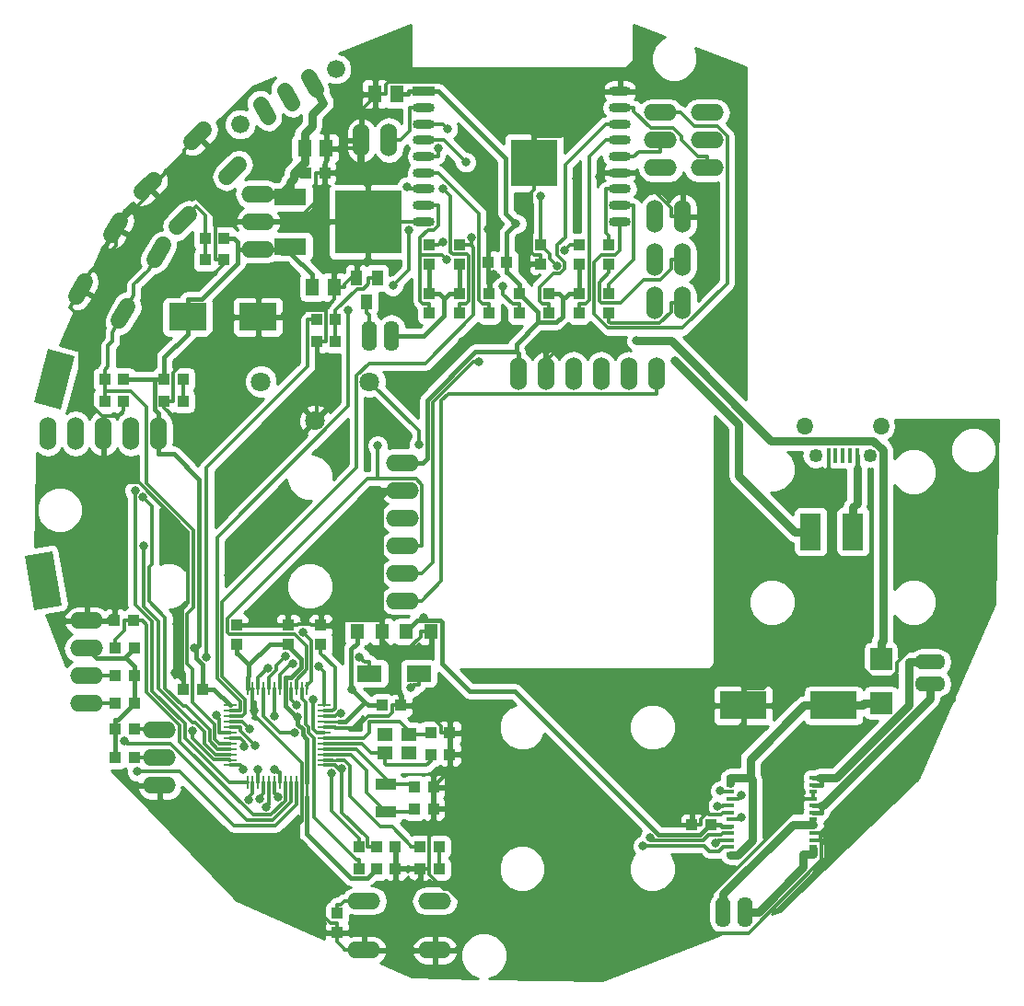
<source format=gtl>
G04 #@! TF.FileFunction,Copper,L1,Top,Signal*
%FSLAX46Y46*%
G04 Gerber Fmt 4.6, Leading zero omitted, Abs format (unit mm)*
G04 Created by KiCad (PCBNEW 4.0.1-stable) date 2017/06/17 11:06:07*
%MOMM*%
G01*
G04 APERTURE LIST*
%ADD10C,0.100000*%
%ADD11O,1.400000X2.800000*%
%ADD12R,1.400000X1.200000*%
%ADD13C,1.800000*%
%ADD14R,1.998980X1.998980*%
%ADD15R,1.049020X1.079500*%
%ADD16R,1.079500X1.049020*%
%ADD17R,2.999740X1.597660*%
%ADD18R,6.197600X5.798820*%
%ADD19R,1.297940X1.399540*%
%ADD20R,2.298700X1.498600*%
%ADD21C,1.422400*%
%ADD22C,1.676400*%
%ADD23O,1.524000X3.048000*%
%ADD24R,1.300000X0.250000*%
%ADD25R,0.250000X1.300000*%
%ADD26O,2.000000X0.900000*%
%ADD27R,2.000000X0.900000*%
%ADD28R,4.300000X4.300000*%
%ADD29R,1.900000X1.100000*%
%ADD30R,3.497580X2.499360*%
%ADD31R,4.297680X2.499360*%
%ADD32R,0.762000X0.406400*%
%ADD33O,3.048000X1.524000*%
%ADD34C,1.524000*%
%ADD35R,1.000000X1.400000*%
%ADD36R,1.297940X1.597660*%
%ADD37R,1.899920X3.398520*%
%ADD38R,0.998220X0.998220*%
%ADD39R,0.400000X1.350000*%
%ADD40O,1.550000X1.550000*%
%ADD41O,1.250000X1.250000*%
%ADD42O,2.800000X1.400000*%
%ADD43C,0.800000*%
%ADD44C,0.800000*%
%ADD45C,0.300000*%
%ADD46C,0.249800*%
%ADD47C,0.400000*%
%ADD48C,0.406200*%
%ADD49C,0.399800*%
%ADD50C,0.254000*%
G04 APERTURE END LIST*
D10*
D11*
X148000000Y-140000000D03*
X146000000Y-140000000D03*
D12*
X114900000Y-125350000D03*
X117100000Y-125350000D03*
X117100000Y-123650000D03*
X114900000Y-123650000D03*
D10*
G36*
X82690361Y-112221945D02*
X81808228Y-107219121D01*
X84309639Y-106778055D01*
X85191772Y-111780879D01*
X82690361Y-112221945D01*
X82690361Y-112221945D01*
G37*
D13*
X108500000Y-94800000D03*
X113500000Y-91200000D03*
X103500000Y-91200000D03*
D14*
X160500000Y-120748980D03*
X160500000Y-116751020D03*
D15*
X117626240Y-130500000D03*
X119373760Y-130500000D03*
X117626240Y-128500000D03*
X119373760Y-128500000D03*
D16*
X110500000Y-140126240D03*
X110500000Y-141873760D03*
D15*
X107626240Y-72000000D03*
X109373760Y-72000000D03*
X126123760Y-80250000D03*
X124376240Y-80250000D03*
D17*
X106201940Y-74221620D03*
X106201940Y-78778380D03*
D18*
X113379980Y-76500000D03*
D15*
X94626240Y-91000000D03*
X96373760Y-91000000D03*
X118126240Y-134000000D03*
X119873760Y-134000000D03*
D19*
X119148080Y-114200220D03*
D20*
X118000000Y-118048320D03*
D19*
X116851920Y-114200220D03*
D16*
X129250000Y-78626240D03*
X129250000Y-80373760D03*
X119000000Y-80373760D03*
X119000000Y-78626240D03*
X121750000Y-80373760D03*
X121750000Y-78626240D03*
X132750000Y-80373760D03*
X132750000Y-78626240D03*
D15*
X96373760Y-93000000D03*
X94626240Y-93000000D03*
X119873760Y-136000000D03*
X118126240Y-136000000D03*
X108626240Y-85500000D03*
X110373760Y-85500000D03*
X110373760Y-87500000D03*
X108626240Y-87500000D03*
D16*
X119000000Y-83126240D03*
X119000000Y-84873760D03*
D21*
X104155895Y-66885917D02*
X103444695Y-65654083D01*
X106355600Y-65615917D02*
X105644400Y-64384083D01*
X108555305Y-64345917D02*
X107844105Y-63114083D01*
D22*
X101600591Y-67540000D03*
X110399409Y-62460000D03*
D23*
X94080000Y-96000000D03*
X91540000Y-96000000D03*
X89000000Y-96000000D03*
X86460000Y-96000000D03*
X83920000Y-96000000D03*
D16*
X121750000Y-83126240D03*
X121750000Y-84873760D03*
D15*
X114626240Y-121000000D03*
X116373760Y-121000000D03*
D16*
X101250000Y-115373760D03*
X101250000Y-113626240D03*
X106000000Y-115373760D03*
X106000000Y-113626240D03*
D15*
X98123760Y-119500000D03*
X96376240Y-119500000D03*
X114126240Y-136000000D03*
X115873760Y-136000000D03*
X114126240Y-134000000D03*
X115873760Y-134000000D03*
X144873760Y-132000000D03*
X143126240Y-132000000D03*
D23*
X139730000Y-76000000D03*
X142270000Y-76000000D03*
X142270000Y-80000000D03*
X139730000Y-80000000D03*
X142270000Y-84000000D03*
X139730000Y-84000000D03*
D16*
X124500000Y-83126240D03*
X124500000Y-84873760D03*
X127250000Y-83126240D03*
X127250000Y-84873760D03*
X130000000Y-83126240D03*
X130000000Y-84873760D03*
X132750000Y-83126240D03*
X132750000Y-84873760D03*
D24*
X109350000Y-126500000D03*
X109350000Y-126000000D03*
X109350000Y-125500000D03*
X109350000Y-125000000D03*
X109350000Y-124500000D03*
X109350000Y-124000000D03*
X109350000Y-123500000D03*
X109350000Y-123000000D03*
X109350000Y-122500000D03*
X109350000Y-122000000D03*
X109350000Y-121500000D03*
X109350000Y-121000000D03*
D25*
X107750000Y-119400000D03*
X107250000Y-119400000D03*
X106750000Y-119400000D03*
X106250000Y-119400000D03*
X105750000Y-119400000D03*
X105250000Y-119400000D03*
X104750000Y-119400000D03*
X104250000Y-119400000D03*
X103750000Y-119400000D03*
X103250000Y-119400000D03*
X102750000Y-119400000D03*
X102250000Y-119400000D03*
D24*
X100650000Y-121000000D03*
X100650000Y-121500000D03*
X100650000Y-122000000D03*
X100650000Y-122500000D03*
X100650000Y-123000000D03*
X100650000Y-123500000D03*
X100650000Y-124000000D03*
X100650000Y-124500000D03*
X100650000Y-125000000D03*
X100650000Y-125500000D03*
X100650000Y-126000000D03*
X100650000Y-126500000D03*
D25*
X102250000Y-128100000D03*
X102750000Y-128100000D03*
X103250000Y-128100000D03*
X103750000Y-128100000D03*
X104250000Y-128100000D03*
X104750000Y-128100000D03*
X105250000Y-128100000D03*
X105750000Y-128100000D03*
X106250000Y-128100000D03*
X106750000Y-128100000D03*
X107250000Y-128100000D03*
X107750000Y-128100000D03*
D26*
X136500000Y-76500000D03*
X118500000Y-76500000D03*
D27*
X118500000Y-64500000D03*
D26*
X118500000Y-66000000D03*
X118500000Y-67500000D03*
X118500000Y-69000000D03*
X118500000Y-70500000D03*
X118500000Y-72000000D03*
X118500000Y-73500000D03*
X118500000Y-75000000D03*
X136500000Y-75000000D03*
X136500000Y-73500000D03*
X136500000Y-72000000D03*
X136500000Y-70500000D03*
X136500000Y-69000000D03*
X136500000Y-67500000D03*
X136500000Y-66000000D03*
X136500000Y-64500000D03*
D28*
X128620000Y-71080000D03*
D29*
X115000000Y-130750000D03*
X115000000Y-128250000D03*
D15*
X98376240Y-80000000D03*
X100123760Y-80000000D03*
X89126240Y-93000000D03*
X90873760Y-93000000D03*
D30*
X96751340Y-85250000D03*
X103248660Y-85250000D03*
D31*
X156147820Y-121000000D03*
X147852180Y-121000000D03*
D32*
X154310000Y-134649980D03*
X154310000Y-134014980D03*
X154310000Y-133379980D03*
X154310000Y-132744980D03*
X154310000Y-132109980D03*
X154310000Y-131474980D03*
X154310000Y-130842520D03*
X154310000Y-130207520D03*
X154310000Y-129572520D03*
X154310000Y-128937520D03*
X154310000Y-128302520D03*
X154310000Y-127667520D03*
X146690000Y-127667520D03*
X146690000Y-128302520D03*
X146690000Y-128937520D03*
X146690000Y-129572520D03*
X146690000Y-130207520D03*
X146690000Y-130842520D03*
X146690000Y-131474980D03*
X146690000Y-132109980D03*
X146690000Y-132744980D03*
X146690000Y-133379980D03*
X146690000Y-134014980D03*
X146690000Y-134649980D03*
D33*
X103250000Y-73960000D03*
X103250000Y-76500000D03*
X103250000Y-79040000D03*
D23*
X112730000Y-69000000D03*
X115270000Y-69000000D03*
D33*
X94200000Y-123260000D03*
X94200000Y-125800000D03*
X94200000Y-128340000D03*
X87500000Y-113190000D03*
X87500000Y-115730000D03*
X87500000Y-118270000D03*
X87500000Y-120810000D03*
D23*
X127150000Y-90500000D03*
X129690000Y-90500000D03*
X132230000Y-90500000D03*
X134770000Y-90500000D03*
X137310000Y-90500000D03*
X139850000Y-90500000D03*
D33*
X116500000Y-98650000D03*
X116500000Y-101190000D03*
X116500000Y-103730000D03*
X116500000Y-106270000D03*
X116500000Y-108810000D03*
X116500000Y-111350000D03*
D15*
X91773760Y-113200000D03*
X90026240Y-113200000D03*
D19*
X114648080Y-114200220D03*
D20*
X113500000Y-118048320D03*
D19*
X112351920Y-114200220D03*
D34*
X92563754Y-73739275D02*
X93641384Y-72661645D01*
X97161645Y-69141384D02*
X98239275Y-68063754D01*
X95760725Y-76936246D02*
X96838355Y-75858616D01*
X100358616Y-72338355D02*
X101436246Y-71260725D01*
X86535663Y-83345233D02*
X87297663Y-82025411D01*
X89786863Y-77713989D02*
X90548863Y-76394167D01*
X90451137Y-85605833D02*
X91213137Y-84286011D01*
X93702337Y-79974589D02*
X94464337Y-78654767D01*
D33*
X119501200Y-143510600D03*
X112998800Y-143510600D03*
X119501200Y-138989400D03*
X112998800Y-138989400D03*
D35*
X113250000Y-83850000D03*
X112300000Y-81650000D03*
X114200000Y-81650000D03*
D16*
X109000000Y-115373760D03*
X109000000Y-113626240D03*
D36*
X107501780Y-69750000D03*
X109498220Y-69750000D03*
X108251780Y-82500000D03*
X110248220Y-82500000D03*
X115998220Y-64750000D03*
X114001780Y-64750000D03*
D16*
X135500000Y-80373760D03*
X135500000Y-78626240D03*
X135500000Y-84873760D03*
X135500000Y-83126240D03*
D10*
G36*
X82615874Y-93124751D02*
X83930675Y-88217848D01*
X86384126Y-88875249D01*
X85069325Y-93782152D01*
X82615874Y-93124751D01*
X82615874Y-93124751D01*
G37*
D33*
X140250000Y-66460000D03*
X140250000Y-69000000D03*
X140250000Y-71540000D03*
X144500000Y-66460000D03*
X144500000Y-69000000D03*
X144500000Y-71540000D03*
D15*
X119126240Y-125500000D03*
X120873760Y-125500000D03*
X119126240Y-123500000D03*
X120873760Y-123500000D03*
X90126240Y-115750000D03*
X91873760Y-115750000D03*
X90126240Y-123200000D03*
X91873760Y-123200000D03*
X90126240Y-125750000D03*
X91873760Y-125750000D03*
D37*
X157948180Y-105000000D03*
X154051820Y-105000000D03*
D38*
X112500000Y-134000000D03*
X112500000Y-136000000D03*
D39*
X158300000Y-98000000D03*
X157650000Y-98000000D03*
X157000000Y-98000000D03*
X156350000Y-98000000D03*
X155700000Y-98000000D03*
D40*
X160500000Y-95300000D03*
X153500000Y-95300000D03*
D41*
X159500000Y-98000000D03*
X154500000Y-98000000D03*
D15*
X98376240Y-78000000D03*
X100123760Y-78000000D03*
X89126240Y-91000000D03*
X90873760Y-91000000D03*
X91873760Y-118250000D03*
X90126240Y-118250000D03*
X91873760Y-120750000D03*
X90126240Y-120750000D03*
D42*
X165000000Y-119000000D03*
X165000000Y-117000000D03*
D11*
X115500000Y-87000000D03*
X113500000Y-87000000D03*
D43*
X138062100Y-87451700D03*
X132000000Y-69000000D03*
X122700000Y-69400000D03*
X124900000Y-81300000D03*
X95800000Y-113500000D03*
X164500000Y-124500000D03*
X157100000Y-123600000D03*
X151300000Y-128600000D03*
X95600000Y-118000000D03*
X114900000Y-94800000D03*
X115800000Y-91300000D03*
X111000000Y-95700000D03*
X134600000Y-72400000D03*
X127800000Y-81000000D03*
X92200000Y-88700000D03*
X103900000Y-133900000D03*
X102900000Y-121500000D03*
X95000000Y-105500000D03*
X104500000Y-104000000D03*
X110000000Y-106500000D03*
X100500000Y-109000000D03*
X103500000Y-112500000D03*
X134000000Y-138500000D03*
X169000000Y-109000000D03*
X153500000Y-101000000D03*
X147500000Y-84000000D03*
X146500000Y-63500000D03*
X132500000Y-72500000D03*
X124000000Y-73000000D03*
X128000000Y-64000000D03*
X115500000Y-61500000D03*
X132000000Y-87000000D03*
X122000000Y-87500000D03*
X117500000Y-85500000D03*
X113379980Y-76500000D03*
X98000000Y-81500000D03*
X109500000Y-80500000D03*
X103000000Y-82500000D03*
X99000000Y-95000000D03*
X89200000Y-101100000D03*
X87500000Y-107500000D03*
X100500000Y-101000000D03*
X110000000Y-137500000D03*
X117500000Y-137500000D03*
X133500000Y-120500000D03*
X123000000Y-126500000D03*
X122000000Y-129500000D03*
X143500000Y-129500000D03*
X151500000Y-119000000D03*
X157000000Y-132500000D03*
X124376200Y-77179200D03*
X106889800Y-122096300D03*
X111871400Y-119506100D03*
X97420800Y-115730000D03*
X126956600Y-76676500D03*
X118482500Y-112895000D03*
X129250000Y-74135600D03*
X130708900Y-80548900D03*
X102462500Y-123140400D03*
X131450300Y-79117700D03*
X117149300Y-77288800D03*
X115632900Y-82388700D03*
X111537500Y-84639000D03*
X122845600Y-77962100D03*
X120207700Y-78399200D03*
X102980700Y-124687700D03*
X138619800Y-133919300D03*
X102407700Y-129638200D03*
X145747900Y-128851100D03*
X103250000Y-126899400D03*
X147636700Y-131305800D03*
X101865400Y-126909300D03*
X92675600Y-101863400D03*
X108325200Y-120456300D03*
X110958100Y-126813400D03*
X118028000Y-96963400D03*
X147669300Y-129294100D03*
X104781000Y-126898900D03*
X105056000Y-129433900D03*
X145504000Y-130258300D03*
X139258200Y-133188600D03*
X103358200Y-129588000D03*
X145290400Y-133675300D03*
X103983600Y-130342400D03*
X91936500Y-101209500D03*
X92749400Y-106332300D03*
X120225100Y-73419600D03*
X99439200Y-121927300D03*
X101935900Y-124769300D03*
X92152000Y-127073600D03*
X90938300Y-124248300D03*
X120614600Y-79996400D03*
X122326700Y-71025000D03*
X119800300Y-69765700D03*
X120683200Y-67937700D03*
X109989900Y-127240600D03*
X110873300Y-121733200D03*
X97217700Y-123362000D03*
X98503000Y-116557700D03*
X116939500Y-73270200D03*
X125782000Y-82424000D03*
X114224300Y-97077200D03*
X106779900Y-120964100D03*
X123529000Y-89398700D03*
X106442300Y-117174800D03*
X104772000Y-121999900D03*
X105761300Y-116482800D03*
X108843600Y-117380700D03*
X107360600Y-114227100D03*
X106602600Y-123497000D03*
X117301000Y-119348400D03*
X104149000Y-117550700D03*
X112557300Y-116550600D03*
X141613200Y-89334800D03*
D44*
X105990200Y-73294100D02*
X106201900Y-73294100D01*
X105324300Y-73960000D02*
X105990200Y-73294100D01*
X106201900Y-74221600D02*
X106201900Y-73294100D01*
X106201900Y-73294100D02*
X106201900Y-72872500D01*
X103250000Y-73960000D02*
X105324300Y-73960000D01*
X106551400Y-72523000D02*
X106201900Y-72872500D01*
X106551400Y-72000000D02*
X106551400Y-72523000D01*
X107626200Y-72000000D02*
X106551400Y-72000000D01*
X107452300Y-71099100D02*
X106551400Y-72000000D01*
X107501800Y-71099100D02*
X107452300Y-71099100D01*
X107501800Y-70424500D02*
X107501800Y-71099100D01*
X107501800Y-70424500D02*
X107501800Y-69750000D01*
X108199700Y-66616000D02*
X109256100Y-65559600D01*
X108199700Y-67703000D02*
X108199700Y-66616000D01*
X107501800Y-68400900D02*
X108199700Y-67703000D01*
X107501800Y-69750000D02*
X107501800Y-68400900D01*
X108199700Y-63730000D02*
X109256100Y-65559600D01*
X160687900Y-115013300D02*
X160500000Y-115201200D01*
X160687900Y-97503900D02*
X160687900Y-115013300D01*
X159809400Y-96625400D02*
X160687900Y-97503900D01*
X150421200Y-96625400D02*
X159809400Y-96625400D01*
X141247500Y-87451700D02*
X150421200Y-96625400D01*
X138062100Y-87451700D02*
X141247500Y-87451700D01*
X160500000Y-116751000D02*
X160500000Y-115201200D01*
D45*
X131349850Y-68349850D02*
X132000000Y-69000000D01*
X124376200Y-81400000D02*
X124800000Y-81400000D01*
X124800000Y-81400000D02*
X124900000Y-81300000D01*
X96270200Y-113500000D02*
X95800000Y-113500000D01*
X164618150Y-123118150D02*
X164618150Y-124381850D01*
X164618150Y-124381850D02*
X164500000Y-124500000D01*
X152829600Y-130300000D02*
X152829600Y-130129600D01*
X152829600Y-130129600D02*
X151300000Y-128600000D01*
X152829600Y-130429600D02*
X152829600Y-130300000D01*
X152829600Y-130300000D02*
X152829600Y-130229600D01*
X144388000Y-141100000D02*
X144388000Y-138871200D01*
X153486700Y-129572500D02*
X154310000Y-129572500D01*
X153029600Y-130029600D02*
X153486700Y-129572500D01*
X144388000Y-138871200D02*
X152829600Y-130429600D01*
X152829600Y-130229600D02*
X153029600Y-130029600D01*
X144388000Y-141100000D02*
X144262300Y-141100000D01*
X144200000Y-141162300D02*
X134500000Y-141162300D01*
X144262300Y-141100000D02*
X144200000Y-141162300D01*
X96376240Y-119500000D02*
X96376240Y-118776240D01*
X96376240Y-118776240D02*
X95600000Y-118000000D01*
X136500000Y-72000000D02*
X135000000Y-72000000D01*
X135000000Y-72000000D02*
X134600000Y-72400000D01*
X129250000Y-80373760D02*
X128426240Y-80373760D01*
X128426240Y-80373760D02*
X127800000Y-81000000D01*
X103300000Y-133352800D02*
X103352800Y-133352800D01*
X103352800Y-133352800D02*
X103900000Y-133900000D01*
X102750000Y-119400000D02*
X102750000Y-121350000D01*
X107250000Y-127149700D02*
X107250000Y-126297200D01*
X107250000Y-126297200D02*
X102799600Y-121846800D01*
X102799600Y-121846800D02*
X102699600Y-121500000D01*
X107250000Y-127149700D02*
X107250000Y-128100000D01*
X102699600Y-121500000D02*
X102900000Y-121500000D01*
X102750000Y-121350000D02*
X102900000Y-121500000D01*
X96827000Y-105024400D02*
X95475600Y-105024400D01*
X95475600Y-105024400D02*
X95000000Y-105500000D01*
X104500000Y-104000000D02*
X104500000Y-105000000D01*
X115310000Y-101190000D02*
X110000000Y-106500000D01*
X104500000Y-105000000D02*
X100500000Y-109000000D01*
X103500000Y-113626200D02*
X103500000Y-112500000D01*
X134500000Y-141162300D02*
X134500000Y-139000000D01*
X134500000Y-139000000D02*
X134000000Y-138500000D01*
X166000000Y-115426000D02*
X166000000Y-114500000D01*
X169000000Y-111500000D02*
X169000000Y-109000000D01*
X166000000Y-114500000D02*
X169000000Y-111500000D01*
X155700000Y-100500000D02*
X154000000Y-100500000D01*
X154000000Y-100500000D02*
X153500000Y-101000000D01*
X124495150Y-64504850D02*
X127495150Y-64504850D01*
X127495150Y-64504850D02*
X128000000Y-64000000D01*
X114001780Y-64750000D02*
X114001780Y-62998220D01*
X114001780Y-62998220D02*
X115500000Y-61500000D01*
X129690000Y-90500000D02*
X129690000Y-89310000D01*
X129690000Y-89310000D02*
X132000000Y-87000000D01*
X100123760Y-80000000D02*
X100123760Y-80376240D01*
X100123760Y-80376240D02*
X99000000Y-81500000D01*
X99000000Y-81500000D02*
X98000000Y-81500000D01*
X110248220Y-82500000D02*
X110248220Y-81248220D01*
X110248220Y-81248220D02*
X109500000Y-80500000D01*
X103248660Y-85250000D02*
X103248660Y-82748660D01*
X103248660Y-82748660D02*
X103000000Y-82500000D01*
X94626240Y-93000000D02*
X94626240Y-93626240D01*
X96000000Y-95000000D02*
X99000000Y-95000000D01*
X94626240Y-93626240D02*
X96000000Y-95000000D01*
X90141400Y-102000000D02*
X89500000Y-102000000D01*
X89500000Y-102000000D02*
X89200000Y-101100000D01*
X90141400Y-107000000D02*
X88000000Y-107000000D01*
X88000000Y-107000000D02*
X87500000Y-107500000D01*
X116500000Y-101190000D02*
X115310000Y-101190000D01*
X105560500Y-135500000D02*
X108000000Y-135500000D01*
X108000000Y-135500000D02*
X110000000Y-137500000D01*
X118126240Y-136000000D02*
X118126240Y-136873760D01*
X118126240Y-136873760D02*
X117500000Y-137500000D01*
X147852180Y-121000000D02*
X142500000Y-121000000D01*
X142000000Y-120500000D02*
X133500000Y-120500000D01*
X142500000Y-121000000D02*
X142000000Y-120500000D01*
X120873760Y-125500000D02*
X122000000Y-125500000D01*
X122000000Y-125500000D02*
X123000000Y-126500000D01*
X119373760Y-128500000D02*
X121000000Y-128500000D01*
X121000000Y-128500000D02*
X122000000Y-129500000D01*
X144523600Y-129000000D02*
X144000000Y-129000000D01*
X144000000Y-129000000D02*
X143500000Y-129500000D01*
X150566250Y-118566250D02*
X151066250Y-118566250D01*
X151066250Y-118566250D02*
X151500000Y-119000000D01*
X164618150Y-123118150D02*
X167205100Y-120531200D01*
X154991300Y-133000000D02*
X156500000Y-133000000D01*
X156500000Y-133000000D02*
X157000000Y-132500000D01*
X109373800Y-70973500D02*
X109373800Y-72000000D01*
X109498200Y-70849100D02*
X109373800Y-70973500D01*
X109498200Y-69750000D02*
X109498200Y-70849100D01*
X154310000Y-132745000D02*
X154991300Y-132745000D01*
X154310000Y-133380000D02*
X154991300Y-133380000D01*
X120874000Y-123500000D02*
X120874000Y-125500000D01*
X94626200Y-93000000D02*
X95451000Y-93000000D01*
X129250000Y-80373800D02*
X129250000Y-79549000D01*
X108626200Y-87500000D02*
X109451000Y-87500000D01*
X119374000Y-130500000D02*
X119374000Y-130000000D01*
X118500000Y-76500000D02*
X117199700Y-76500000D01*
X115873800Y-134000000D02*
X115873800Y-136000000D01*
X147852200Y-121000000D02*
X147852200Y-119450000D01*
X155700000Y-113432500D02*
X155700000Y-100500000D01*
X155700000Y-100500000D02*
X155700000Y-98000000D01*
X155200100Y-113932400D02*
X155700000Y-113432500D01*
X128620000Y-72305100D02*
X128620000Y-73530300D01*
X136500000Y-64500000D02*
X135199700Y-64500000D01*
X128620000Y-72305100D02*
X128620000Y-71080000D01*
X128620000Y-71080000D02*
X128620000Y-68629700D01*
X109000000Y-113626200D02*
X108159900Y-113626200D01*
X124376200Y-80670000D02*
X124376200Y-81090100D01*
X124376200Y-80670000D02*
X124376200Y-80250000D01*
X159667700Y-118400000D02*
X155200100Y-113932400D01*
X161500000Y-118400000D02*
X159667700Y-118400000D01*
X162000000Y-117900000D02*
X161500000Y-118400000D01*
X162000000Y-117045000D02*
X162000000Y-117900000D01*
X163619000Y-115426000D02*
X162000000Y-117045000D01*
X166104200Y-115426000D02*
X166000000Y-115426000D01*
X166000000Y-115426000D02*
X163619000Y-115426000D01*
X167205100Y-116526900D02*
X166104200Y-115426000D01*
X167205100Y-120531200D02*
X167205100Y-116526900D01*
X154991300Y-132745000D02*
X164618150Y-123118150D01*
X108626200Y-87500000D02*
X108626200Y-88340100D01*
X149682500Y-119450000D02*
X150566250Y-118566250D01*
X150566250Y-118566250D02*
X155200100Y-113932400D01*
X147852200Y-119450000D02*
X149682500Y-119450000D01*
X124376200Y-82177600D02*
X124500000Y-82301400D01*
X124376200Y-81090100D02*
X124376200Y-81400000D01*
X124376200Y-81400000D02*
X124376200Y-82177600D01*
X108626200Y-94673800D02*
X108500000Y-94800000D01*
X108626200Y-88340100D02*
X108626200Y-94673800D01*
X147852200Y-121000000D02*
X147852200Y-122550000D01*
X124500000Y-83126200D02*
X124500000Y-82301400D01*
X106420000Y-113626200D02*
X106840000Y-113626200D01*
X106420000Y-113626200D02*
X106000000Y-113626200D01*
X106000000Y-113626200D02*
X103500000Y-113626200D01*
X103500000Y-113626200D02*
X101250000Y-113626200D01*
D46*
X102799600Y-119449600D02*
X102750000Y-119400000D01*
D45*
X119374000Y-130000000D02*
X119374000Y-128500000D01*
X114951100Y-63919400D02*
X114951100Y-64750000D01*
X115222000Y-63648500D02*
X114951100Y-63919400D01*
X123638800Y-63648500D02*
X115222000Y-63648500D01*
X128620000Y-68629700D02*
X124495150Y-64504850D01*
X124495150Y-64504850D02*
X123638800Y-63648500D01*
X90180300Y-78710800D02*
X90180300Y-77041700D01*
X87887800Y-81003300D02*
X90180300Y-78710800D01*
X90180300Y-77041700D02*
X90167900Y-77054100D01*
X120873800Y-123500000D02*
X120874000Y-123500000D01*
X143126200Y-132000000D02*
X143951000Y-132000000D01*
X94200000Y-128340000D02*
X94200000Y-129402300D01*
X143951000Y-131415100D02*
X144523600Y-130842500D01*
X143951000Y-132000000D02*
X143951000Y-131415100D01*
X119148100Y-114200200D02*
X118198800Y-114200200D01*
X118198800Y-114674800D02*
X118198800Y-114200200D01*
X116302500Y-116571100D02*
X118198800Y-114674800D01*
X114931600Y-115200300D02*
X114648100Y-115200300D01*
X116302500Y-116571100D02*
X114931600Y-115200300D01*
X114648100Y-114200200D02*
X114648100Y-115200300D01*
X154310000Y-128937500D02*
X154310000Y-129572500D01*
X106972600Y-113493600D02*
X106840000Y-113626200D01*
X108027300Y-113493600D02*
X106972600Y-113493600D01*
X108159900Y-113626200D02*
X108027300Y-113493600D01*
X120873800Y-123500000D02*
X120049000Y-123500000D01*
X154991300Y-132745000D02*
X154991300Y-133000000D01*
X154991300Y-133000000D02*
X154991300Y-133380000D01*
X120049000Y-122881400D02*
X120049000Y-123500000D01*
X118167600Y-121000000D02*
X120049000Y-122881400D01*
X116373800Y-121000000D02*
X118167600Y-121000000D01*
X89000000Y-96866800D02*
X89000000Y-97824300D01*
X119373800Y-128500000D02*
X119374000Y-128500000D01*
X107250000Y-128100000D02*
X107250000Y-129050300D01*
X105560500Y-133352800D02*
X107249700Y-131663600D01*
X107249700Y-131663600D02*
X107249700Y-129050600D01*
X107249700Y-129050600D02*
X107250000Y-129050300D01*
X114675700Y-113172500D02*
X114648100Y-113200100D01*
X114675700Y-101190000D02*
X114675700Y-113172500D01*
X116500000Y-101190000D02*
X114675700Y-101190000D01*
X114648100Y-114200200D02*
X114648100Y-113312700D01*
X114648100Y-113312700D02*
X114648100Y-113200100D01*
X110266100Y-113200100D02*
X109840000Y-113626200D01*
X114648100Y-113200100D02*
X110266100Y-113200100D01*
X109000000Y-113626200D02*
X109840000Y-113626200D01*
X110349900Y-123049600D02*
X110300300Y-123000000D01*
X112256000Y-123049600D02*
X110349900Y-123049600D01*
X113361100Y-121944500D02*
X112256000Y-123049600D01*
X115223100Y-121944500D02*
X113361100Y-121944500D01*
X115549000Y-121618600D02*
X115223100Y-121944500D01*
X115549000Y-121000000D02*
X115549000Y-121618600D01*
X116373800Y-121000000D02*
X115549000Y-121000000D01*
X109350000Y-123000000D02*
X110300300Y-123000000D01*
X145953300Y-130842500D02*
X146690000Y-130842500D01*
X145783900Y-131011900D02*
X145953300Y-130842500D01*
X144693000Y-131011900D02*
X145783900Y-131011900D01*
X144523600Y-130842500D02*
X144693000Y-131011900D01*
X109498200Y-69750000D02*
X110447500Y-69750000D01*
X144523600Y-125878600D02*
X147852200Y-122550000D01*
X144523600Y-130842500D02*
X144523600Y-129000000D01*
X144523600Y-129000000D02*
X144523600Y-125878600D01*
X96376200Y-119500000D02*
X96376200Y-118660000D01*
X100633400Y-85250000D02*
X103248700Y-85250000D01*
X95451000Y-90432400D02*
X100633400Y-85250000D01*
X95451000Y-93000000D02*
X95451000Y-90432400D01*
X103248700Y-85250000D02*
X105297800Y-85250000D01*
X113380000Y-76500000D02*
X117199700Y-76500000D01*
X114217400Y-64750000D02*
X114951100Y-64750000D01*
X114217400Y-64750000D02*
X114207600Y-64750000D01*
X114001800Y-64750000D02*
X114207600Y-64750000D01*
X108549000Y-74614000D02*
X108549000Y-72000000D01*
X106663000Y-76500000D02*
X108549000Y-74614000D01*
X103250000Y-76500000D02*
X106663000Y-76500000D01*
X109373800Y-72000000D02*
X108549000Y-72000000D01*
X120873800Y-125500000D02*
X120874000Y-125500000D01*
X120873800Y-127000200D02*
X119374000Y-128500000D01*
X120873800Y-125500000D02*
X120873800Y-127000200D01*
X144388000Y-141162300D02*
X144388000Y-141100000D01*
X145148500Y-141922800D02*
X144388000Y-141162300D01*
X148342900Y-141922800D02*
X145148500Y-141922800D01*
X155044300Y-135221400D02*
X148342900Y-141922800D01*
X155044300Y-133433000D02*
X155044300Y-135221400D01*
X154991300Y-133380000D02*
X155044300Y-133433000D01*
X119501200Y-143510600D02*
X121325500Y-143510600D01*
X138004400Y-72000000D02*
X136500000Y-72000000D01*
X141207700Y-75203300D02*
X138004400Y-72000000D01*
X141207700Y-76000000D02*
X141207700Y-75203300D01*
X142270000Y-76000000D02*
X141207700Y-76000000D01*
X128368000Y-73782300D02*
X128620000Y-73530300D01*
X128368000Y-79285600D02*
X128368000Y-73782300D01*
X128631400Y-79549000D02*
X128368000Y-79285600D01*
X129250000Y-79549000D02*
X128631400Y-79549000D01*
X131070000Y-68629700D02*
X128620000Y-68629700D01*
X135199700Y-64500000D02*
X131349850Y-68349850D01*
X131349850Y-68349850D02*
X131070000Y-68629700D01*
X89000000Y-99355000D02*
X90141400Y-100496400D01*
X89000000Y-97824300D02*
X89000000Y-99355000D01*
X96270200Y-118554000D02*
X96376200Y-118660000D01*
X96270200Y-112131900D02*
X96270200Y-113500000D01*
X96270200Y-113500000D02*
X96270200Y-118554000D01*
X96827000Y-111575100D02*
X96270200Y-112131900D01*
X96827000Y-105024400D02*
X96827000Y-111575100D01*
X92299000Y-100496400D02*
X96827000Y-105024400D01*
X90141400Y-100496400D02*
X92299000Y-100496400D01*
X90141400Y-112244800D02*
X90026200Y-112360000D01*
X90141400Y-100496400D02*
X90141400Y-102000000D01*
X90141400Y-102000000D02*
X90141400Y-107000000D01*
X90141400Y-107000000D02*
X90141400Y-112244800D01*
X86916700Y-82685300D02*
X87887800Y-81003300D01*
X89000000Y-96866800D02*
X89000000Y-96000000D01*
X89000000Y-96000000D02*
X89000000Y-95087800D01*
X86916700Y-82685300D02*
X85945500Y-84367300D01*
X90026200Y-113200000D02*
X90026200Y-112780000D01*
X90026200Y-112780000D02*
X90026200Y-112360000D01*
X89734300Y-112780000D02*
X89324300Y-113190000D01*
X90026200Y-112780000D02*
X89734300Y-112780000D01*
X87500000Y-113190000D02*
X89324300Y-113190000D01*
X90873800Y-93000000D02*
X90873800Y-93840000D01*
X89000000Y-95087800D02*
X89000000Y-94351300D01*
X88907900Y-94351300D02*
X89000000Y-94351300D01*
X86916700Y-92360100D02*
X88907900Y-94351300D01*
X86916700Y-85338500D02*
X86916700Y-92360100D01*
X85945500Y-84367300D02*
X86916700Y-85338500D01*
X90362500Y-94351300D02*
X90873800Y-93840000D01*
X89000000Y-94351300D02*
X90362500Y-94351300D01*
X93102600Y-73200500D02*
X93102600Y-73659900D01*
X93102600Y-74119400D02*
X90180300Y-77041700D01*
X93102600Y-73659900D02*
X93102600Y-74119400D01*
X97700500Y-68602600D02*
X96410500Y-69892600D01*
X124376200Y-80250000D02*
X124376200Y-77179200D01*
X112430000Y-80649700D02*
X112300000Y-80649700D01*
X113380000Y-79699700D02*
X112430000Y-80649700D01*
X113380000Y-76500000D02*
X113380000Y-79699700D01*
X112730000Y-66227600D02*
X112730000Y-69000000D01*
X114207600Y-64750000D02*
X112730000Y-66227600D01*
X113380000Y-76500000D02*
X113380000Y-73300300D01*
X110447500Y-69750000D02*
X112571000Y-69750000D01*
X112571000Y-69159000D02*
X112571000Y-69750000D01*
X112730000Y-69000000D02*
X112571000Y-69159000D01*
X112571000Y-72491300D02*
X113380000Y-73300300D01*
X112571000Y-69750000D02*
X112571000Y-72491300D01*
X103250000Y-76500000D02*
X101425700Y-76500000D01*
X100123800Y-80000000D02*
X99299000Y-80000000D01*
X99299000Y-76500000D02*
X99299000Y-80000000D01*
X99299000Y-76500000D02*
X101425700Y-76500000D01*
X99299000Y-76101200D02*
X99299000Y-76500000D01*
X94980200Y-71782300D02*
X99299000Y-76101200D01*
X93102600Y-73659900D02*
X94980200Y-71782300D01*
X96410500Y-70352000D02*
X96410500Y-69892600D01*
X94980200Y-71782300D02*
X96410500Y-70352000D01*
X116302500Y-120088600D02*
X116373800Y-120159900D01*
X116302500Y-116571200D02*
X116302500Y-120088600D01*
X116302500Y-116571100D02*
X116302500Y-116571200D01*
X116373800Y-121000000D02*
X116373800Y-120159900D01*
X112300000Y-81650000D02*
X112300000Y-81149800D01*
X112300000Y-81149800D02*
X112300000Y-80649700D01*
X111197500Y-82252300D02*
X111197500Y-82500000D01*
X112300000Y-81149800D02*
X111197500Y-82252300D01*
X110248200Y-82500000D02*
X111197500Y-82500000D01*
X109451000Y-84396300D02*
X110248200Y-83599100D01*
X109451000Y-84659800D02*
X109451000Y-84396300D01*
X105888000Y-84659800D02*
X109451000Y-84659800D01*
X105297800Y-85250000D02*
X105888000Y-84659800D01*
X109451000Y-84659800D02*
X109451000Y-87500000D01*
X110248200Y-82500000D02*
X110248200Y-83599100D01*
X118126200Y-136000000D02*
X115873800Y-136000000D01*
X98150500Y-133352800D02*
X94200000Y-129402300D01*
X105560500Y-133352800D02*
X103300000Y-133352800D01*
X103300000Y-133352800D02*
X98150500Y-133352800D01*
X109881400Y-141049000D02*
X110500000Y-141049000D01*
X105560500Y-136728100D02*
X109881400Y-141049000D01*
X105560500Y-133352800D02*
X105560500Y-135500000D01*
X105560500Y-135500000D02*
X105560500Y-136728100D01*
X110500000Y-141873800D02*
X110500000Y-141049000D01*
X118126200Y-136000000D02*
X118951000Y-136000000D01*
X119373800Y-130000200D02*
X119373800Y-130500000D01*
X119374000Y-130000000D02*
X119373800Y-130000200D01*
X118951000Y-131762800D02*
X118951000Y-136000000D01*
X119373800Y-131340000D02*
X118951000Y-131762800D01*
X119373800Y-130500000D02*
X119373800Y-131340000D01*
X118951000Y-136571700D02*
X118951000Y-136000000D01*
X120306300Y-137927000D02*
X118951000Y-136571700D01*
X120741900Y-137927000D02*
X120306300Y-137927000D01*
X123673800Y-140858900D02*
X120741900Y-137927000D01*
X123673800Y-141162300D02*
X123673800Y-140858900D01*
X134500000Y-141162300D02*
X123673800Y-141162300D01*
X123673800Y-141162300D02*
X121325500Y-143510600D01*
X111174500Y-143373100D02*
X110500000Y-142698600D01*
X111174500Y-143510600D02*
X111174500Y-143373100D01*
X112998800Y-143510600D02*
X111174500Y-143510600D01*
X110500000Y-141873800D02*
X110500000Y-142698600D01*
D47*
X96751300Y-85250000D02*
X96751300Y-86850000D01*
X106000000Y-115373800D02*
X105697800Y-115373800D01*
X105697800Y-115373800D02*
X105109900Y-115373800D01*
X90313900Y-122309900D02*
X91873800Y-120750000D01*
X90126200Y-122309900D02*
X90313900Y-122309900D01*
X90126200Y-123200000D02*
X90126200Y-122309900D01*
X91873800Y-120750000D02*
X91873800Y-119860000D01*
X91873800Y-118250000D02*
X91873800Y-119860000D01*
X91873800Y-118250000D02*
X91873800Y-117360000D01*
X91068800Y-116555000D02*
X91873800Y-117360000D01*
X90983700Y-116640100D02*
X91068800Y-116555000D01*
X88410100Y-116640100D02*
X90983700Y-116640100D01*
X87500000Y-115730000D02*
X88410100Y-116640100D01*
X91068800Y-116555000D02*
X91873800Y-115750000D01*
X102250000Y-119135100D02*
X102250000Y-118399700D01*
D46*
X100650000Y-120999500D02*
X100650000Y-121000000D01*
D47*
X105750000Y-119240400D02*
X105750000Y-118399700D01*
X105750000Y-119240400D02*
X105750000Y-119400000D01*
X114626200Y-121000000D02*
X113751400Y-121000000D01*
X112351900Y-114200200D02*
X112351900Y-115250300D01*
X101250000Y-115373800D02*
X101250000Y-116248600D01*
X102250000Y-119400000D02*
X102250000Y-119135100D01*
X127150000Y-90500000D02*
X127150000Y-88625700D01*
X116500000Y-98650000D02*
X118374300Y-98650000D01*
X90126200Y-123200000D02*
X90126200Y-124090000D01*
D46*
X107750000Y-129463100D02*
X107750000Y-128100000D01*
D47*
X119000000Y-83126200D02*
X119000000Y-80373800D01*
X132750000Y-83126200D02*
X132750000Y-80373800D01*
X130000000Y-83126200D02*
X130890100Y-83126200D01*
X131238900Y-85196100D02*
X131238900Y-83475000D01*
X130682100Y-85752900D02*
X131238900Y-85196100D01*
X128965800Y-85752900D02*
X130682100Y-85752900D01*
X131511200Y-83475000D02*
X131238900Y-83475000D01*
X131860000Y-83126200D02*
X131511200Y-83475000D01*
X131238900Y-83475000D02*
X130890100Y-83126200D01*
X132750000Y-83126200D02*
X131860000Y-83126200D01*
D46*
X107750400Y-128099600D02*
X107750000Y-128100000D01*
X110713100Y-122500000D02*
X109350000Y-122500000D01*
D47*
X111226500Y-122500000D02*
X113045900Y-120680600D01*
X110713100Y-122500000D02*
X111226500Y-122500000D01*
X111871400Y-119506100D02*
X113045900Y-120680600D01*
X113365300Y-121000000D02*
X113751400Y-121000000D01*
X113045900Y-120680600D02*
X113365300Y-121000000D01*
X98123800Y-119500000D02*
X98123800Y-118610000D01*
X90126200Y-124090000D02*
X90126200Y-125750000D01*
X105818500Y-115373800D02*
X105697800Y-115373800D01*
X107192600Y-116747900D02*
X105818500Y-115373800D01*
X107192600Y-117485600D02*
X107192600Y-116747900D01*
X106278500Y-118399700D02*
X107192600Y-117485600D01*
X105750000Y-118399700D02*
X106278500Y-118399700D01*
X111807000Y-119441700D02*
X111871400Y-119506100D01*
X111807000Y-115795200D02*
X111807000Y-119441700D01*
X112351900Y-115250300D02*
X111807000Y-115795200D01*
X128965800Y-84842000D02*
X127250000Y-83126200D01*
X128965800Y-85752900D02*
X128965800Y-84842000D01*
X126138700Y-81140100D02*
X127250000Y-82251400D01*
X126123800Y-81140100D02*
X126138700Y-81140100D01*
X127250000Y-83126200D02*
X127250000Y-82251400D01*
X126123800Y-80250000D02*
X126123800Y-81140100D01*
X145858600Y-132110000D02*
X146690000Y-132110000D01*
X145748600Y-132000000D02*
X145858600Y-132110000D01*
X144873800Y-132000000D02*
X145748600Y-132000000D01*
X104290900Y-115373800D02*
X102397800Y-117266900D01*
X105109900Y-115373800D02*
X104290900Y-115373800D01*
X102397800Y-118251900D02*
X102397800Y-117266900D01*
X102250000Y-118399700D02*
X102397800Y-118251900D01*
X101379500Y-116248600D02*
X101250000Y-116248600D01*
X102397800Y-117266900D02*
X101379500Y-116248600D01*
X101375700Y-78377100D02*
X100998600Y-78000000D01*
X101375700Y-79040000D02*
X101375700Y-78377100D01*
X100123800Y-78000000D02*
X100998600Y-78000000D01*
X106201900Y-78778400D02*
X106201900Y-79352900D01*
X103250000Y-79040000D02*
X105124300Y-79040000D01*
X108251800Y-82500000D02*
X108251800Y-81350900D01*
X99150500Y-119500000D02*
X98123800Y-119500000D01*
X100650000Y-120999500D02*
X99150500Y-119500000D01*
X105437200Y-79352900D02*
X105124300Y-79040000D01*
X106201900Y-79352900D02*
X105437200Y-79352900D01*
X108199900Y-81350900D02*
X108251800Y-81350900D01*
X106201900Y-79352900D02*
X108199900Y-81350900D01*
X103250000Y-79040000D02*
X101400300Y-79040000D01*
X101400300Y-79040000D02*
X101375700Y-79040000D01*
X98054000Y-83650000D02*
X96751300Y-83650000D01*
X101375700Y-80328300D02*
X98054000Y-83650000D01*
X101375700Y-79040000D02*
X101375700Y-80328300D01*
X96751300Y-85250000D02*
X96751300Y-83650000D01*
X119000000Y-83126200D02*
X119890100Y-83126200D01*
X126123800Y-80250000D02*
X126123800Y-79360000D01*
X126123800Y-77509300D02*
X126956600Y-76676500D01*
X126123800Y-79360000D02*
X126123800Y-77509300D01*
X125983800Y-75703700D02*
X126956600Y-76676500D01*
X125983800Y-70633500D02*
X125983800Y-75703700D01*
X119850300Y-64500000D02*
X125983800Y-70633500D01*
X118500000Y-64500000D02*
X119850300Y-64500000D01*
X94080000Y-96000000D02*
X94080000Y-94125700D01*
X94626200Y-88975100D02*
X94626200Y-91000000D01*
X96751300Y-86850000D02*
X94626200Y-88975100D01*
X93751400Y-93797100D02*
X94080000Y-94125700D01*
X93751400Y-91000000D02*
X93751400Y-93797100D01*
X94626200Y-91000000D02*
X94188800Y-91000000D01*
X94188800Y-91000000D02*
X93751400Y-91000000D01*
X93751400Y-91000000D02*
X90873800Y-91000000D01*
X97420800Y-115730000D02*
X97552400Y-115730000D01*
X98123800Y-117250800D02*
X98123800Y-118610000D01*
X97552400Y-116679400D02*
X98123800Y-117250800D01*
X97552400Y-115730000D02*
X97552400Y-116679400D01*
X95518200Y-97874300D02*
X94080000Y-97874300D01*
X97833800Y-100189900D02*
X95518200Y-97874300D01*
X97833800Y-115448600D02*
X97833800Y-100189900D01*
X97552400Y-115730000D02*
X97833800Y-115448600D01*
X94080000Y-96000000D02*
X94080000Y-97874300D01*
X116997500Y-64652200D02*
X117149700Y-64500000D01*
X116997500Y-64750000D02*
X116997500Y-64652200D01*
X118500000Y-64500000D02*
X117149700Y-64500000D01*
X115998200Y-64750000D02*
X116997500Y-64750000D01*
X120448900Y-83537300D02*
X120860000Y-83126200D01*
X120301200Y-83537300D02*
X120448900Y-83537300D01*
X120301200Y-85134400D02*
X120301200Y-83537300D01*
X118435600Y-87000000D02*
X120301200Y-85134400D01*
X115500000Y-87000000D02*
X118435600Y-87000000D01*
X120301200Y-83537300D02*
X119890100Y-83126200D01*
X121750000Y-83126200D02*
X121419900Y-83126200D01*
X121419900Y-83126200D02*
X120860000Y-83126200D01*
X121750000Y-82796100D02*
X121750000Y-80373800D01*
X121419900Y-83126200D02*
X121750000Y-82796100D01*
X117902100Y-113150000D02*
X118482500Y-113150000D01*
X116851900Y-114200200D02*
X117902100Y-113150000D01*
X144787100Y-132000000D02*
X144873800Y-132000000D01*
X143896900Y-132890200D02*
X144787100Y-132000000D01*
X140052800Y-132890200D02*
X143896900Y-132890200D01*
X126873900Y-119711300D02*
X140052800Y-132890200D01*
X122707700Y-119711300D02*
X126873900Y-119711300D01*
X120147400Y-117151000D02*
X122707700Y-119711300D01*
X120147400Y-113345600D02*
X120147400Y-117151000D01*
X119951800Y-113150000D02*
X120147400Y-113345600D01*
X118482500Y-113150000D02*
X119951800Y-113150000D01*
X118482500Y-112895000D02*
X118482500Y-113150000D01*
X106889800Y-122723200D02*
X106889800Y-122096300D01*
X107352900Y-123186300D02*
X106889800Y-122723200D01*
X107352900Y-123671700D02*
X107352900Y-123186300D01*
X107750400Y-124069200D02*
X107352900Y-123671700D01*
X107750400Y-128099600D02*
X107750400Y-124069200D01*
X106778600Y-122096300D02*
X106889800Y-122096300D01*
X105750000Y-121067700D02*
X106778600Y-122096300D01*
X105750000Y-119400000D02*
X105750000Y-121067700D01*
X107750000Y-132829600D02*
X107750000Y-129463100D01*
X111769900Y-136849500D02*
X107750000Y-132829600D01*
X113276700Y-136849500D02*
X111769900Y-136849500D01*
X114126200Y-136000000D02*
X113276700Y-136849500D01*
X118778300Y-98246000D02*
X118374300Y-98650000D01*
X118778300Y-92906300D02*
X118778300Y-98246000D01*
X123235600Y-88449000D02*
X118778300Y-92906300D01*
X126973300Y-88449000D02*
X123235600Y-88449000D01*
X126973300Y-87745400D02*
X126973300Y-88449000D01*
X128965800Y-85752900D02*
X126973300Y-87745400D01*
X126973300Y-88449000D02*
X127150000Y-88625700D01*
D44*
X146000000Y-140000000D02*
X146000000Y-138349700D01*
X152423300Y-131926400D02*
X146000000Y-138349700D01*
X154310000Y-131926400D02*
X152423300Y-131926400D01*
D48*
X154310000Y-132110000D02*
X154310000Y-131926400D01*
X154310000Y-131926400D02*
X154310000Y-131475000D01*
D45*
X101822100Y-122500000D02*
X102462500Y-123140400D01*
X100650000Y-122500000D02*
X101822100Y-122500000D01*
X129250000Y-74135600D02*
X129250000Y-78626200D01*
X130090200Y-79930200D02*
X130708900Y-80548900D01*
X130090200Y-79466400D02*
X130090200Y-79930200D01*
X129250000Y-78626200D02*
X130090200Y-79466400D01*
X132750000Y-78626200D02*
X131909900Y-78626200D01*
X131909900Y-78658100D02*
X131450300Y-79117700D01*
X131909900Y-78626200D02*
X131909900Y-78658100D01*
X101600300Y-120660800D02*
X101600300Y-121500000D01*
X99472600Y-118533100D02*
X101600300Y-120660800D01*
X99472600Y-105525700D02*
X99472600Y-118533100D01*
X111537500Y-93460800D02*
X99472600Y-105525700D01*
X111537500Y-84639000D02*
X111537500Y-93460800D01*
X100650000Y-121500000D02*
X101600300Y-121500000D01*
X117149300Y-80872300D02*
X117149300Y-77288800D01*
X115632900Y-82388700D02*
X117149300Y-80872300D01*
X121750000Y-78626200D02*
X122590000Y-78626200D01*
X122845500Y-78626200D02*
X122590000Y-78626200D01*
X122845600Y-78626100D02*
X122845600Y-77962100D01*
X122845500Y-78626200D02*
X122845600Y-78626100D01*
X101741000Y-122000000D02*
X101600300Y-122000000D01*
X102054800Y-121686200D02*
X101741000Y-122000000D01*
X102054800Y-120478400D02*
X102054800Y-121686200D01*
X99923000Y-118346600D02*
X102054800Y-120478400D01*
X99923000Y-111497700D02*
X99923000Y-118346600D01*
X112283200Y-99137500D02*
X99923000Y-111497700D01*
X112283200Y-90657400D02*
X112283200Y-99137500D01*
X113432400Y-89508200D02*
X112283200Y-90657400D01*
X118639300Y-89508200D02*
X113432400Y-89508200D01*
X123070800Y-85076700D02*
X118639300Y-89508200D01*
X123070800Y-78851500D02*
X123070800Y-85076700D01*
X122845500Y-78626200D02*
X123070800Y-78851500D01*
X100650000Y-122000000D02*
X101600300Y-122000000D01*
X120067000Y-78399200D02*
X119840000Y-78626200D01*
X120207700Y-78399200D02*
X120067000Y-78399200D01*
X119000000Y-78626200D02*
X119840000Y-78626200D01*
X101600300Y-123307300D02*
X102980700Y-124687700D01*
X101600300Y-123000000D02*
X101600300Y-123307300D01*
X100650000Y-123000000D02*
X101600300Y-123000000D01*
X146690000Y-134015000D02*
X146008700Y-134015000D01*
X102750000Y-128100000D02*
X102750000Y-129050300D01*
X145641000Y-134382700D02*
X146008700Y-134015000D01*
X144712200Y-134382700D02*
X145641000Y-134382700D01*
X144248800Y-133919300D02*
X144712200Y-134382700D01*
X138619800Y-133919300D02*
X144248800Y-133919300D01*
X102407700Y-129392600D02*
X102407700Y-129638200D01*
X102750000Y-129050300D02*
X102407700Y-129392600D01*
X146690000Y-128937500D02*
X146008700Y-128937500D01*
X145834300Y-128937500D02*
X145747900Y-128851100D01*
X146008700Y-128937500D02*
X145834300Y-128937500D01*
X103250000Y-128100000D02*
X103250000Y-126899400D01*
X100650000Y-126500000D02*
X101600300Y-126500000D01*
X147467500Y-131475000D02*
X147636700Y-131305800D01*
X146690000Y-131475000D02*
X147467500Y-131475000D01*
X101865400Y-126765100D02*
X101865400Y-126909300D01*
X101600300Y-126500000D02*
X101865400Y-126765100D01*
X96373800Y-91000000D02*
X96373800Y-93000000D01*
X119873800Y-134000000D02*
X119873800Y-136000000D01*
X110373800Y-87500000D02*
X110373800Y-85500000D01*
X112383300Y-82650400D02*
X110373800Y-84659900D01*
X112927200Y-82650400D02*
X112383300Y-82650400D01*
X113399700Y-82177900D02*
X112927200Y-82650400D01*
X113399700Y-81650000D02*
X113399700Y-82177900D01*
X114200000Y-81650000D02*
X113399700Y-81650000D01*
X110373800Y-85500000D02*
X110373800Y-84659900D01*
X113250000Y-129000000D02*
X115000000Y-130750000D01*
X113250000Y-127000000D02*
X113250000Y-129000000D01*
X111750000Y-125500000D02*
X113250000Y-127000000D01*
X109350000Y-125500000D02*
X111750000Y-125500000D01*
X117376000Y-130750000D02*
X117501000Y-130625000D01*
X115000000Y-130750000D02*
X117376000Y-130750000D01*
X117501000Y-130625000D02*
X117626000Y-130500000D01*
X117501200Y-130625000D02*
X117626200Y-130500000D01*
X117501000Y-130625000D02*
X117501200Y-130625000D01*
X115000000Y-127750000D02*
X115000000Y-128250000D01*
X112250000Y-125000000D02*
X115000000Y-127750000D01*
X109350000Y-125000000D02*
X112250000Y-125000000D01*
X117376000Y-128250000D02*
X117501000Y-128375000D01*
X115000000Y-128250000D02*
X117376000Y-128250000D01*
X117501000Y-128375000D02*
X117626000Y-128500000D01*
X117501200Y-128375000D02*
X117626200Y-128500000D01*
X117501000Y-128375000D02*
X117501200Y-128375000D01*
X98376200Y-78000000D02*
X98376200Y-80000000D01*
X99518200Y-125000000D02*
X100650000Y-125000000D01*
X98799100Y-124280900D02*
X99518200Y-125000000D01*
X98799100Y-123239400D02*
X98799100Y-124280900D01*
X96595600Y-121035900D02*
X98799100Y-123239400D01*
X96341200Y-121035900D02*
X96595600Y-121035900D01*
X94700000Y-119394700D02*
X96341200Y-121035900D01*
X94700000Y-112875400D02*
X94700000Y-119394700D01*
X93199700Y-111375100D02*
X94700000Y-112875400D01*
X93199700Y-108265200D02*
X93199700Y-111375100D01*
X93488300Y-107976600D02*
X93199700Y-108265200D01*
X93488300Y-102676100D02*
X93488300Y-107976600D01*
X92675600Y-101863400D02*
X93488300Y-102676100D01*
X98376200Y-75894100D02*
X98376200Y-78000000D01*
X97589500Y-75107400D02*
X98376200Y-75894100D01*
X96299500Y-76397400D02*
X97589500Y-75107400D01*
X110862500Y-139301400D02*
X110500000Y-139301400D01*
X111174500Y-138989400D02*
X110862500Y-139301400D01*
X112998800Y-138989400D02*
X111174500Y-138989400D01*
X110500000Y-140126200D02*
X110500000Y-139301400D01*
X108638200Y-123500000D02*
X109350000Y-123500000D01*
X108325200Y-123187000D02*
X108638200Y-123500000D01*
X108325200Y-120456300D02*
X108325200Y-123187000D01*
X109350000Y-126500000D02*
X110300300Y-126500000D01*
X114126200Y-134000000D02*
X113301400Y-134000000D01*
X118028000Y-95728000D02*
X113500000Y-91200000D01*
X118028000Y-96963400D02*
X118028000Y-95728000D01*
X110958100Y-130831900D02*
X110958100Y-126813400D01*
X113301400Y-133175200D02*
X110958100Y-130831900D01*
X113301400Y-134000000D02*
X113301400Y-133175200D01*
X110613700Y-126813400D02*
X110958100Y-126813400D01*
X110300300Y-126500000D02*
X110613700Y-126813400D01*
D48*
X146690000Y-134768600D02*
X146690000Y-134650000D01*
D44*
X158846900Y-120852300D02*
X158950200Y-120749000D01*
X158846900Y-121000000D02*
X158846900Y-120852300D01*
X160500000Y-120749000D02*
X158950200Y-120749000D01*
X156147800Y-121000000D02*
X158846900Y-121000000D01*
X156147800Y-121000000D02*
X153448700Y-121000000D01*
X146690000Y-127667500D02*
X147621300Y-127667500D01*
X148500900Y-127667500D02*
X147621300Y-127667500D01*
X148500900Y-125947800D02*
X153448700Y-121000000D01*
X148500900Y-127667500D02*
X148500900Y-125947800D01*
D48*
X146690000Y-128192200D02*
X146690000Y-128302500D01*
X146698300Y-128183900D02*
X146690000Y-128192200D01*
D44*
X146698300Y-127675800D02*
X146690000Y-127667500D01*
X146698300Y-128183900D02*
X146698300Y-127675800D01*
X148667500Y-127834100D02*
X148500900Y-127667500D01*
X148667500Y-133400800D02*
X148667500Y-127834100D01*
X147299700Y-134768600D02*
X148667500Y-133400800D01*
X146690000Y-134768600D02*
X147299700Y-134768600D01*
D48*
X154310000Y-134133600D02*
X154310000Y-134015000D01*
D44*
X148000000Y-140000000D02*
X149250300Y-140000000D01*
X154310000Y-134133600D02*
X154310000Y-134650000D01*
X153378700Y-135871600D02*
X149250300Y-140000000D01*
X153378700Y-134650000D02*
X153378700Y-135871600D01*
X154310000Y-134650000D02*
X153378700Y-134650000D01*
D48*
X154310000Y-130842500D02*
X155044400Y-130842500D01*
X154310000Y-130207500D02*
X155044400Y-130207500D01*
X155044400Y-130842500D02*
X155044400Y-130207500D01*
D44*
X155173800Y-130207500D02*
X155044400Y-130207500D01*
X165000000Y-120381300D02*
X155173800Y-130207500D01*
X165000000Y-119000000D02*
X165000000Y-120381300D01*
D48*
X155044400Y-128302500D02*
X155044400Y-127667500D01*
X154310000Y-128302500D02*
X155044400Y-128302500D01*
X154310000Y-127667500D02*
X154905300Y-127667500D01*
D44*
X154905300Y-127667500D02*
X155044400Y-127667500D01*
X163049700Y-120979300D02*
X163049700Y-117000000D01*
X156361500Y-127667500D02*
X163049700Y-120979300D01*
X155044400Y-127667500D02*
X156361500Y-127667500D01*
X165000000Y-117000000D02*
X163049700Y-117000000D01*
D45*
X147390900Y-129572500D02*
X147669300Y-129294100D01*
X146690000Y-129572500D02*
X147390900Y-129572500D01*
X105250000Y-128100000D02*
X105250000Y-127149700D01*
X105031800Y-127149700D02*
X105250000Y-127149700D01*
X104781000Y-126898900D02*
X105031800Y-127149700D01*
X146690000Y-130207500D02*
X146008700Y-130207500D01*
X145957900Y-130258300D02*
X146008700Y-130207500D01*
X145504000Y-130258300D02*
X145957900Y-130258300D01*
X104750000Y-128100000D02*
X104750000Y-129050300D01*
X105056000Y-129356300D02*
X105056000Y-129433900D01*
X104750000Y-129050300D02*
X105056000Y-129356300D01*
X146690000Y-132745000D02*
X146008700Y-132745000D01*
X103750000Y-128100000D02*
X103750000Y-129050300D01*
X139461700Y-133392100D02*
X139258200Y-133188600D01*
X144159900Y-133392100D02*
X139461700Y-133392100D01*
X144622300Y-132929700D02*
X144159900Y-133392100D01*
X145824000Y-132929700D02*
X144622300Y-132929700D01*
X146008700Y-132745000D02*
X145824000Y-132929700D01*
X103358200Y-129442100D02*
X103358200Y-129588000D01*
X103750000Y-129050300D02*
X103358200Y-129442100D01*
X104250000Y-128100000D02*
X104250000Y-129050300D01*
X145585700Y-133380000D02*
X145290400Y-133675300D01*
X146690000Y-133380000D02*
X145585700Y-133380000D01*
X104250000Y-130076000D02*
X103983600Y-130342400D01*
X104250000Y-129050300D02*
X104250000Y-130076000D01*
X100621600Y-128100000D02*
X102250000Y-128100000D01*
X96517300Y-123995700D02*
X100621600Y-128100000D01*
X96517300Y-122663000D02*
X96517300Y-123995700D01*
X93500000Y-119645700D02*
X96517300Y-122663000D01*
X93500000Y-113267200D02*
X93500000Y-119645700D01*
X91936500Y-111703700D02*
X93500000Y-113267200D01*
X91936500Y-101209500D02*
X91936500Y-111703700D01*
X100650000Y-125500000D02*
X99699700Y-125500000D01*
X99337700Y-125500000D02*
X99699700Y-125500000D01*
X98348800Y-124511100D02*
X99337700Y-125500000D01*
X98348800Y-123425900D02*
X98348800Y-124511100D01*
X97456000Y-122533100D02*
X98348800Y-123425900D01*
X97201500Y-122533100D02*
X97456000Y-122533100D01*
X94100000Y-119431600D02*
X97201500Y-122533100D01*
X94100000Y-113230400D02*
X94100000Y-119431600D01*
X92749400Y-111879800D02*
X94100000Y-113230400D01*
X92749400Y-106332300D02*
X92749400Y-111879800D01*
X117199700Y-68132600D02*
X116332300Y-69000000D01*
X117199700Y-66000000D02*
X117199700Y-68132600D01*
X118500000Y-66000000D02*
X117199700Y-66000000D01*
X115270000Y-69000000D02*
X116332300Y-69000000D01*
X122368600Y-84049000D02*
X121750000Y-84049000D01*
X122590200Y-83827400D02*
X122368600Y-84049000D01*
X122590200Y-79681900D02*
X122590200Y-83827400D01*
X122408300Y-79500000D02*
X122590200Y-79681900D01*
X121134800Y-79500000D02*
X122408300Y-79500000D01*
X120909000Y-79274200D02*
X121134800Y-79500000D01*
X120909000Y-74103500D02*
X120909000Y-79274200D01*
X120225100Y-73419600D02*
X120909000Y-74103500D01*
X121750000Y-84873800D02*
X121750000Y-84049000D01*
X92758600Y-123260000D02*
X92698600Y-123200000D01*
X94200000Y-123260000D02*
X92758600Y-123260000D01*
X91873800Y-123200000D02*
X92698600Y-123200000D01*
X99699700Y-122187800D02*
X99699700Y-123500000D01*
X99439200Y-121927300D02*
X99699700Y-122187800D01*
X100650000Y-123500000D02*
X99699700Y-123500000D01*
X101935900Y-124335600D02*
X101600300Y-124000000D01*
X101935900Y-124769300D02*
X101935900Y-124335600D01*
X100650000Y-124000000D02*
X101600300Y-124000000D01*
X92748600Y-125800000D02*
X92698600Y-125750000D01*
X94200000Y-125800000D02*
X92748600Y-125800000D01*
X91873800Y-125750000D02*
X92698600Y-125750000D01*
X89281400Y-118270000D02*
X89301400Y-118250000D01*
X87500000Y-118270000D02*
X89281400Y-118270000D01*
X90126200Y-118250000D02*
X89301400Y-118250000D01*
X106750000Y-130142500D02*
X106750000Y-128100000D01*
X104866800Y-132025700D02*
X106750000Y-130142500D01*
X100980100Y-132025700D02*
X104866800Y-132025700D01*
X96028000Y-127073600D02*
X100980100Y-132025700D01*
X92152000Y-127073600D02*
X96028000Y-127073600D01*
X89241400Y-120810000D02*
X89301400Y-120750000D01*
X87500000Y-120810000D02*
X89241400Y-120810000D01*
X90126200Y-120750000D02*
X89301400Y-120750000D01*
X91234300Y-124544300D02*
X90938300Y-124248300D01*
X95216300Y-124544300D02*
X91234300Y-124544300D01*
X102194500Y-131522500D02*
X95216300Y-124544300D01*
X104614000Y-131522500D02*
X102194500Y-131522500D01*
X106250000Y-129886500D02*
X104614000Y-131522500D01*
X106250000Y-128100000D02*
X106250000Y-129886500D01*
X118500000Y-75000000D02*
X119800300Y-75000000D01*
X119000000Y-84873800D02*
X119000000Y-84049000D01*
X120167100Y-79548900D02*
X120614600Y-79996400D01*
X118153300Y-79548900D02*
X120167100Y-79548900D01*
X118153300Y-83820900D02*
X118153300Y-79548900D01*
X118381400Y-84049000D02*
X118153300Y-83820900D01*
X119000000Y-84049000D02*
X118381400Y-84049000D01*
X119800300Y-76835700D02*
X119800300Y-75000000D01*
X119385600Y-77250400D02*
X119800300Y-76835700D01*
X118849200Y-77250400D02*
X119385600Y-77250400D01*
X118153300Y-77946300D02*
X118849200Y-77250400D01*
X118153300Y-79548900D02*
X118153300Y-77946300D01*
X140250000Y-66460000D02*
X142074300Y-66460000D01*
X136500000Y-79115600D02*
X136500000Y-76500000D01*
X136066700Y-79548900D02*
X136500000Y-79115600D01*
X134818400Y-79548900D02*
X136066700Y-79548900D01*
X134137800Y-80229500D02*
X134818400Y-79548900D01*
X134137800Y-85001400D02*
X134137800Y-80229500D01*
X135413500Y-86277100D02*
X134137800Y-85001400D01*
X142275100Y-86277100D02*
X135413500Y-86277100D01*
X146376100Y-82176100D02*
X142275100Y-86277100D01*
X146376100Y-68606100D02*
X146376100Y-82176100D01*
X145500000Y-67730000D02*
X146376100Y-68606100D01*
X143344300Y-67730000D02*
X145500000Y-67730000D01*
X142074300Y-66460000D02*
X143344300Y-67730000D01*
X138238000Y-70062300D02*
X137800300Y-70500000D01*
X140250000Y-70062300D02*
X138238000Y-70062300D01*
X140250000Y-69000000D02*
X140250000Y-70062300D01*
X136500000Y-70500000D02*
X137800300Y-70500000D01*
X120301700Y-69000000D02*
X118500000Y-69000000D01*
X122326700Y-71025000D02*
X120301700Y-69000000D01*
X118500000Y-70500000D02*
X119800300Y-70500000D01*
X119800300Y-70500000D02*
X119800300Y-69765700D01*
X118500000Y-67500000D02*
X119800300Y-67500000D01*
X120245500Y-67500000D02*
X120683200Y-67937700D01*
X119800300Y-67500000D02*
X120245500Y-67500000D01*
X137800300Y-66311000D02*
X137800300Y-66000000D01*
X139378600Y-67889300D02*
X137800300Y-66311000D01*
X141414900Y-67889300D02*
X139378600Y-67889300D01*
X142167400Y-68641800D02*
X141414900Y-67889300D01*
X142167400Y-68960000D02*
X142167400Y-68641800D01*
X143685100Y-70477700D02*
X142167400Y-68960000D01*
X144500000Y-70477700D02*
X143685100Y-70477700D01*
X144500000Y-71540000D02*
X144500000Y-70477700D01*
X136500000Y-66000000D02*
X137800300Y-66000000D01*
X135500000Y-80373800D02*
X135500000Y-81198600D01*
X142270000Y-80000000D02*
X141207700Y-80000000D01*
X134621400Y-82077200D02*
X135500000Y-81198600D01*
X134621400Y-83798600D02*
X134621400Y-82077200D01*
X134783500Y-83960700D02*
X134621400Y-83798600D01*
X136557300Y-83960700D02*
X134783500Y-83960700D01*
X138693700Y-81824300D02*
X136557300Y-83960700D01*
X140180100Y-81824300D02*
X138693700Y-81824300D01*
X141207700Y-80796700D02*
X140180100Y-81824300D01*
X141207700Y-80000000D02*
X141207700Y-80796700D01*
X135628100Y-85826700D02*
X135500000Y-85698600D01*
X140177700Y-85826700D02*
X135628100Y-85826700D01*
X141207700Y-84796700D02*
X140177700Y-85826700D01*
X141207700Y-84000000D02*
X141207700Y-84796700D01*
X142270000Y-84000000D02*
X141207700Y-84000000D01*
X135500000Y-84873800D02*
X135500000Y-85698600D01*
D46*
X110184500Y-126065900D02*
X110118600Y-126000000D01*
X110525400Y-126065900D02*
X110184500Y-126065900D01*
D45*
X118126200Y-134000000D02*
X117301400Y-134000000D01*
X110118600Y-126000000D02*
X109350000Y-126000000D01*
X111201000Y-126065900D02*
X110525400Y-126065900D01*
X111658400Y-126523300D02*
X111201000Y-126065900D01*
X111658400Y-129368600D02*
X111658400Y-126523300D01*
X114462300Y-132172500D02*
X111658400Y-129368600D01*
X115577000Y-132172500D02*
X114462300Y-132172500D01*
X117301400Y-133896900D02*
X115577000Y-132172500D01*
X117301400Y-134000000D02*
X117301400Y-133896900D01*
X90832100Y-84945900D02*
X89861000Y-86627900D01*
X89126200Y-91000000D02*
X89126200Y-90159900D01*
X89449200Y-89836900D02*
X89126200Y-90159900D01*
X89449200Y-87894700D02*
X89449200Y-89836900D01*
X89861000Y-87482900D02*
X89449200Y-87894700D01*
X89861000Y-86627900D02*
X89861000Y-87482900D01*
X89126200Y-91000000D02*
X89126200Y-92124900D01*
X89126200Y-92124900D02*
X89126200Y-93000000D01*
X100650000Y-124500000D02*
X99699700Y-124500000D01*
X91803200Y-83263800D02*
X91803300Y-83263900D01*
X91803200Y-82305700D02*
X91803200Y-83263800D01*
X93112200Y-80996700D02*
X91803200Y-82305700D01*
X94083300Y-79314700D02*
X93112200Y-80996700D01*
X90832100Y-84945900D02*
X91803300Y-83263900D01*
X99249400Y-124049700D02*
X99699700Y-124500000D01*
X99249400Y-122756700D02*
X99249400Y-124049700D01*
X97213600Y-120720900D02*
X99249400Y-122756700D01*
X97213600Y-117677200D02*
X97213600Y-120720900D01*
X96720500Y-117184100D02*
X97213600Y-117677200D01*
X96720500Y-112543700D02*
X96720500Y-117184100D01*
X97304500Y-111959700D02*
X96720500Y-112543700D01*
X97304500Y-104865200D02*
X97304500Y-111959700D01*
X92987400Y-100548100D02*
X97304500Y-104865200D01*
X92987400Y-93559400D02*
X92987400Y-100548100D01*
X91552900Y-92124900D02*
X92987400Y-93559400D01*
X89126200Y-92124900D02*
X91552900Y-92124900D01*
X90949000Y-114087100D02*
X90949000Y-113200000D01*
X90126200Y-114909900D02*
X90949000Y-114087100D01*
X91773800Y-113200000D02*
X90949000Y-113200000D01*
X90126200Y-115750000D02*
X90126200Y-114909900D01*
X93000000Y-113601400D02*
X92598600Y-113200000D01*
X93000000Y-119782700D02*
X93000000Y-113601400D01*
X96066900Y-122849600D02*
X93000000Y-119782700D01*
X96066900Y-124316800D02*
X96066900Y-122849600D01*
X102812700Y-131062600D02*
X96066900Y-124316800D01*
X104435700Y-131062600D02*
X102812700Y-131062600D01*
X105756300Y-129742000D02*
X104435700Y-131062600D01*
X105756300Y-129056600D02*
X105756300Y-129742000D01*
X105750000Y-129050300D02*
X105756300Y-129056600D01*
X105750000Y-128100000D02*
X105750000Y-129050300D01*
X91773800Y-113200000D02*
X92598600Y-113200000D01*
X109350000Y-122000000D02*
X110300300Y-122000000D01*
X112500000Y-134000000D02*
X112500000Y-133200600D01*
X110567100Y-121733200D02*
X110873300Y-121733200D01*
X110300300Y-122000000D02*
X110567100Y-121733200D01*
X109989900Y-130690500D02*
X109989900Y-127240600D01*
X112500000Y-133200600D02*
X109989900Y-130690500D01*
X112500000Y-136000000D02*
X112500000Y-135200600D01*
X107250000Y-119400000D02*
X107250000Y-120350300D01*
X107624800Y-120725100D02*
X107250000Y-120350300D01*
X107624800Y-122750600D02*
X107624800Y-120725100D01*
X107853200Y-122979000D02*
X107624800Y-122750600D01*
X107853200Y-123464300D02*
X107853200Y-122979000D01*
X108399600Y-124010700D02*
X107853200Y-123464300D01*
X108399600Y-131325000D02*
X108399600Y-124010700D01*
X112275200Y-135200600D02*
X108399600Y-131325000D01*
X112500000Y-135200600D02*
X112275200Y-135200600D01*
X100650000Y-126000000D02*
X100613000Y-126000000D01*
D46*
X100563400Y-125950400D02*
X100613000Y-126000000D01*
X100563000Y-125950400D02*
X100563400Y-125950400D01*
D45*
X108626200Y-85500000D02*
X107801400Y-85500000D01*
X98503000Y-99091000D02*
X98503000Y-116557700D01*
X107801400Y-89792600D02*
X98503000Y-99091000D01*
X107801400Y-85500000D02*
X107801400Y-89792600D01*
X97217700Y-124016800D02*
X97217700Y-123362000D01*
X99151300Y-125950400D02*
X97217700Y-124016800D01*
X100563000Y-125950400D02*
X99151300Y-125950400D01*
X118500000Y-72000000D02*
X119800300Y-72000000D01*
X124500000Y-84873800D02*
X124500000Y-84049000D01*
X123551400Y-75751100D02*
X119800300Y-72000000D01*
X123551400Y-83719000D02*
X123551400Y-75751100D01*
X123881400Y-84049000D02*
X123551400Y-83719000D01*
X124500000Y-84049000D02*
X123881400Y-84049000D01*
X127250000Y-84873800D02*
X127250000Y-84049000D01*
X118500000Y-73500000D02*
X117199700Y-73500000D01*
X117169300Y-73500000D02*
X116939500Y-73270200D01*
X117199700Y-73500000D02*
X117169300Y-73500000D01*
X125782000Y-83156400D02*
X125782000Y-82424000D01*
X126674600Y-84049000D02*
X125782000Y-83156400D01*
X127250000Y-84049000D02*
X126674600Y-84049000D01*
X136500000Y-67500000D02*
X135199700Y-67500000D01*
X130000000Y-84873800D02*
X130000000Y-84049000D01*
X131459500Y-71240200D02*
X135199700Y-67500000D01*
X131459500Y-77948900D02*
X131459500Y-71240200D01*
X130744000Y-78664400D02*
X131459500Y-77948900D01*
X130744000Y-79593700D02*
X130744000Y-78664400D01*
X131409200Y-80258900D02*
X130744000Y-79593700D01*
X131409200Y-80839000D02*
X131409200Y-80258900D01*
X130999000Y-81249200D02*
X131409200Y-80839000D01*
X130371800Y-81249200D02*
X130999000Y-81249200D01*
X129125200Y-82495800D02*
X130371800Y-81249200D01*
X129125200Y-83792800D02*
X129125200Y-82495800D01*
X129381400Y-84049000D02*
X129125200Y-83792800D01*
X130000000Y-84049000D02*
X129381400Y-84049000D01*
X133368600Y-84049000D02*
X132750000Y-84049000D01*
X133672700Y-83744900D02*
X133368600Y-84049000D01*
X133672700Y-70527000D02*
X133672700Y-83744900D01*
X135199700Y-69000000D02*
X133672700Y-70527000D01*
X136500000Y-69000000D02*
X135199700Y-69000000D01*
X132750000Y-84873800D02*
X132750000Y-84049000D01*
X116500000Y-106270000D02*
X118324300Y-106270000D01*
X114224300Y-100113300D02*
X114224300Y-97077200D01*
X113257100Y-100113300D02*
X114224300Y-100113300D01*
X100409900Y-112960500D02*
X113257100Y-100113300D01*
X100409900Y-114275100D02*
X100409900Y-112960500D01*
X100585800Y-114451000D02*
X100409900Y-114275100D01*
X106589700Y-114451000D02*
X100585800Y-114451000D01*
X107692900Y-115554200D02*
X106589700Y-114451000D01*
X107692900Y-117692800D02*
X107692900Y-115554200D01*
X106750000Y-118635700D02*
X107692900Y-117692800D01*
X106750000Y-119400000D02*
X106750000Y-118635700D01*
X118324300Y-100693000D02*
X118324300Y-106270000D01*
X117744600Y-100113300D02*
X118324300Y-100693000D01*
X114224300Y-100113300D02*
X117744600Y-100113300D01*
X106274100Y-120458300D02*
X106274100Y-119424100D01*
X106779900Y-120964100D02*
X106274100Y-120458300D01*
D46*
X106274100Y-119424100D02*
X106250000Y-119400000D01*
D45*
X122993600Y-89398700D02*
X123529000Y-89398700D01*
X119311100Y-93081200D02*
X122993600Y-89398700D01*
X119311100Y-107823200D02*
X119311100Y-93081200D01*
X118324300Y-108810000D02*
X119311100Y-107823200D01*
X116500000Y-108810000D02*
X118324300Y-108810000D01*
D46*
X105249600Y-119399600D02*
X105250000Y-119400000D01*
D45*
X106265300Y-117174800D02*
X106442300Y-117174800D01*
X105249600Y-118190500D02*
X106265300Y-117174800D01*
X105249600Y-119399600D02*
X105249600Y-118190500D01*
X120722800Y-92324300D02*
X139850000Y-92324300D01*
X120112500Y-92934600D02*
X120722800Y-92324300D01*
X120112500Y-109561800D02*
X120112500Y-92934600D01*
X118324300Y-111350000D02*
X120112500Y-109561800D01*
X116500000Y-111350000D02*
X118324300Y-111350000D01*
X139850000Y-90500000D02*
X139850000Y-92324300D01*
X104772000Y-120372300D02*
X104750000Y-120350300D01*
X104772000Y-121999900D02*
X104772000Y-120372300D01*
X104750000Y-119400000D02*
X104750000Y-120350300D01*
X104923800Y-117775900D02*
X104250000Y-118449700D01*
X104923800Y-117320300D02*
X104923800Y-117775900D01*
X105761300Y-116482800D02*
X104923800Y-117320300D01*
X104250000Y-119400000D02*
X104250000Y-118449700D01*
X110300300Y-117498900D02*
X109000000Y-116198600D01*
X110300300Y-121262500D02*
X110300300Y-117498900D01*
X110062800Y-121500000D02*
X110300300Y-121262500D01*
X109350000Y-121500000D02*
X110062800Y-121500000D01*
X109000000Y-115373800D02*
X109000000Y-116198600D01*
X113600000Y-125350000D02*
X114900000Y-125350000D01*
X112750000Y-124500000D02*
X113600000Y-125350000D01*
X109350000Y-124500000D02*
X112750000Y-124500000D01*
X119126000Y-125500000D02*
X119126000Y-125812000D01*
X114900000Y-126400000D02*
X114900000Y-125350000D01*
X115000000Y-126500000D02*
X114900000Y-126400000D01*
X118750000Y-126500000D02*
X115000000Y-126500000D01*
X119126000Y-126124000D02*
X118750000Y-126500000D01*
X119126000Y-125812000D02*
X119126000Y-126124000D01*
X119126200Y-125811800D02*
X119126200Y-125500000D01*
X119126000Y-125812000D02*
X119126200Y-125811800D01*
X117100000Y-123350000D02*
X117100000Y-123650000D01*
X116250000Y-122500000D02*
X117100000Y-123350000D01*
X113500000Y-122500000D02*
X116250000Y-122500000D01*
X113500000Y-123500000D02*
X113500000Y-122500000D01*
X113000000Y-124000000D02*
X113500000Y-123500000D01*
X109350000Y-124000000D02*
X113000000Y-124000000D01*
X118976000Y-123650000D02*
X119051000Y-123575000D01*
X117100000Y-123650000D02*
X118976000Y-123650000D01*
X119051000Y-123575000D02*
X119126000Y-123500000D01*
X119051200Y-123575000D02*
X119126200Y-123500000D01*
X119051000Y-123575000D02*
X119051200Y-123575000D01*
X135199700Y-77501100D02*
X135500000Y-77801400D01*
X135199700Y-73500000D02*
X135199700Y-77501100D01*
X136500000Y-73500000D02*
X135199700Y-73500000D01*
X135500000Y-78626200D02*
X135500000Y-77801400D01*
X137800300Y-80001100D02*
X135500000Y-82301400D01*
X137800300Y-75000000D02*
X137800300Y-80001100D01*
X136500000Y-75000000D02*
X137800300Y-75000000D01*
X135500000Y-83126200D02*
X135500000Y-82301400D01*
X109350000Y-117887100D02*
X108843600Y-117380700D01*
X109350000Y-121000000D02*
X109350000Y-117887100D01*
D46*
X107692700Y-119342700D02*
X107750000Y-119400000D01*
X107692700Y-119205800D02*
X107692700Y-119342700D01*
D45*
X108143300Y-115009800D02*
X107360600Y-114227100D01*
X108143300Y-118755200D02*
X108143300Y-115009800D01*
X107692700Y-119205800D02*
X108143300Y-118755200D01*
X118000000Y-118048300D02*
X118000000Y-119097900D01*
X117551500Y-119097900D02*
X117301000Y-119348400D01*
X118000000Y-119097900D02*
X117551500Y-119097900D01*
X105278800Y-123497000D02*
X106602600Y-123497000D01*
X103750000Y-121968200D02*
X105278800Y-123497000D01*
X103750000Y-119400000D02*
X103750000Y-121968200D01*
X113005400Y-116998700D02*
X113500000Y-116998700D01*
X112557300Y-116550600D02*
X113005400Y-116998700D01*
X113500000Y-118048300D02*
X113500000Y-116998700D01*
X103250000Y-119400000D02*
X103250000Y-118449700D01*
X103250000Y-118449700D02*
X104149000Y-117550700D01*
D44*
X158300000Y-102398600D02*
X158300000Y-99225500D01*
X157948200Y-102750400D02*
X158300000Y-102398600D01*
D49*
X158300000Y-99225500D02*
X158300000Y-98000000D01*
D44*
X157948200Y-105000000D02*
X157948200Y-102750400D01*
X154051800Y-105000000D02*
X152551500Y-105000000D01*
X147405800Y-95127400D02*
X141613200Y-89334800D01*
X147405800Y-99854300D02*
X147405800Y-95127400D01*
X152551500Y-105000000D02*
X147405800Y-99854300D01*
D45*
X113500000Y-85100300D02*
X113500000Y-87000000D01*
X113250000Y-84850300D02*
X113500000Y-85100300D01*
X113250000Y-83850000D02*
X113250000Y-84850300D01*
D50*
G36*
X114506280Y-101063000D02*
X116373000Y-101063000D01*
X116373000Y-101043000D01*
X116627000Y-101043000D01*
X116627000Y-101063000D01*
X116647000Y-101063000D01*
X116647000Y-101317000D01*
X116627000Y-101317000D01*
X116627000Y-101337000D01*
X116373000Y-101337000D01*
X116373000Y-101317000D01*
X114506280Y-101317000D01*
X114383780Y-101533070D01*
X114398740Y-101607277D01*
X114660370Y-102088026D01*
X115086059Y-102432059D01*
X115145662Y-102449651D01*
X114707875Y-102742172D01*
X114405043Y-103195391D01*
X114298703Y-103730000D01*
X114405043Y-104264609D01*
X114707875Y-104717828D01*
X115130174Y-105000000D01*
X114707875Y-105282172D01*
X114405043Y-105735391D01*
X114298703Y-106270000D01*
X114405043Y-106804609D01*
X114707875Y-107257828D01*
X115130174Y-107540000D01*
X114707875Y-107822172D01*
X114405043Y-108275391D01*
X114298703Y-108810000D01*
X114405043Y-109344609D01*
X114707875Y-109797828D01*
X115130174Y-110080000D01*
X114707875Y-110362172D01*
X114405043Y-110815391D01*
X114298703Y-111350000D01*
X114405043Y-111884609D01*
X114707875Y-112337828D01*
X115161094Y-112640660D01*
X115695703Y-112747000D01*
X117124232Y-112747000D01*
X117018222Y-112853010D01*
X116202950Y-112853010D01*
X115967633Y-112897288D01*
X115751509Y-113036360D01*
X115743178Y-113048553D01*
X115656748Y-112962123D01*
X115423359Y-112865450D01*
X114933830Y-112865450D01*
X114775080Y-113024200D01*
X114775080Y-114073220D01*
X114795080Y-114073220D01*
X114795080Y-114327220D01*
X114775080Y-114327220D01*
X114775080Y-115376240D01*
X114933830Y-115534990D01*
X115423359Y-115534990D01*
X115656748Y-115438317D01*
X115741696Y-115353369D01*
X115951060Y-115496421D01*
X116202950Y-115547430D01*
X117500890Y-115547430D01*
X117736207Y-115503152D01*
X117952331Y-115364080D01*
X117998136Y-115297042D01*
X118139412Y-115438317D01*
X118372801Y-115534990D01*
X118862330Y-115534990D01*
X119021080Y-115376240D01*
X119021080Y-114327220D01*
X119001080Y-114327220D01*
X119001080Y-114073220D01*
X119021080Y-114073220D01*
X119021080Y-114053220D01*
X119275080Y-114053220D01*
X119275080Y-114073220D01*
X119295080Y-114073220D01*
X119295080Y-114327220D01*
X119275080Y-114327220D01*
X119275080Y-115376240D01*
X119312400Y-115413560D01*
X119312400Y-116684598D01*
X119149350Y-116651580D01*
X116850650Y-116651580D01*
X116615333Y-116695858D01*
X116399209Y-116834930D01*
X116254219Y-117047130D01*
X116203210Y-117299020D01*
X116203210Y-118797620D01*
X116247488Y-119032937D01*
X116286279Y-119093220D01*
X116266180Y-119141623D01*
X116265821Y-119553371D01*
X116423058Y-119933915D01*
X116500760Y-120011753D01*
X116500760Y-120873000D01*
X117374520Y-120873000D01*
X117533270Y-120714250D01*
X117533270Y-120372299D01*
X117886515Y-120226342D01*
X118177919Y-119935446D01*
X118217721Y-119839592D01*
X118300406Y-119823145D01*
X118555079Y-119652979D01*
X118694005Y-119445060D01*
X119149350Y-119445060D01*
X119384667Y-119400782D01*
X119600791Y-119261710D01*
X119745781Y-119049510D01*
X119796790Y-118797620D01*
X119796790Y-117981258D01*
X122117266Y-120301734D01*
X122388159Y-120482739D01*
X122707700Y-120546300D01*
X126528032Y-120546300D01*
X126913851Y-120932119D01*
X126292200Y-121188980D01*
X125691091Y-121789041D01*
X125365372Y-122573459D01*
X125364630Y-123422815D01*
X125688980Y-124207800D01*
X126289041Y-124808909D01*
X127073459Y-125134628D01*
X127922815Y-125135370D01*
X128707800Y-124811020D01*
X129308909Y-124210959D01*
X129568214Y-123586482D01*
X138482372Y-132500640D01*
X138381281Y-132601554D01*
X138232701Y-132959374D01*
X138034285Y-133041358D01*
X137742881Y-133332254D01*
X137584980Y-133712523D01*
X137584621Y-134124271D01*
X137741858Y-134504815D01*
X137858632Y-134621793D01*
X137691091Y-134789041D01*
X137365372Y-135573459D01*
X137364630Y-136422815D01*
X137688980Y-137207800D01*
X138289041Y-137808909D01*
X139073459Y-138134628D01*
X139922815Y-138135370D01*
X140707800Y-137811020D01*
X141308909Y-137210959D01*
X141634628Y-136426541D01*
X141635370Y-135577185D01*
X141311020Y-134792200D01*
X141223273Y-134704300D01*
X143923642Y-134704300D01*
X144157121Y-134937779D01*
X144411794Y-135107945D01*
X144712200Y-135167701D01*
X144712205Y-135167700D01*
X145641000Y-135167700D01*
X145730832Y-135149831D01*
X145733785Y-135164677D01*
X145958144Y-135500456D01*
X146293923Y-135724815D01*
X146690000Y-135803600D01*
X147082388Y-135803600D01*
X145268144Y-137617844D01*
X145043785Y-137953623D01*
X144964999Y-138349700D01*
X144965000Y-138349705D01*
X144965000Y-138452354D01*
X144766621Y-138749250D01*
X144665000Y-139260132D01*
X144665000Y-140739868D01*
X144766621Y-141250750D01*
X145056012Y-141683856D01*
X145489118Y-141973247D01*
X145820613Y-142039186D01*
X134877751Y-146312362D01*
X124506813Y-146100663D01*
X125207800Y-145811020D01*
X125808909Y-145210959D01*
X126134628Y-144426541D01*
X126135370Y-143577185D01*
X125811020Y-142792200D01*
X125210959Y-142191091D01*
X124426541Y-141865372D01*
X123577185Y-141864630D01*
X122792200Y-142188980D01*
X122191091Y-142789041D01*
X121865372Y-143573459D01*
X121864630Y-144422815D01*
X122188980Y-145207800D01*
X122789041Y-145808909D01*
X123439177Y-146078869D01*
X117320489Y-145953970D01*
X114471505Y-144705167D01*
X114838430Y-144408626D01*
X115100060Y-143927877D01*
X115115020Y-143853670D01*
X117384980Y-143853670D01*
X117399940Y-143927877D01*
X117661570Y-144408626D01*
X118087259Y-144752659D01*
X118612200Y-144907600D01*
X119374200Y-144907600D01*
X119374200Y-143637600D01*
X119628200Y-143637600D01*
X119628200Y-144907600D01*
X120390200Y-144907600D01*
X120915141Y-144752659D01*
X121340830Y-144408626D01*
X121602460Y-143927877D01*
X121617420Y-143853670D01*
X121494920Y-143637600D01*
X119628200Y-143637600D01*
X119374200Y-143637600D01*
X117507480Y-143637600D01*
X117384980Y-143853670D01*
X115115020Y-143853670D01*
X114992520Y-143637600D01*
X113125800Y-143637600D01*
X113125800Y-143657600D01*
X112871800Y-143657600D01*
X112871800Y-143637600D01*
X112851800Y-143637600D01*
X112851800Y-143383600D01*
X112871800Y-143383600D01*
X112871800Y-142113600D01*
X113125800Y-142113600D01*
X113125800Y-143383600D01*
X114992520Y-143383600D01*
X115115020Y-143167530D01*
X117384980Y-143167530D01*
X117507480Y-143383600D01*
X119374200Y-143383600D01*
X119374200Y-142113600D01*
X119628200Y-142113600D01*
X119628200Y-143383600D01*
X121494920Y-143383600D01*
X121617420Y-143167530D01*
X121602460Y-143093323D01*
X121340830Y-142612574D01*
X120915141Y-142268541D01*
X120390200Y-142113600D01*
X119628200Y-142113600D01*
X119374200Y-142113600D01*
X118612200Y-142113600D01*
X118087259Y-142268541D01*
X117661570Y-142612574D01*
X117399940Y-143093323D01*
X117384980Y-143167530D01*
X115115020Y-143167530D01*
X115100060Y-143093323D01*
X114838430Y-142612574D01*
X114412741Y-142268541D01*
X113887800Y-142113600D01*
X113125800Y-142113600D01*
X112871800Y-142113600D01*
X112109800Y-142113600D01*
X111674750Y-142242009D01*
X111674750Y-142159510D01*
X111516000Y-142000760D01*
X110627000Y-142000760D01*
X110627000Y-142020760D01*
X110373000Y-142020760D01*
X110373000Y-142000760D01*
X109484000Y-142000760D01*
X109325250Y-142159510D01*
X109325250Y-142449396D01*
X101236840Y-138903983D01*
X91424853Y-128683070D01*
X92083780Y-128683070D01*
X92098740Y-128757277D01*
X92360370Y-129238026D01*
X92786059Y-129582059D01*
X93311000Y-129737000D01*
X94073000Y-129737000D01*
X94073000Y-128467000D01*
X92206280Y-128467000D01*
X92083780Y-128683070D01*
X91424853Y-128683070D01*
X89748823Y-126937190D01*
X90650750Y-126937190D01*
X90886067Y-126892912D01*
X90999955Y-126819627D01*
X91097360Y-126886181D01*
X91117160Y-126890191D01*
X91116821Y-127278571D01*
X91274058Y-127659115D01*
X91564954Y-127950519D01*
X91945223Y-128108420D01*
X92147089Y-128108596D01*
X92206280Y-128213000D01*
X94073000Y-128213000D01*
X94073000Y-128193000D01*
X94327000Y-128193000D01*
X94327000Y-128213000D01*
X94347000Y-128213000D01*
X94347000Y-128467000D01*
X94327000Y-128467000D01*
X94327000Y-129737000D01*
X95089000Y-129737000D01*
X95613941Y-129582059D01*
X96039630Y-129238026D01*
X96301260Y-128757277D01*
X96316220Y-128683070D01*
X96193721Y-128467002D01*
X96311244Y-128467002D01*
X100425021Y-132580779D01*
X100679693Y-132750945D01*
X100980100Y-132810700D01*
X104866800Y-132810700D01*
X105167207Y-132750945D01*
X105421879Y-132580779D01*
X106915000Y-131087658D01*
X106915000Y-132829600D01*
X106978561Y-133149141D01*
X107146714Y-133400800D01*
X107159566Y-133420034D01*
X111179466Y-137439934D01*
X111450359Y-137620939D01*
X111750692Y-137680679D01*
X111659894Y-137698740D01*
X111206675Y-138001572D01*
X111055308Y-138228108D01*
X110874094Y-138264155D01*
X110619421Y-138434321D01*
X110537342Y-138516400D01*
X110500000Y-138516400D01*
X110199594Y-138576155D01*
X109944921Y-138746321D01*
X109783774Y-138987496D01*
X109724933Y-138998568D01*
X109508809Y-139137640D01*
X109363819Y-139349840D01*
X109312810Y-139601730D01*
X109312810Y-140650750D01*
X109357088Y-140886067D01*
X109422991Y-140988484D01*
X109421923Y-140989552D01*
X109325250Y-141222941D01*
X109325250Y-141588010D01*
X109484000Y-141746760D01*
X110373000Y-141746760D01*
X110373000Y-141726760D01*
X110627000Y-141726760D01*
X110627000Y-141746760D01*
X111516000Y-141746760D01*
X111674750Y-141588010D01*
X111674750Y-141222941D01*
X111578077Y-140989552D01*
X111577316Y-140988791D01*
X111636181Y-140902640D01*
X111687190Y-140650750D01*
X111687190Y-140285489D01*
X112194503Y-140386400D01*
X113803097Y-140386400D01*
X114337706Y-140280060D01*
X114790925Y-139977228D01*
X115093757Y-139524009D01*
X115200097Y-138989400D01*
X117299903Y-138989400D01*
X117406243Y-139524009D01*
X117709075Y-139977228D01*
X118162294Y-140280060D01*
X118696903Y-140386400D01*
X120305497Y-140386400D01*
X120840106Y-140280060D01*
X121293325Y-139977228D01*
X121596157Y-139524009D01*
X121702497Y-138989400D01*
X121596157Y-138454791D01*
X121293325Y-138001572D01*
X120840106Y-137698740D01*
X120305497Y-137592400D01*
X118696903Y-137592400D01*
X118162294Y-137698740D01*
X117709075Y-138001572D01*
X117406243Y-138454791D01*
X117299903Y-138989400D01*
X115200097Y-138989400D01*
X115093757Y-138454791D01*
X114790925Y-138001572D01*
X114337706Y-137698740D01*
X113803097Y-137592400D01*
X113638953Y-137592400D01*
X113867134Y-137439934D01*
X114119878Y-137187190D01*
X114650750Y-137187190D01*
X114886067Y-137142912D01*
X114988484Y-137077009D01*
X114989552Y-137078077D01*
X115222941Y-137174750D01*
X115588010Y-137174750D01*
X115746760Y-137016000D01*
X115746760Y-136127000D01*
X116000760Y-136127000D01*
X116000760Y-137016000D01*
X116159510Y-137174750D01*
X116524579Y-137174750D01*
X116757968Y-137078077D01*
X116936597Y-136899449D01*
X117000000Y-136746381D01*
X117063403Y-136899449D01*
X117242032Y-137078077D01*
X117475421Y-137174750D01*
X117840490Y-137174750D01*
X117999240Y-137016000D01*
X117999240Y-136127000D01*
X117125480Y-136127000D01*
X117000000Y-136252480D01*
X116874520Y-136127000D01*
X116000760Y-136127000D01*
X115746760Y-136127000D01*
X115726760Y-136127000D01*
X115726760Y-135873000D01*
X115746760Y-135873000D01*
X115746760Y-134127000D01*
X115726760Y-134127000D01*
X115726760Y-133873000D01*
X115746760Y-133873000D01*
X115746760Y-133853000D01*
X116000760Y-133853000D01*
X116000760Y-133873000D01*
X116020760Y-133873000D01*
X116020760Y-134127000D01*
X116000760Y-134127000D01*
X116000760Y-135873000D01*
X116874520Y-135873000D01*
X117000000Y-135747520D01*
X117125480Y-135873000D01*
X117999240Y-135873000D01*
X117999240Y-135853000D01*
X118253240Y-135853000D01*
X118253240Y-135873000D01*
X118273240Y-135873000D01*
X118273240Y-136127000D01*
X118253240Y-136127000D01*
X118253240Y-137016000D01*
X118411990Y-137174750D01*
X118777059Y-137174750D01*
X119010448Y-137078077D01*
X119011209Y-137077316D01*
X119097360Y-137136181D01*
X119349250Y-137187190D01*
X120398270Y-137187190D01*
X120633587Y-137142912D01*
X120849711Y-137003840D01*
X120994701Y-136791640D01*
X121045710Y-136539750D01*
X121045710Y-136422815D01*
X125364630Y-136422815D01*
X125688980Y-137207800D01*
X126289041Y-137808909D01*
X127073459Y-138134628D01*
X127922815Y-138135370D01*
X128707800Y-137811020D01*
X129308909Y-137210959D01*
X129634628Y-136426541D01*
X129635370Y-135577185D01*
X129311020Y-134792200D01*
X128710959Y-134191091D01*
X127926541Y-133865372D01*
X127077185Y-133864630D01*
X126292200Y-134188980D01*
X125691091Y-134789041D01*
X125365372Y-135573459D01*
X125364630Y-136422815D01*
X121045710Y-136422815D01*
X121045710Y-135460250D01*
X121001432Y-135224933D01*
X120862360Y-135008809D01*
X120851422Y-135001336D01*
X120994701Y-134791640D01*
X121045710Y-134539750D01*
X121045710Y-133460250D01*
X121001432Y-133224933D01*
X120862360Y-133008809D01*
X120650160Y-132863819D01*
X120398270Y-132812810D01*
X119349250Y-132812810D01*
X119113933Y-132857088D01*
X119000045Y-132930373D01*
X118902640Y-132863819D01*
X118650750Y-132812810D01*
X117601730Y-132812810D01*
X117370901Y-132856243D01*
X116326787Y-131812129D01*
X116401441Y-131764090D01*
X116546431Y-131551890D01*
X116549851Y-131535000D01*
X116701757Y-131535000D01*
X116849840Y-131636181D01*
X117101730Y-131687190D01*
X118150750Y-131687190D01*
X118386067Y-131642912D01*
X118488484Y-131577009D01*
X118489552Y-131578077D01*
X118722941Y-131674750D01*
X119088010Y-131674750D01*
X119246760Y-131516000D01*
X119246760Y-130627000D01*
X119500760Y-130627000D01*
X119500760Y-131516000D01*
X119659510Y-131674750D01*
X120024579Y-131674750D01*
X120257968Y-131578077D01*
X120436597Y-131399449D01*
X120533270Y-131166060D01*
X120533270Y-130785750D01*
X120374520Y-130627000D01*
X119500760Y-130627000D01*
X119246760Y-130627000D01*
X119226760Y-130627000D01*
X119226760Y-130373000D01*
X119246760Y-130373000D01*
X119246760Y-128627000D01*
X119500760Y-128627000D01*
X119500760Y-130373000D01*
X120374520Y-130373000D01*
X120533270Y-130214250D01*
X120533270Y-129833940D01*
X120436597Y-129600551D01*
X120336045Y-129500000D01*
X120436597Y-129399449D01*
X120533270Y-129166060D01*
X120533270Y-128785750D01*
X120374520Y-128627000D01*
X119500760Y-128627000D01*
X119246760Y-128627000D01*
X119226760Y-128627000D01*
X119226760Y-128373000D01*
X119246760Y-128373000D01*
X119246760Y-127484000D01*
X119500760Y-127484000D01*
X119500760Y-128373000D01*
X120374520Y-128373000D01*
X120533270Y-128214250D01*
X120533270Y-127833940D01*
X120436597Y-127600551D01*
X120257968Y-127421923D01*
X120024579Y-127325250D01*
X119659510Y-127325250D01*
X119500760Y-127484000D01*
X119246760Y-127484000D01*
X119088010Y-127325250D01*
X118722941Y-127325250D01*
X118489552Y-127421923D01*
X118488791Y-127422684D01*
X118402640Y-127363819D01*
X118150750Y-127312810D01*
X117101730Y-127312810D01*
X116866413Y-127357088D01*
X116698713Y-127465000D01*
X116553222Y-127465000D01*
X116553162Y-127464683D01*
X116437539Y-127285000D01*
X118750000Y-127285000D01*
X119050407Y-127225245D01*
X119305079Y-127055079D01*
X119678118Y-126682040D01*
X119886067Y-126642912D01*
X119988484Y-126577009D01*
X119989552Y-126578077D01*
X120222941Y-126674750D01*
X120588010Y-126674750D01*
X120746760Y-126516000D01*
X120746760Y-125627000D01*
X121000760Y-125627000D01*
X121000760Y-126516000D01*
X121159510Y-126674750D01*
X121524579Y-126674750D01*
X121757968Y-126578077D01*
X121936597Y-126399449D01*
X122033270Y-126166060D01*
X122033270Y-125785750D01*
X121874520Y-125627000D01*
X121000760Y-125627000D01*
X120746760Y-125627000D01*
X120726760Y-125627000D01*
X120726760Y-125373000D01*
X120746760Y-125373000D01*
X120746760Y-123627000D01*
X121000760Y-123627000D01*
X121000760Y-125373000D01*
X121874520Y-125373000D01*
X122033270Y-125214250D01*
X122033270Y-124833940D01*
X121936597Y-124600551D01*
X121836045Y-124500000D01*
X121936597Y-124399449D01*
X122033270Y-124166060D01*
X122033270Y-123785750D01*
X121874520Y-123627000D01*
X121000760Y-123627000D01*
X120746760Y-123627000D01*
X120726760Y-123627000D01*
X120726760Y-123373000D01*
X120746760Y-123373000D01*
X120746760Y-122484000D01*
X121000760Y-122484000D01*
X121000760Y-123373000D01*
X121874520Y-123373000D01*
X122033270Y-123214250D01*
X122033270Y-122833940D01*
X121936597Y-122600551D01*
X121757968Y-122421923D01*
X121524579Y-122325250D01*
X121159510Y-122325250D01*
X121000760Y-122484000D01*
X120746760Y-122484000D01*
X120588010Y-122325250D01*
X120222941Y-122325250D01*
X119989552Y-122421923D01*
X119988791Y-122422684D01*
X119902640Y-122363819D01*
X119650750Y-122312810D01*
X118601730Y-122312810D01*
X118366413Y-122357088D01*
X118150289Y-122496160D01*
X118138811Y-122512959D01*
X118051890Y-122453569D01*
X117800000Y-122402560D01*
X117262717Y-122402560D01*
X117031883Y-122171725D01*
X117257968Y-122078077D01*
X117436597Y-121899449D01*
X117533270Y-121666060D01*
X117533270Y-121285750D01*
X117374520Y-121127000D01*
X116500760Y-121127000D01*
X116500760Y-121147000D01*
X116246760Y-121147000D01*
X116246760Y-121127000D01*
X116226760Y-121127000D01*
X116226760Y-120873000D01*
X116246760Y-120873000D01*
X116246760Y-119984000D01*
X116088010Y-119825250D01*
X115722941Y-119825250D01*
X115489552Y-119921923D01*
X115488791Y-119922684D01*
X115402640Y-119863819D01*
X115150750Y-119812810D01*
X114101730Y-119812810D01*
X113866413Y-119857088D01*
X113650289Y-119996160D01*
X113606466Y-120060298D01*
X112991228Y-119445060D01*
X114649350Y-119445060D01*
X114884667Y-119400782D01*
X115100791Y-119261710D01*
X115245781Y-119049510D01*
X115296790Y-118797620D01*
X115296790Y-117299020D01*
X115252512Y-117063703D01*
X115113440Y-116847579D01*
X114901240Y-116702589D01*
X114649350Y-116651580D01*
X114194032Y-116651580D01*
X114055079Y-116443621D01*
X113800406Y-116273455D01*
X113541367Y-116221929D01*
X113435242Y-115965085D01*
X113144346Y-115673681D01*
X113073587Y-115644300D01*
X113123339Y-115569841D01*
X113132731Y-115522622D01*
X113236207Y-115503152D01*
X113452331Y-115364080D01*
X113498136Y-115297042D01*
X113639412Y-115438317D01*
X113872801Y-115534990D01*
X114362330Y-115534990D01*
X114521080Y-115376240D01*
X114521080Y-114327220D01*
X114501080Y-114327220D01*
X114501080Y-114073220D01*
X114521080Y-114073220D01*
X114521080Y-113024200D01*
X114362330Y-112865450D01*
X113872801Y-112865450D01*
X113639412Y-112962123D01*
X113499257Y-113102277D01*
X113464980Y-113049009D01*
X113252780Y-112904019D01*
X113000890Y-112853010D01*
X111702950Y-112853010D01*
X111467633Y-112897288D01*
X111251509Y-113036360D01*
X111106519Y-113248560D01*
X111055510Y-113500450D01*
X111055510Y-114899990D01*
X111099788Y-115135307D01*
X111179846Y-115259721D01*
X111035561Y-115475659D01*
X110972000Y-115795200D01*
X110972000Y-117118358D01*
X110855379Y-116943821D01*
X110105955Y-116194397D01*
X110136181Y-116150160D01*
X110187190Y-115898270D01*
X110187190Y-114849250D01*
X110142912Y-114613933D01*
X110077009Y-114511516D01*
X110078077Y-114510448D01*
X110174750Y-114277059D01*
X110174750Y-113911990D01*
X110016000Y-113753240D01*
X109127000Y-113753240D01*
X109127000Y-113773240D01*
X108873000Y-113773240D01*
X108873000Y-113753240D01*
X108853000Y-113753240D01*
X108853000Y-113499240D01*
X108873000Y-113499240D01*
X108873000Y-112625480D01*
X109127000Y-112625480D01*
X109127000Y-113499240D01*
X110016000Y-113499240D01*
X110174750Y-113340490D01*
X110174750Y-112975421D01*
X110078077Y-112742032D01*
X109899449Y-112563403D01*
X109666060Y-112466730D01*
X109285750Y-112466730D01*
X109127000Y-112625480D01*
X108873000Y-112625480D01*
X108714250Y-112466730D01*
X108333940Y-112466730D01*
X108100551Y-112563403D01*
X107921923Y-112742032D01*
X107825250Y-112975421D01*
X107825250Y-113299358D01*
X107567377Y-113192280D01*
X107174750Y-113191938D01*
X107174750Y-112975421D01*
X107078077Y-112742032D01*
X106899449Y-112563403D01*
X106666060Y-112466730D01*
X106285750Y-112466730D01*
X106127000Y-112625480D01*
X106127000Y-113499240D01*
X106147000Y-113499240D01*
X106147000Y-113666000D01*
X101194900Y-113666000D01*
X101194900Y-113479240D01*
X101377000Y-113479240D01*
X101377000Y-113499240D01*
X102266000Y-113499240D01*
X102424750Y-113340490D01*
X102424750Y-112975421D01*
X104825250Y-112975421D01*
X104825250Y-113340490D01*
X104984000Y-113499240D01*
X105873000Y-113499240D01*
X105873000Y-112625480D01*
X105714250Y-112466730D01*
X105333940Y-112466730D01*
X105100551Y-112563403D01*
X104921923Y-112742032D01*
X104825250Y-112975421D01*
X102424750Y-112975421D01*
X102328077Y-112742032D01*
X102149449Y-112563403D01*
X101985192Y-112495366D01*
X104057742Y-110422815D01*
X105864630Y-110422815D01*
X106188980Y-111207800D01*
X106789041Y-111808909D01*
X107573459Y-112134628D01*
X108422815Y-112135370D01*
X109207800Y-111811020D01*
X109808909Y-111210959D01*
X110134628Y-110426541D01*
X110135370Y-109577185D01*
X109811020Y-108792200D01*
X109210959Y-108191091D01*
X108426541Y-107865372D01*
X107577185Y-107864630D01*
X106792200Y-108188980D01*
X106191091Y-108789041D01*
X105865372Y-109573459D01*
X105864630Y-110422815D01*
X104057742Y-110422815D01*
X113582257Y-100898300D01*
X114412904Y-100898300D01*
X114506280Y-101063000D01*
X114506280Y-101063000D01*
G37*
X114506280Y-101063000D02*
X116373000Y-101063000D01*
X116373000Y-101043000D01*
X116627000Y-101043000D01*
X116627000Y-101063000D01*
X116647000Y-101063000D01*
X116647000Y-101317000D01*
X116627000Y-101317000D01*
X116627000Y-101337000D01*
X116373000Y-101337000D01*
X116373000Y-101317000D01*
X114506280Y-101317000D01*
X114383780Y-101533070D01*
X114398740Y-101607277D01*
X114660370Y-102088026D01*
X115086059Y-102432059D01*
X115145662Y-102449651D01*
X114707875Y-102742172D01*
X114405043Y-103195391D01*
X114298703Y-103730000D01*
X114405043Y-104264609D01*
X114707875Y-104717828D01*
X115130174Y-105000000D01*
X114707875Y-105282172D01*
X114405043Y-105735391D01*
X114298703Y-106270000D01*
X114405043Y-106804609D01*
X114707875Y-107257828D01*
X115130174Y-107540000D01*
X114707875Y-107822172D01*
X114405043Y-108275391D01*
X114298703Y-108810000D01*
X114405043Y-109344609D01*
X114707875Y-109797828D01*
X115130174Y-110080000D01*
X114707875Y-110362172D01*
X114405043Y-110815391D01*
X114298703Y-111350000D01*
X114405043Y-111884609D01*
X114707875Y-112337828D01*
X115161094Y-112640660D01*
X115695703Y-112747000D01*
X117124232Y-112747000D01*
X117018222Y-112853010D01*
X116202950Y-112853010D01*
X115967633Y-112897288D01*
X115751509Y-113036360D01*
X115743178Y-113048553D01*
X115656748Y-112962123D01*
X115423359Y-112865450D01*
X114933830Y-112865450D01*
X114775080Y-113024200D01*
X114775080Y-114073220D01*
X114795080Y-114073220D01*
X114795080Y-114327220D01*
X114775080Y-114327220D01*
X114775080Y-115376240D01*
X114933830Y-115534990D01*
X115423359Y-115534990D01*
X115656748Y-115438317D01*
X115741696Y-115353369D01*
X115951060Y-115496421D01*
X116202950Y-115547430D01*
X117500890Y-115547430D01*
X117736207Y-115503152D01*
X117952331Y-115364080D01*
X117998136Y-115297042D01*
X118139412Y-115438317D01*
X118372801Y-115534990D01*
X118862330Y-115534990D01*
X119021080Y-115376240D01*
X119021080Y-114327220D01*
X119001080Y-114327220D01*
X119001080Y-114073220D01*
X119021080Y-114073220D01*
X119021080Y-114053220D01*
X119275080Y-114053220D01*
X119275080Y-114073220D01*
X119295080Y-114073220D01*
X119295080Y-114327220D01*
X119275080Y-114327220D01*
X119275080Y-115376240D01*
X119312400Y-115413560D01*
X119312400Y-116684598D01*
X119149350Y-116651580D01*
X116850650Y-116651580D01*
X116615333Y-116695858D01*
X116399209Y-116834930D01*
X116254219Y-117047130D01*
X116203210Y-117299020D01*
X116203210Y-118797620D01*
X116247488Y-119032937D01*
X116286279Y-119093220D01*
X116266180Y-119141623D01*
X116265821Y-119553371D01*
X116423058Y-119933915D01*
X116500760Y-120011753D01*
X116500760Y-120873000D01*
X117374520Y-120873000D01*
X117533270Y-120714250D01*
X117533270Y-120372299D01*
X117886515Y-120226342D01*
X118177919Y-119935446D01*
X118217721Y-119839592D01*
X118300406Y-119823145D01*
X118555079Y-119652979D01*
X118694005Y-119445060D01*
X119149350Y-119445060D01*
X119384667Y-119400782D01*
X119600791Y-119261710D01*
X119745781Y-119049510D01*
X119796790Y-118797620D01*
X119796790Y-117981258D01*
X122117266Y-120301734D01*
X122388159Y-120482739D01*
X122707700Y-120546300D01*
X126528032Y-120546300D01*
X126913851Y-120932119D01*
X126292200Y-121188980D01*
X125691091Y-121789041D01*
X125365372Y-122573459D01*
X125364630Y-123422815D01*
X125688980Y-124207800D01*
X126289041Y-124808909D01*
X127073459Y-125134628D01*
X127922815Y-125135370D01*
X128707800Y-124811020D01*
X129308909Y-124210959D01*
X129568214Y-123586482D01*
X138482372Y-132500640D01*
X138381281Y-132601554D01*
X138232701Y-132959374D01*
X138034285Y-133041358D01*
X137742881Y-133332254D01*
X137584980Y-133712523D01*
X137584621Y-134124271D01*
X137741858Y-134504815D01*
X137858632Y-134621793D01*
X137691091Y-134789041D01*
X137365372Y-135573459D01*
X137364630Y-136422815D01*
X137688980Y-137207800D01*
X138289041Y-137808909D01*
X139073459Y-138134628D01*
X139922815Y-138135370D01*
X140707800Y-137811020D01*
X141308909Y-137210959D01*
X141634628Y-136426541D01*
X141635370Y-135577185D01*
X141311020Y-134792200D01*
X141223273Y-134704300D01*
X143923642Y-134704300D01*
X144157121Y-134937779D01*
X144411794Y-135107945D01*
X144712200Y-135167701D01*
X144712205Y-135167700D01*
X145641000Y-135167700D01*
X145730832Y-135149831D01*
X145733785Y-135164677D01*
X145958144Y-135500456D01*
X146293923Y-135724815D01*
X146690000Y-135803600D01*
X147082388Y-135803600D01*
X145268144Y-137617844D01*
X145043785Y-137953623D01*
X144964999Y-138349700D01*
X144965000Y-138349705D01*
X144965000Y-138452354D01*
X144766621Y-138749250D01*
X144665000Y-139260132D01*
X144665000Y-140739868D01*
X144766621Y-141250750D01*
X145056012Y-141683856D01*
X145489118Y-141973247D01*
X145820613Y-142039186D01*
X134877751Y-146312362D01*
X124506813Y-146100663D01*
X125207800Y-145811020D01*
X125808909Y-145210959D01*
X126134628Y-144426541D01*
X126135370Y-143577185D01*
X125811020Y-142792200D01*
X125210959Y-142191091D01*
X124426541Y-141865372D01*
X123577185Y-141864630D01*
X122792200Y-142188980D01*
X122191091Y-142789041D01*
X121865372Y-143573459D01*
X121864630Y-144422815D01*
X122188980Y-145207800D01*
X122789041Y-145808909D01*
X123439177Y-146078869D01*
X117320489Y-145953970D01*
X114471505Y-144705167D01*
X114838430Y-144408626D01*
X115100060Y-143927877D01*
X115115020Y-143853670D01*
X117384980Y-143853670D01*
X117399940Y-143927877D01*
X117661570Y-144408626D01*
X118087259Y-144752659D01*
X118612200Y-144907600D01*
X119374200Y-144907600D01*
X119374200Y-143637600D01*
X119628200Y-143637600D01*
X119628200Y-144907600D01*
X120390200Y-144907600D01*
X120915141Y-144752659D01*
X121340830Y-144408626D01*
X121602460Y-143927877D01*
X121617420Y-143853670D01*
X121494920Y-143637600D01*
X119628200Y-143637600D01*
X119374200Y-143637600D01*
X117507480Y-143637600D01*
X117384980Y-143853670D01*
X115115020Y-143853670D01*
X114992520Y-143637600D01*
X113125800Y-143637600D01*
X113125800Y-143657600D01*
X112871800Y-143657600D01*
X112871800Y-143637600D01*
X112851800Y-143637600D01*
X112851800Y-143383600D01*
X112871800Y-143383600D01*
X112871800Y-142113600D01*
X113125800Y-142113600D01*
X113125800Y-143383600D01*
X114992520Y-143383600D01*
X115115020Y-143167530D01*
X117384980Y-143167530D01*
X117507480Y-143383600D01*
X119374200Y-143383600D01*
X119374200Y-142113600D01*
X119628200Y-142113600D01*
X119628200Y-143383600D01*
X121494920Y-143383600D01*
X121617420Y-143167530D01*
X121602460Y-143093323D01*
X121340830Y-142612574D01*
X120915141Y-142268541D01*
X120390200Y-142113600D01*
X119628200Y-142113600D01*
X119374200Y-142113600D01*
X118612200Y-142113600D01*
X118087259Y-142268541D01*
X117661570Y-142612574D01*
X117399940Y-143093323D01*
X117384980Y-143167530D01*
X115115020Y-143167530D01*
X115100060Y-143093323D01*
X114838430Y-142612574D01*
X114412741Y-142268541D01*
X113887800Y-142113600D01*
X113125800Y-142113600D01*
X112871800Y-142113600D01*
X112109800Y-142113600D01*
X111674750Y-142242009D01*
X111674750Y-142159510D01*
X111516000Y-142000760D01*
X110627000Y-142000760D01*
X110627000Y-142020760D01*
X110373000Y-142020760D01*
X110373000Y-142000760D01*
X109484000Y-142000760D01*
X109325250Y-142159510D01*
X109325250Y-142449396D01*
X101236840Y-138903983D01*
X91424853Y-128683070D01*
X92083780Y-128683070D01*
X92098740Y-128757277D01*
X92360370Y-129238026D01*
X92786059Y-129582059D01*
X93311000Y-129737000D01*
X94073000Y-129737000D01*
X94073000Y-128467000D01*
X92206280Y-128467000D01*
X92083780Y-128683070D01*
X91424853Y-128683070D01*
X89748823Y-126937190D01*
X90650750Y-126937190D01*
X90886067Y-126892912D01*
X90999955Y-126819627D01*
X91097360Y-126886181D01*
X91117160Y-126890191D01*
X91116821Y-127278571D01*
X91274058Y-127659115D01*
X91564954Y-127950519D01*
X91945223Y-128108420D01*
X92147089Y-128108596D01*
X92206280Y-128213000D01*
X94073000Y-128213000D01*
X94073000Y-128193000D01*
X94327000Y-128193000D01*
X94327000Y-128213000D01*
X94347000Y-128213000D01*
X94347000Y-128467000D01*
X94327000Y-128467000D01*
X94327000Y-129737000D01*
X95089000Y-129737000D01*
X95613941Y-129582059D01*
X96039630Y-129238026D01*
X96301260Y-128757277D01*
X96316220Y-128683070D01*
X96193721Y-128467002D01*
X96311244Y-128467002D01*
X100425021Y-132580779D01*
X100679693Y-132750945D01*
X100980100Y-132810700D01*
X104866800Y-132810700D01*
X105167207Y-132750945D01*
X105421879Y-132580779D01*
X106915000Y-131087658D01*
X106915000Y-132829600D01*
X106978561Y-133149141D01*
X107146714Y-133400800D01*
X107159566Y-133420034D01*
X111179466Y-137439934D01*
X111450359Y-137620939D01*
X111750692Y-137680679D01*
X111659894Y-137698740D01*
X111206675Y-138001572D01*
X111055308Y-138228108D01*
X110874094Y-138264155D01*
X110619421Y-138434321D01*
X110537342Y-138516400D01*
X110500000Y-138516400D01*
X110199594Y-138576155D01*
X109944921Y-138746321D01*
X109783774Y-138987496D01*
X109724933Y-138998568D01*
X109508809Y-139137640D01*
X109363819Y-139349840D01*
X109312810Y-139601730D01*
X109312810Y-140650750D01*
X109357088Y-140886067D01*
X109422991Y-140988484D01*
X109421923Y-140989552D01*
X109325250Y-141222941D01*
X109325250Y-141588010D01*
X109484000Y-141746760D01*
X110373000Y-141746760D01*
X110373000Y-141726760D01*
X110627000Y-141726760D01*
X110627000Y-141746760D01*
X111516000Y-141746760D01*
X111674750Y-141588010D01*
X111674750Y-141222941D01*
X111578077Y-140989552D01*
X111577316Y-140988791D01*
X111636181Y-140902640D01*
X111687190Y-140650750D01*
X111687190Y-140285489D01*
X112194503Y-140386400D01*
X113803097Y-140386400D01*
X114337706Y-140280060D01*
X114790925Y-139977228D01*
X115093757Y-139524009D01*
X115200097Y-138989400D01*
X117299903Y-138989400D01*
X117406243Y-139524009D01*
X117709075Y-139977228D01*
X118162294Y-140280060D01*
X118696903Y-140386400D01*
X120305497Y-140386400D01*
X120840106Y-140280060D01*
X121293325Y-139977228D01*
X121596157Y-139524009D01*
X121702497Y-138989400D01*
X121596157Y-138454791D01*
X121293325Y-138001572D01*
X120840106Y-137698740D01*
X120305497Y-137592400D01*
X118696903Y-137592400D01*
X118162294Y-137698740D01*
X117709075Y-138001572D01*
X117406243Y-138454791D01*
X117299903Y-138989400D01*
X115200097Y-138989400D01*
X115093757Y-138454791D01*
X114790925Y-138001572D01*
X114337706Y-137698740D01*
X113803097Y-137592400D01*
X113638953Y-137592400D01*
X113867134Y-137439934D01*
X114119878Y-137187190D01*
X114650750Y-137187190D01*
X114886067Y-137142912D01*
X114988484Y-137077009D01*
X114989552Y-137078077D01*
X115222941Y-137174750D01*
X115588010Y-137174750D01*
X115746760Y-137016000D01*
X115746760Y-136127000D01*
X116000760Y-136127000D01*
X116000760Y-137016000D01*
X116159510Y-137174750D01*
X116524579Y-137174750D01*
X116757968Y-137078077D01*
X116936597Y-136899449D01*
X117000000Y-136746381D01*
X117063403Y-136899449D01*
X117242032Y-137078077D01*
X117475421Y-137174750D01*
X117840490Y-137174750D01*
X117999240Y-137016000D01*
X117999240Y-136127000D01*
X117125480Y-136127000D01*
X117000000Y-136252480D01*
X116874520Y-136127000D01*
X116000760Y-136127000D01*
X115746760Y-136127000D01*
X115726760Y-136127000D01*
X115726760Y-135873000D01*
X115746760Y-135873000D01*
X115746760Y-134127000D01*
X115726760Y-134127000D01*
X115726760Y-133873000D01*
X115746760Y-133873000D01*
X115746760Y-133853000D01*
X116000760Y-133853000D01*
X116000760Y-133873000D01*
X116020760Y-133873000D01*
X116020760Y-134127000D01*
X116000760Y-134127000D01*
X116000760Y-135873000D01*
X116874520Y-135873000D01*
X117000000Y-135747520D01*
X117125480Y-135873000D01*
X117999240Y-135873000D01*
X117999240Y-135853000D01*
X118253240Y-135853000D01*
X118253240Y-135873000D01*
X118273240Y-135873000D01*
X118273240Y-136127000D01*
X118253240Y-136127000D01*
X118253240Y-137016000D01*
X118411990Y-137174750D01*
X118777059Y-137174750D01*
X119010448Y-137078077D01*
X119011209Y-137077316D01*
X119097360Y-137136181D01*
X119349250Y-137187190D01*
X120398270Y-137187190D01*
X120633587Y-137142912D01*
X120849711Y-137003840D01*
X120994701Y-136791640D01*
X121045710Y-136539750D01*
X121045710Y-136422815D01*
X125364630Y-136422815D01*
X125688980Y-137207800D01*
X126289041Y-137808909D01*
X127073459Y-138134628D01*
X127922815Y-138135370D01*
X128707800Y-137811020D01*
X129308909Y-137210959D01*
X129634628Y-136426541D01*
X129635370Y-135577185D01*
X129311020Y-134792200D01*
X128710959Y-134191091D01*
X127926541Y-133865372D01*
X127077185Y-133864630D01*
X126292200Y-134188980D01*
X125691091Y-134789041D01*
X125365372Y-135573459D01*
X125364630Y-136422815D01*
X121045710Y-136422815D01*
X121045710Y-135460250D01*
X121001432Y-135224933D01*
X120862360Y-135008809D01*
X120851422Y-135001336D01*
X120994701Y-134791640D01*
X121045710Y-134539750D01*
X121045710Y-133460250D01*
X121001432Y-133224933D01*
X120862360Y-133008809D01*
X120650160Y-132863819D01*
X120398270Y-132812810D01*
X119349250Y-132812810D01*
X119113933Y-132857088D01*
X119000045Y-132930373D01*
X118902640Y-132863819D01*
X118650750Y-132812810D01*
X117601730Y-132812810D01*
X117370901Y-132856243D01*
X116326787Y-131812129D01*
X116401441Y-131764090D01*
X116546431Y-131551890D01*
X116549851Y-131535000D01*
X116701757Y-131535000D01*
X116849840Y-131636181D01*
X117101730Y-131687190D01*
X118150750Y-131687190D01*
X118386067Y-131642912D01*
X118488484Y-131577009D01*
X118489552Y-131578077D01*
X118722941Y-131674750D01*
X119088010Y-131674750D01*
X119246760Y-131516000D01*
X119246760Y-130627000D01*
X119500760Y-130627000D01*
X119500760Y-131516000D01*
X119659510Y-131674750D01*
X120024579Y-131674750D01*
X120257968Y-131578077D01*
X120436597Y-131399449D01*
X120533270Y-131166060D01*
X120533270Y-130785750D01*
X120374520Y-130627000D01*
X119500760Y-130627000D01*
X119246760Y-130627000D01*
X119226760Y-130627000D01*
X119226760Y-130373000D01*
X119246760Y-130373000D01*
X119246760Y-128627000D01*
X119500760Y-128627000D01*
X119500760Y-130373000D01*
X120374520Y-130373000D01*
X120533270Y-130214250D01*
X120533270Y-129833940D01*
X120436597Y-129600551D01*
X120336045Y-129500000D01*
X120436597Y-129399449D01*
X120533270Y-129166060D01*
X120533270Y-128785750D01*
X120374520Y-128627000D01*
X119500760Y-128627000D01*
X119246760Y-128627000D01*
X119226760Y-128627000D01*
X119226760Y-128373000D01*
X119246760Y-128373000D01*
X119246760Y-127484000D01*
X119500760Y-127484000D01*
X119500760Y-128373000D01*
X120374520Y-128373000D01*
X120533270Y-128214250D01*
X120533270Y-127833940D01*
X120436597Y-127600551D01*
X120257968Y-127421923D01*
X120024579Y-127325250D01*
X119659510Y-127325250D01*
X119500760Y-127484000D01*
X119246760Y-127484000D01*
X119088010Y-127325250D01*
X118722941Y-127325250D01*
X118489552Y-127421923D01*
X118488791Y-127422684D01*
X118402640Y-127363819D01*
X118150750Y-127312810D01*
X117101730Y-127312810D01*
X116866413Y-127357088D01*
X116698713Y-127465000D01*
X116553222Y-127465000D01*
X116553162Y-127464683D01*
X116437539Y-127285000D01*
X118750000Y-127285000D01*
X119050407Y-127225245D01*
X119305079Y-127055079D01*
X119678118Y-126682040D01*
X119886067Y-126642912D01*
X119988484Y-126577009D01*
X119989552Y-126578077D01*
X120222941Y-126674750D01*
X120588010Y-126674750D01*
X120746760Y-126516000D01*
X120746760Y-125627000D01*
X121000760Y-125627000D01*
X121000760Y-126516000D01*
X121159510Y-126674750D01*
X121524579Y-126674750D01*
X121757968Y-126578077D01*
X121936597Y-126399449D01*
X122033270Y-126166060D01*
X122033270Y-125785750D01*
X121874520Y-125627000D01*
X121000760Y-125627000D01*
X120746760Y-125627000D01*
X120726760Y-125627000D01*
X120726760Y-125373000D01*
X120746760Y-125373000D01*
X120746760Y-123627000D01*
X121000760Y-123627000D01*
X121000760Y-125373000D01*
X121874520Y-125373000D01*
X122033270Y-125214250D01*
X122033270Y-124833940D01*
X121936597Y-124600551D01*
X121836045Y-124500000D01*
X121936597Y-124399449D01*
X122033270Y-124166060D01*
X122033270Y-123785750D01*
X121874520Y-123627000D01*
X121000760Y-123627000D01*
X120746760Y-123627000D01*
X120726760Y-123627000D01*
X120726760Y-123373000D01*
X120746760Y-123373000D01*
X120746760Y-122484000D01*
X121000760Y-122484000D01*
X121000760Y-123373000D01*
X121874520Y-123373000D01*
X122033270Y-123214250D01*
X122033270Y-122833940D01*
X121936597Y-122600551D01*
X121757968Y-122421923D01*
X121524579Y-122325250D01*
X121159510Y-122325250D01*
X121000760Y-122484000D01*
X120746760Y-122484000D01*
X120588010Y-122325250D01*
X120222941Y-122325250D01*
X119989552Y-122421923D01*
X119988791Y-122422684D01*
X119902640Y-122363819D01*
X119650750Y-122312810D01*
X118601730Y-122312810D01*
X118366413Y-122357088D01*
X118150289Y-122496160D01*
X118138811Y-122512959D01*
X118051890Y-122453569D01*
X117800000Y-122402560D01*
X117262717Y-122402560D01*
X117031883Y-122171725D01*
X117257968Y-122078077D01*
X117436597Y-121899449D01*
X117533270Y-121666060D01*
X117533270Y-121285750D01*
X117374520Y-121127000D01*
X116500760Y-121127000D01*
X116500760Y-121147000D01*
X116246760Y-121147000D01*
X116246760Y-121127000D01*
X116226760Y-121127000D01*
X116226760Y-120873000D01*
X116246760Y-120873000D01*
X116246760Y-119984000D01*
X116088010Y-119825250D01*
X115722941Y-119825250D01*
X115489552Y-119921923D01*
X115488791Y-119922684D01*
X115402640Y-119863819D01*
X115150750Y-119812810D01*
X114101730Y-119812810D01*
X113866413Y-119857088D01*
X113650289Y-119996160D01*
X113606466Y-120060298D01*
X112991228Y-119445060D01*
X114649350Y-119445060D01*
X114884667Y-119400782D01*
X115100791Y-119261710D01*
X115245781Y-119049510D01*
X115296790Y-118797620D01*
X115296790Y-117299020D01*
X115252512Y-117063703D01*
X115113440Y-116847579D01*
X114901240Y-116702589D01*
X114649350Y-116651580D01*
X114194032Y-116651580D01*
X114055079Y-116443621D01*
X113800406Y-116273455D01*
X113541367Y-116221929D01*
X113435242Y-115965085D01*
X113144346Y-115673681D01*
X113073587Y-115644300D01*
X113123339Y-115569841D01*
X113132731Y-115522622D01*
X113236207Y-115503152D01*
X113452331Y-115364080D01*
X113498136Y-115297042D01*
X113639412Y-115438317D01*
X113872801Y-115534990D01*
X114362330Y-115534990D01*
X114521080Y-115376240D01*
X114521080Y-114327220D01*
X114501080Y-114327220D01*
X114501080Y-114073220D01*
X114521080Y-114073220D01*
X114521080Y-113024200D01*
X114362330Y-112865450D01*
X113872801Y-112865450D01*
X113639412Y-112962123D01*
X113499257Y-113102277D01*
X113464980Y-113049009D01*
X113252780Y-112904019D01*
X113000890Y-112853010D01*
X111702950Y-112853010D01*
X111467633Y-112897288D01*
X111251509Y-113036360D01*
X111106519Y-113248560D01*
X111055510Y-113500450D01*
X111055510Y-114899990D01*
X111099788Y-115135307D01*
X111179846Y-115259721D01*
X111035561Y-115475659D01*
X110972000Y-115795200D01*
X110972000Y-117118358D01*
X110855379Y-116943821D01*
X110105955Y-116194397D01*
X110136181Y-116150160D01*
X110187190Y-115898270D01*
X110187190Y-114849250D01*
X110142912Y-114613933D01*
X110077009Y-114511516D01*
X110078077Y-114510448D01*
X110174750Y-114277059D01*
X110174750Y-113911990D01*
X110016000Y-113753240D01*
X109127000Y-113753240D01*
X109127000Y-113773240D01*
X108873000Y-113773240D01*
X108873000Y-113753240D01*
X108853000Y-113753240D01*
X108853000Y-113499240D01*
X108873000Y-113499240D01*
X108873000Y-112625480D01*
X109127000Y-112625480D01*
X109127000Y-113499240D01*
X110016000Y-113499240D01*
X110174750Y-113340490D01*
X110174750Y-112975421D01*
X110078077Y-112742032D01*
X109899449Y-112563403D01*
X109666060Y-112466730D01*
X109285750Y-112466730D01*
X109127000Y-112625480D01*
X108873000Y-112625480D01*
X108714250Y-112466730D01*
X108333940Y-112466730D01*
X108100551Y-112563403D01*
X107921923Y-112742032D01*
X107825250Y-112975421D01*
X107825250Y-113299358D01*
X107567377Y-113192280D01*
X107174750Y-113191938D01*
X107174750Y-112975421D01*
X107078077Y-112742032D01*
X106899449Y-112563403D01*
X106666060Y-112466730D01*
X106285750Y-112466730D01*
X106127000Y-112625480D01*
X106127000Y-113499240D01*
X106147000Y-113499240D01*
X106147000Y-113666000D01*
X101194900Y-113666000D01*
X101194900Y-113479240D01*
X101377000Y-113479240D01*
X101377000Y-113499240D01*
X102266000Y-113499240D01*
X102424750Y-113340490D01*
X102424750Y-112975421D01*
X104825250Y-112975421D01*
X104825250Y-113340490D01*
X104984000Y-113499240D01*
X105873000Y-113499240D01*
X105873000Y-112625480D01*
X105714250Y-112466730D01*
X105333940Y-112466730D01*
X105100551Y-112563403D01*
X104921923Y-112742032D01*
X104825250Y-112975421D01*
X102424750Y-112975421D01*
X102328077Y-112742032D01*
X102149449Y-112563403D01*
X101985192Y-112495366D01*
X104057742Y-110422815D01*
X105864630Y-110422815D01*
X106188980Y-111207800D01*
X106789041Y-111808909D01*
X107573459Y-112134628D01*
X108422815Y-112135370D01*
X109207800Y-111811020D01*
X109808909Y-111210959D01*
X110134628Y-110426541D01*
X110135370Y-109577185D01*
X109811020Y-108792200D01*
X109210959Y-108191091D01*
X108426541Y-107865372D01*
X107577185Y-107864630D01*
X106792200Y-108188980D01*
X106191091Y-108789041D01*
X105865372Y-109573459D01*
X105864630Y-110422815D01*
X104057742Y-110422815D01*
X113582257Y-100898300D01*
X114412904Y-100898300D01*
X114506280Y-101063000D01*
G36*
X170953970Y-111679511D02*
X163903983Y-127763160D01*
X151235703Y-139924598D01*
X150503482Y-140210530D01*
X154110553Y-136603458D01*
X154110556Y-136603456D01*
X154245049Y-136402171D01*
X154334915Y-136267678D01*
X154413700Y-135871600D01*
X154413700Y-135664373D01*
X154706077Y-135606215D01*
X155036240Y-135385609D01*
X155142441Y-135317270D01*
X155287431Y-135105070D01*
X155338440Y-134853180D01*
X155338440Y-134682979D01*
X155345000Y-134650000D01*
X155345000Y-134133600D01*
X155338440Y-134100621D01*
X155338440Y-133811780D01*
X155321319Y-133720790D01*
X155326000Y-133709489D01*
X155326000Y-133640330D01*
X155301586Y-133615916D01*
X155294162Y-133576463D01*
X155163616Y-133373589D01*
X155229327Y-133307878D01*
X155294080Y-133151550D01*
X155326000Y-133119630D01*
X155326000Y-133005330D01*
X155294080Y-132973410D01*
X155229327Y-132817082D01*
X155161549Y-132749304D01*
X155287431Y-132565070D01*
X155298063Y-132512567D01*
X155326000Y-132484630D01*
X155326000Y-132415471D01*
X155320443Y-132402054D01*
X155338440Y-132313180D01*
X155338440Y-131959379D01*
X155345000Y-131926400D01*
X155316841Y-131784837D01*
X155338440Y-131678180D01*
X155338440Y-131622111D01*
X155365127Y-131616803D01*
X155637026Y-131435126D01*
X155818703Y-131163227D01*
X155856732Y-130972046D01*
X155905656Y-130939356D01*
X165731853Y-121113158D01*
X165731856Y-121113156D01*
X165897915Y-120864630D01*
X165956215Y-120777378D01*
X166035000Y-120381300D01*
X166035000Y-120276294D01*
X166250750Y-120233379D01*
X166683856Y-119943988D01*
X166973247Y-119510882D01*
X167074868Y-119000000D01*
X166973247Y-118489118D01*
X166683856Y-118056012D01*
X166600028Y-118000000D01*
X166683856Y-117943988D01*
X166973247Y-117510882D01*
X167074868Y-117000000D01*
X166973247Y-116489118D01*
X166683856Y-116056012D01*
X166250750Y-115766621D01*
X165739868Y-115665000D01*
X164260132Y-115665000D01*
X163749250Y-115766621D01*
X163452354Y-115965000D01*
X163049700Y-115965000D01*
X162653623Y-116043785D01*
X162317844Y-116268144D01*
X162146930Y-116523936D01*
X162146930Y-115751530D01*
X162102652Y-115516213D01*
X161963580Y-115300089D01*
X161751380Y-115155099D01*
X161696890Y-115144064D01*
X161722901Y-115013300D01*
X161722900Y-115013295D01*
X161722900Y-112741779D01*
X162289041Y-113308909D01*
X163073459Y-113634628D01*
X163922815Y-113635370D01*
X164707800Y-113311020D01*
X165308909Y-112710959D01*
X165634628Y-111926541D01*
X165635370Y-111077185D01*
X165311020Y-110292200D01*
X164710959Y-109691091D01*
X163926541Y-109365372D01*
X163077185Y-109364630D01*
X162292200Y-109688980D01*
X161722900Y-110257287D01*
X161722900Y-100741779D01*
X162289041Y-101308909D01*
X163073459Y-101634628D01*
X163922815Y-101635370D01*
X164707800Y-101311020D01*
X165308909Y-100710959D01*
X165634628Y-99926541D01*
X165635370Y-99077185D01*
X165311020Y-98292200D01*
X164942280Y-97922815D01*
X166864630Y-97922815D01*
X167188980Y-98707800D01*
X167789041Y-99308909D01*
X168573459Y-99634628D01*
X169422815Y-99635370D01*
X170207800Y-99311020D01*
X170808909Y-98710959D01*
X171134628Y-97926541D01*
X171135370Y-97077185D01*
X170811020Y-96292200D01*
X170210959Y-95691091D01*
X169426541Y-95365372D01*
X168577185Y-95364630D01*
X167792200Y-95688980D01*
X167191091Y-96289041D01*
X166865372Y-97073459D01*
X166864630Y-97922815D01*
X164942280Y-97922815D01*
X164710959Y-97691091D01*
X163926541Y-97365372D01*
X163077185Y-97364630D01*
X162292200Y-97688980D01*
X161722900Y-98257287D01*
X161722900Y-97503905D01*
X161722901Y-97503900D01*
X161644115Y-97107823D01*
X161497903Y-96889000D01*
X161419756Y-96772044D01*
X161419753Y-96772042D01*
X161177012Y-96529301D01*
X161524645Y-96297021D01*
X161830294Y-95839584D01*
X161937624Y-95300000D01*
X161830294Y-94760416D01*
X161779903Y-94685000D01*
X171300875Y-94685000D01*
X170953970Y-111679511D01*
X170953970Y-111679511D01*
G37*
X170953970Y-111679511D02*
X163903983Y-127763160D01*
X151235703Y-139924598D01*
X150503482Y-140210530D01*
X154110553Y-136603458D01*
X154110556Y-136603456D01*
X154245049Y-136402171D01*
X154334915Y-136267678D01*
X154413700Y-135871600D01*
X154413700Y-135664373D01*
X154706077Y-135606215D01*
X155036240Y-135385609D01*
X155142441Y-135317270D01*
X155287431Y-135105070D01*
X155338440Y-134853180D01*
X155338440Y-134682979D01*
X155345000Y-134650000D01*
X155345000Y-134133600D01*
X155338440Y-134100621D01*
X155338440Y-133811780D01*
X155321319Y-133720790D01*
X155326000Y-133709489D01*
X155326000Y-133640330D01*
X155301586Y-133615916D01*
X155294162Y-133576463D01*
X155163616Y-133373589D01*
X155229327Y-133307878D01*
X155294080Y-133151550D01*
X155326000Y-133119630D01*
X155326000Y-133005330D01*
X155294080Y-132973410D01*
X155229327Y-132817082D01*
X155161549Y-132749304D01*
X155287431Y-132565070D01*
X155298063Y-132512567D01*
X155326000Y-132484630D01*
X155326000Y-132415471D01*
X155320443Y-132402054D01*
X155338440Y-132313180D01*
X155338440Y-131959379D01*
X155345000Y-131926400D01*
X155316841Y-131784837D01*
X155338440Y-131678180D01*
X155338440Y-131622111D01*
X155365127Y-131616803D01*
X155637026Y-131435126D01*
X155818703Y-131163227D01*
X155856732Y-130972046D01*
X155905656Y-130939356D01*
X165731853Y-121113158D01*
X165731856Y-121113156D01*
X165897915Y-120864630D01*
X165956215Y-120777378D01*
X166035000Y-120381300D01*
X166035000Y-120276294D01*
X166250750Y-120233379D01*
X166683856Y-119943988D01*
X166973247Y-119510882D01*
X167074868Y-119000000D01*
X166973247Y-118489118D01*
X166683856Y-118056012D01*
X166600028Y-118000000D01*
X166683856Y-117943988D01*
X166973247Y-117510882D01*
X167074868Y-117000000D01*
X166973247Y-116489118D01*
X166683856Y-116056012D01*
X166250750Y-115766621D01*
X165739868Y-115665000D01*
X164260132Y-115665000D01*
X163749250Y-115766621D01*
X163452354Y-115965000D01*
X163049700Y-115965000D01*
X162653623Y-116043785D01*
X162317844Y-116268144D01*
X162146930Y-116523936D01*
X162146930Y-115751530D01*
X162102652Y-115516213D01*
X161963580Y-115300089D01*
X161751380Y-115155099D01*
X161696890Y-115144064D01*
X161722901Y-115013300D01*
X161722900Y-115013295D01*
X161722900Y-112741779D01*
X162289041Y-113308909D01*
X163073459Y-113634628D01*
X163922815Y-113635370D01*
X164707800Y-113311020D01*
X165308909Y-112710959D01*
X165634628Y-111926541D01*
X165635370Y-111077185D01*
X165311020Y-110292200D01*
X164710959Y-109691091D01*
X163926541Y-109365372D01*
X163077185Y-109364630D01*
X162292200Y-109688980D01*
X161722900Y-110257287D01*
X161722900Y-100741779D01*
X162289041Y-101308909D01*
X163073459Y-101634628D01*
X163922815Y-101635370D01*
X164707800Y-101311020D01*
X165308909Y-100710959D01*
X165634628Y-99926541D01*
X165635370Y-99077185D01*
X165311020Y-98292200D01*
X164942280Y-97922815D01*
X166864630Y-97922815D01*
X167188980Y-98707800D01*
X167789041Y-99308909D01*
X168573459Y-99634628D01*
X169422815Y-99635370D01*
X170207800Y-99311020D01*
X170808909Y-98710959D01*
X171134628Y-97926541D01*
X171135370Y-97077185D01*
X170811020Y-96292200D01*
X170210959Y-95691091D01*
X169426541Y-95365372D01*
X168577185Y-95364630D01*
X167792200Y-95688980D01*
X167191091Y-96289041D01*
X166865372Y-97073459D01*
X166864630Y-97922815D01*
X164942280Y-97922815D01*
X164710959Y-97691091D01*
X163926541Y-97365372D01*
X163077185Y-97364630D01*
X162292200Y-97688980D01*
X161722900Y-98257287D01*
X161722900Y-97503905D01*
X161722901Y-97503900D01*
X161644115Y-97107823D01*
X161497903Y-96889000D01*
X161419756Y-96772044D01*
X161419753Y-96772042D01*
X161177012Y-96529301D01*
X161524645Y-96297021D01*
X161830294Y-95839584D01*
X161937624Y-95300000D01*
X161830294Y-94760416D01*
X161779903Y-94685000D01*
X171300875Y-94685000D01*
X170953970Y-111679511D01*
G36*
X159036420Y-122199911D02*
X159248620Y-122344901D01*
X159500510Y-122395910D01*
X160169379Y-122395910D01*
X155932788Y-126632500D01*
X154905300Y-126632500D01*
X154509223Y-126711285D01*
X154351188Y-126816880D01*
X153929000Y-126816880D01*
X153693683Y-126861158D01*
X153477559Y-127000230D01*
X153332569Y-127212430D01*
X153281560Y-127464320D01*
X153281560Y-127870720D01*
X153303857Y-127989216D01*
X153281560Y-128099320D01*
X153281560Y-128505720D01*
X153298681Y-128596710D01*
X153294000Y-128608011D01*
X153294000Y-128677170D01*
X153318414Y-128701584D01*
X153325838Y-128741037D01*
X153456384Y-128943911D01*
X153390673Y-129009622D01*
X153325920Y-129165950D01*
X153294000Y-129197870D01*
X153294000Y-129312170D01*
X153325920Y-129344090D01*
X153390673Y-129500418D01*
X153458451Y-129568196D01*
X153332569Y-129752430D01*
X153321937Y-129804933D01*
X153294000Y-129832870D01*
X153294000Y-129902029D01*
X153299557Y-129915446D01*
X153281560Y-130004320D01*
X153281560Y-130410720D01*
X153303857Y-130529216D01*
X153281560Y-130639320D01*
X153281560Y-130891400D01*
X152423305Y-130891400D01*
X152423300Y-130891399D01*
X152027223Y-130970185D01*
X151691444Y-131194544D01*
X149702500Y-133183488D01*
X149702500Y-127834105D01*
X149702501Y-127834100D01*
X149623715Y-127438023D01*
X149535900Y-127306598D01*
X149535900Y-126376512D01*
X153408189Y-122504222D01*
X153534890Y-122701121D01*
X153747090Y-122846111D01*
X153998980Y-122897120D01*
X158296660Y-122897120D01*
X158531977Y-122852842D01*
X158748101Y-122713770D01*
X158893091Y-122501570D01*
X158944100Y-122249680D01*
X158944100Y-122056442D01*
X159036420Y-122199911D01*
X159036420Y-122199911D01*
G37*
X159036420Y-122199911D02*
X159248620Y-122344901D01*
X159500510Y-122395910D01*
X160169379Y-122395910D01*
X155932788Y-126632500D01*
X154905300Y-126632500D01*
X154509223Y-126711285D01*
X154351188Y-126816880D01*
X153929000Y-126816880D01*
X153693683Y-126861158D01*
X153477559Y-127000230D01*
X153332569Y-127212430D01*
X153281560Y-127464320D01*
X153281560Y-127870720D01*
X153303857Y-127989216D01*
X153281560Y-128099320D01*
X153281560Y-128505720D01*
X153298681Y-128596710D01*
X153294000Y-128608011D01*
X153294000Y-128677170D01*
X153318414Y-128701584D01*
X153325838Y-128741037D01*
X153456384Y-128943911D01*
X153390673Y-129009622D01*
X153325920Y-129165950D01*
X153294000Y-129197870D01*
X153294000Y-129312170D01*
X153325920Y-129344090D01*
X153390673Y-129500418D01*
X153458451Y-129568196D01*
X153332569Y-129752430D01*
X153321937Y-129804933D01*
X153294000Y-129832870D01*
X153294000Y-129902029D01*
X153299557Y-129915446D01*
X153281560Y-130004320D01*
X153281560Y-130410720D01*
X153303857Y-130529216D01*
X153281560Y-130639320D01*
X153281560Y-130891400D01*
X152423305Y-130891400D01*
X152423300Y-130891399D01*
X152027223Y-130970185D01*
X151691444Y-131194544D01*
X149702500Y-133183488D01*
X149702500Y-127834105D01*
X149702501Y-127834100D01*
X149623715Y-127438023D01*
X149535900Y-127306598D01*
X149535900Y-126376512D01*
X153408189Y-122504222D01*
X153534890Y-122701121D01*
X153747090Y-122846111D01*
X153998980Y-122897120D01*
X158296660Y-122897120D01*
X158531977Y-122852842D01*
X158748101Y-122713770D01*
X158893091Y-122501570D01*
X158944100Y-122249680D01*
X158944100Y-122056442D01*
X159036420Y-122199911D01*
G36*
X146370800Y-95556111D02*
X146370800Y-99854295D01*
X146370799Y-99854300D01*
X146449585Y-100250377D01*
X146673944Y-100586156D01*
X151819642Y-105731853D01*
X151819644Y-105731856D01*
X152155423Y-105956215D01*
X152454420Y-106015690D01*
X152454420Y-106699260D01*
X152498698Y-106934577D01*
X152637770Y-107150701D01*
X152849970Y-107295691D01*
X153101860Y-107346700D01*
X155001780Y-107346700D01*
X155237097Y-107302422D01*
X155453221Y-107163350D01*
X155598211Y-106951150D01*
X155649220Y-106699260D01*
X155649220Y-103300740D01*
X155604942Y-103065423D01*
X155465870Y-102849299D01*
X155253670Y-102704309D01*
X155001780Y-102653300D01*
X153101860Y-102653300D01*
X152866543Y-102697578D01*
X152650419Y-102836650D01*
X152505429Y-103048850D01*
X152454420Y-103300740D01*
X152454420Y-103439209D01*
X150400125Y-101384913D01*
X150922815Y-101385370D01*
X151707800Y-101061020D01*
X152308909Y-100460959D01*
X152634628Y-99676541D01*
X152635370Y-98827185D01*
X152311020Y-98042200D01*
X151929886Y-97660400D01*
X153282866Y-97660400D01*
X153215315Y-98000000D01*
X153311227Y-98482181D01*
X153584360Y-98890955D01*
X153993134Y-99164088D01*
X154475315Y-99260000D01*
X154524685Y-99260000D01*
X155006866Y-99164088D01*
X155057338Y-99130364D01*
X155140302Y-99213327D01*
X155373691Y-99310000D01*
X155441250Y-99310000D01*
X155600000Y-99151250D01*
X155600000Y-98992933D01*
X155685910Y-99126441D01*
X155898110Y-99271431D01*
X155925785Y-99277035D01*
X155958750Y-99310000D01*
X156026309Y-99310000D01*
X156046753Y-99301532D01*
X156150000Y-99322440D01*
X156550000Y-99322440D01*
X156679589Y-99298056D01*
X156800000Y-99322440D01*
X157200000Y-99322440D01*
X157265000Y-99310209D01*
X157265000Y-101969888D01*
X157216344Y-102018544D01*
X156991985Y-102354323D01*
X156929959Y-102666144D01*
X156762903Y-102697578D01*
X156546779Y-102836650D01*
X156401789Y-103048850D01*
X156350780Y-103300740D01*
X156350780Y-106699260D01*
X156395058Y-106934577D01*
X156534130Y-107150701D01*
X156746330Y-107295691D01*
X156998220Y-107346700D01*
X158898140Y-107346700D01*
X159133457Y-107302422D01*
X159349581Y-107163350D01*
X159494571Y-106951150D01*
X159545580Y-106699260D01*
X159545580Y-103300740D01*
X159501302Y-103065423D01*
X159362230Y-102849299D01*
X159259335Y-102778994D01*
X159335000Y-102398600D01*
X159335000Y-99232090D01*
X159475315Y-99260000D01*
X159524685Y-99260000D01*
X159652900Y-99234496D01*
X159652900Y-114641820D01*
X159543785Y-114805123D01*
X159483686Y-115107256D01*
X159265193Y-115148368D01*
X159049069Y-115287440D01*
X158904079Y-115499640D01*
X158853070Y-115751530D01*
X158853070Y-117750510D01*
X158897348Y-117985827D01*
X159036420Y-118201951D01*
X159248620Y-118346941D01*
X159500510Y-118397950D01*
X161499490Y-118397950D01*
X161734807Y-118353672D01*
X161950931Y-118214600D01*
X162014700Y-118121271D01*
X162014700Y-119377492D01*
X161963580Y-119298049D01*
X161751380Y-119153059D01*
X161499490Y-119102050D01*
X159500510Y-119102050D01*
X159265193Y-119146328D01*
X159049069Y-119285400D01*
X158904079Y-119497600D01*
X158900175Y-119516879D01*
X158899822Y-119515003D01*
X158760750Y-119298879D01*
X158548550Y-119153889D01*
X158296660Y-119102880D01*
X153998980Y-119102880D01*
X153763663Y-119147158D01*
X153547539Y-119286230D01*
X153402549Y-119498430D01*
X153351540Y-119750320D01*
X153351540Y-119984326D01*
X153111196Y-120032134D01*
X153052623Y-120043785D01*
X152716844Y-120268144D01*
X152716842Y-120268147D01*
X150636020Y-122348969D01*
X150636020Y-121285750D01*
X150477270Y-121127000D01*
X147979180Y-121127000D01*
X147979180Y-122725930D01*
X148137930Y-122884680D01*
X150100308Y-122884680D01*
X147769044Y-125215944D01*
X147544685Y-125551723D01*
X147465899Y-125947800D01*
X147465900Y-125947805D01*
X147465900Y-126632500D01*
X146690005Y-126632500D01*
X146690000Y-126632499D01*
X146293923Y-126711285D01*
X145963760Y-126931891D01*
X145857559Y-127000230D01*
X145712569Y-127212430D01*
X145661560Y-127464320D01*
X145661560Y-127634516D01*
X145654999Y-127667500D01*
X145661560Y-127700484D01*
X145661560Y-127816024D01*
X145542929Y-127815921D01*
X145162385Y-127973158D01*
X144870981Y-128264054D01*
X144713080Y-128644323D01*
X144712721Y-129056071D01*
X144867672Y-129431082D01*
X144627081Y-129671254D01*
X144469180Y-130051523D01*
X144468821Y-130463271D01*
X144613247Y-130812810D01*
X144349250Y-130812810D01*
X144113933Y-130857088D01*
X144011516Y-130922991D01*
X144010448Y-130921923D01*
X143777059Y-130825250D01*
X143411990Y-130825250D01*
X143253240Y-130984000D01*
X143253240Y-131873000D01*
X143273240Y-131873000D01*
X143273240Y-132055200D01*
X140398668Y-132055200D01*
X139677408Y-131333940D01*
X141966730Y-131333940D01*
X141966730Y-131714250D01*
X142125480Y-131873000D01*
X142999240Y-131873000D01*
X142999240Y-130984000D01*
X142840490Y-130825250D01*
X142475421Y-130825250D01*
X142242032Y-130921923D01*
X142063403Y-131100551D01*
X141966730Y-131333940D01*
X139677408Y-131333940D01*
X131766283Y-123422815D01*
X137364630Y-123422815D01*
X137688980Y-124207800D01*
X138289041Y-124808909D01*
X139073459Y-125134628D01*
X139922815Y-125135370D01*
X140707800Y-124811020D01*
X141308909Y-124210959D01*
X141634628Y-123426541D01*
X141635370Y-122577185D01*
X141311020Y-121792200D01*
X140805453Y-121285750D01*
X145068340Y-121285750D01*
X145068340Y-122375990D01*
X145165013Y-122609379D01*
X145343642Y-122788007D01*
X145577031Y-122884680D01*
X147566430Y-122884680D01*
X147725180Y-122725930D01*
X147725180Y-121127000D01*
X145227090Y-121127000D01*
X145068340Y-121285750D01*
X140805453Y-121285750D01*
X140710959Y-121191091D01*
X139926541Y-120865372D01*
X139077185Y-120864630D01*
X138292200Y-121188980D01*
X137691091Y-121789041D01*
X137365372Y-122573459D01*
X137364630Y-123422815D01*
X131766283Y-123422815D01*
X127967478Y-119624010D01*
X145068340Y-119624010D01*
X145068340Y-120714250D01*
X145227090Y-120873000D01*
X147725180Y-120873000D01*
X147725180Y-119274070D01*
X147979180Y-119274070D01*
X147979180Y-120873000D01*
X150477270Y-120873000D01*
X150636020Y-120714250D01*
X150636020Y-119624010D01*
X150539347Y-119390621D01*
X150360718Y-119211993D01*
X150127329Y-119115320D01*
X148137930Y-119115320D01*
X147979180Y-119274070D01*
X147725180Y-119274070D01*
X147566430Y-119115320D01*
X145577031Y-119115320D01*
X145343642Y-119211993D01*
X145165013Y-119390621D01*
X145068340Y-119624010D01*
X127967478Y-119624010D01*
X127464334Y-119120866D01*
X127410657Y-119085000D01*
X127193441Y-118939861D01*
X126873900Y-118876300D01*
X123053568Y-118876300D01*
X121862268Y-117685000D01*
X144500000Y-117685000D01*
X144762138Y-117632857D01*
X144984368Y-117484368D01*
X145132857Y-117262138D01*
X145185000Y-117000000D01*
X145185000Y-111922815D01*
X148364630Y-111922815D01*
X148688980Y-112707800D01*
X149289041Y-113308909D01*
X150073459Y-113634628D01*
X150922815Y-113635370D01*
X151707800Y-113311020D01*
X152308909Y-112710959D01*
X152634628Y-111926541D01*
X152635370Y-111077185D01*
X152311020Y-110292200D01*
X151710959Y-109691091D01*
X150926541Y-109365372D01*
X150077185Y-109364630D01*
X149292200Y-109688980D01*
X148691091Y-110289041D01*
X148365372Y-111073459D01*
X148364630Y-111922815D01*
X145185000Y-111922815D01*
X145185000Y-94370311D01*
X146370800Y-95556111D01*
X146370800Y-95556111D01*
G37*
X146370800Y-95556111D02*
X146370800Y-99854295D01*
X146370799Y-99854300D01*
X146449585Y-100250377D01*
X146673944Y-100586156D01*
X151819642Y-105731853D01*
X151819644Y-105731856D01*
X152155423Y-105956215D01*
X152454420Y-106015690D01*
X152454420Y-106699260D01*
X152498698Y-106934577D01*
X152637770Y-107150701D01*
X152849970Y-107295691D01*
X153101860Y-107346700D01*
X155001780Y-107346700D01*
X155237097Y-107302422D01*
X155453221Y-107163350D01*
X155598211Y-106951150D01*
X155649220Y-106699260D01*
X155649220Y-103300740D01*
X155604942Y-103065423D01*
X155465870Y-102849299D01*
X155253670Y-102704309D01*
X155001780Y-102653300D01*
X153101860Y-102653300D01*
X152866543Y-102697578D01*
X152650419Y-102836650D01*
X152505429Y-103048850D01*
X152454420Y-103300740D01*
X152454420Y-103439209D01*
X150400125Y-101384913D01*
X150922815Y-101385370D01*
X151707800Y-101061020D01*
X152308909Y-100460959D01*
X152634628Y-99676541D01*
X152635370Y-98827185D01*
X152311020Y-98042200D01*
X151929886Y-97660400D01*
X153282866Y-97660400D01*
X153215315Y-98000000D01*
X153311227Y-98482181D01*
X153584360Y-98890955D01*
X153993134Y-99164088D01*
X154475315Y-99260000D01*
X154524685Y-99260000D01*
X155006866Y-99164088D01*
X155057338Y-99130364D01*
X155140302Y-99213327D01*
X155373691Y-99310000D01*
X155441250Y-99310000D01*
X155600000Y-99151250D01*
X155600000Y-98992933D01*
X155685910Y-99126441D01*
X155898110Y-99271431D01*
X155925785Y-99277035D01*
X155958750Y-99310000D01*
X156026309Y-99310000D01*
X156046753Y-99301532D01*
X156150000Y-99322440D01*
X156550000Y-99322440D01*
X156679589Y-99298056D01*
X156800000Y-99322440D01*
X157200000Y-99322440D01*
X157265000Y-99310209D01*
X157265000Y-101969888D01*
X157216344Y-102018544D01*
X156991985Y-102354323D01*
X156929959Y-102666144D01*
X156762903Y-102697578D01*
X156546779Y-102836650D01*
X156401789Y-103048850D01*
X156350780Y-103300740D01*
X156350780Y-106699260D01*
X156395058Y-106934577D01*
X156534130Y-107150701D01*
X156746330Y-107295691D01*
X156998220Y-107346700D01*
X158898140Y-107346700D01*
X159133457Y-107302422D01*
X159349581Y-107163350D01*
X159494571Y-106951150D01*
X159545580Y-106699260D01*
X159545580Y-103300740D01*
X159501302Y-103065423D01*
X159362230Y-102849299D01*
X159259335Y-102778994D01*
X159335000Y-102398600D01*
X159335000Y-99232090D01*
X159475315Y-99260000D01*
X159524685Y-99260000D01*
X159652900Y-99234496D01*
X159652900Y-114641820D01*
X159543785Y-114805123D01*
X159483686Y-115107256D01*
X159265193Y-115148368D01*
X159049069Y-115287440D01*
X158904079Y-115499640D01*
X158853070Y-115751530D01*
X158853070Y-117750510D01*
X158897348Y-117985827D01*
X159036420Y-118201951D01*
X159248620Y-118346941D01*
X159500510Y-118397950D01*
X161499490Y-118397950D01*
X161734807Y-118353672D01*
X161950931Y-118214600D01*
X162014700Y-118121271D01*
X162014700Y-119377492D01*
X161963580Y-119298049D01*
X161751380Y-119153059D01*
X161499490Y-119102050D01*
X159500510Y-119102050D01*
X159265193Y-119146328D01*
X159049069Y-119285400D01*
X158904079Y-119497600D01*
X158900175Y-119516879D01*
X158899822Y-119515003D01*
X158760750Y-119298879D01*
X158548550Y-119153889D01*
X158296660Y-119102880D01*
X153998980Y-119102880D01*
X153763663Y-119147158D01*
X153547539Y-119286230D01*
X153402549Y-119498430D01*
X153351540Y-119750320D01*
X153351540Y-119984326D01*
X153111196Y-120032134D01*
X153052623Y-120043785D01*
X152716844Y-120268144D01*
X152716842Y-120268147D01*
X150636020Y-122348969D01*
X150636020Y-121285750D01*
X150477270Y-121127000D01*
X147979180Y-121127000D01*
X147979180Y-122725930D01*
X148137930Y-122884680D01*
X150100308Y-122884680D01*
X147769044Y-125215944D01*
X147544685Y-125551723D01*
X147465899Y-125947800D01*
X147465900Y-125947805D01*
X147465900Y-126632500D01*
X146690005Y-126632500D01*
X146690000Y-126632499D01*
X146293923Y-126711285D01*
X145963760Y-126931891D01*
X145857559Y-127000230D01*
X145712569Y-127212430D01*
X145661560Y-127464320D01*
X145661560Y-127634516D01*
X145654999Y-127667500D01*
X145661560Y-127700484D01*
X145661560Y-127816024D01*
X145542929Y-127815921D01*
X145162385Y-127973158D01*
X144870981Y-128264054D01*
X144713080Y-128644323D01*
X144712721Y-129056071D01*
X144867672Y-129431082D01*
X144627081Y-129671254D01*
X144469180Y-130051523D01*
X144468821Y-130463271D01*
X144613247Y-130812810D01*
X144349250Y-130812810D01*
X144113933Y-130857088D01*
X144011516Y-130922991D01*
X144010448Y-130921923D01*
X143777059Y-130825250D01*
X143411990Y-130825250D01*
X143253240Y-130984000D01*
X143253240Y-131873000D01*
X143273240Y-131873000D01*
X143273240Y-132055200D01*
X140398668Y-132055200D01*
X139677408Y-131333940D01*
X141966730Y-131333940D01*
X141966730Y-131714250D01*
X142125480Y-131873000D01*
X142999240Y-131873000D01*
X142999240Y-130984000D01*
X142840490Y-130825250D01*
X142475421Y-130825250D01*
X142242032Y-130921923D01*
X142063403Y-131100551D01*
X141966730Y-131333940D01*
X139677408Y-131333940D01*
X131766283Y-123422815D01*
X137364630Y-123422815D01*
X137688980Y-124207800D01*
X138289041Y-124808909D01*
X139073459Y-125134628D01*
X139922815Y-125135370D01*
X140707800Y-124811020D01*
X141308909Y-124210959D01*
X141634628Y-123426541D01*
X141635370Y-122577185D01*
X141311020Y-121792200D01*
X140805453Y-121285750D01*
X145068340Y-121285750D01*
X145068340Y-122375990D01*
X145165013Y-122609379D01*
X145343642Y-122788007D01*
X145577031Y-122884680D01*
X147566430Y-122884680D01*
X147725180Y-122725930D01*
X147725180Y-121127000D01*
X145227090Y-121127000D01*
X145068340Y-121285750D01*
X140805453Y-121285750D01*
X140710959Y-121191091D01*
X139926541Y-120865372D01*
X139077185Y-120864630D01*
X138292200Y-121188980D01*
X137691091Y-121789041D01*
X137365372Y-122573459D01*
X137364630Y-123422815D01*
X131766283Y-123422815D01*
X127967478Y-119624010D01*
X145068340Y-119624010D01*
X145068340Y-120714250D01*
X145227090Y-120873000D01*
X147725180Y-120873000D01*
X147725180Y-119274070D01*
X147979180Y-119274070D01*
X147979180Y-120873000D01*
X150477270Y-120873000D01*
X150636020Y-120714250D01*
X150636020Y-119624010D01*
X150539347Y-119390621D01*
X150360718Y-119211993D01*
X150127329Y-119115320D01*
X148137930Y-119115320D01*
X147979180Y-119274070D01*
X147725180Y-119274070D01*
X147566430Y-119115320D01*
X145577031Y-119115320D01*
X145343642Y-119211993D01*
X145165013Y-119390621D01*
X145068340Y-119624010D01*
X127967478Y-119624010D01*
X127464334Y-119120866D01*
X127410657Y-119085000D01*
X127193441Y-118939861D01*
X126873900Y-118876300D01*
X123053568Y-118876300D01*
X121862268Y-117685000D01*
X144500000Y-117685000D01*
X144762138Y-117632857D01*
X144984368Y-117484368D01*
X145132857Y-117262138D01*
X145185000Y-117000000D01*
X145185000Y-111922815D01*
X148364630Y-111922815D01*
X148688980Y-112707800D01*
X149289041Y-113308909D01*
X150073459Y-113634628D01*
X150922815Y-113635370D01*
X151707800Y-113311020D01*
X152308909Y-112710959D01*
X152634628Y-111926541D01*
X152635370Y-111077185D01*
X152311020Y-110292200D01*
X151710959Y-109691091D01*
X150926541Y-109365372D01*
X150077185Y-109364630D01*
X149292200Y-109688980D01*
X148691091Y-110289041D01*
X148365372Y-111073459D01*
X148364630Y-111922815D01*
X145185000Y-111922815D01*
X145185000Y-94370311D01*
X146370800Y-95556111D01*
G36*
X112774755Y-122199594D02*
X112715000Y-122500000D01*
X112715000Y-123174842D01*
X112674842Y-123215000D01*
X111630508Y-123215000D01*
X111816934Y-123090434D01*
X112909630Y-121997738D01*
X112774755Y-122199594D01*
X112774755Y-122199594D01*
G37*
X112774755Y-122199594D02*
X112715000Y-122500000D01*
X112715000Y-123174842D01*
X112674842Y-123215000D01*
X111630508Y-123215000D01*
X111816934Y-123090434D01*
X112909630Y-121997738D01*
X112774755Y-122199594D01*
G36*
X102947808Y-120661558D02*
X102965000Y-120678750D01*
X102965000Y-121968200D01*
X103021412Y-122251799D01*
X102693758Y-122115745D01*
X102780045Y-121986607D01*
X102839800Y-121686200D01*
X102839800Y-120685000D01*
X102877002Y-120685000D01*
X102877002Y-120647219D01*
X102947808Y-120661558D01*
X102947808Y-120661558D01*
G37*
X102947808Y-120661558D02*
X102965000Y-120678750D01*
X102965000Y-121968200D01*
X103021412Y-122251799D01*
X102693758Y-122115745D01*
X102780045Y-121986607D01*
X102839800Y-121686200D01*
X102839800Y-120685000D01*
X102877002Y-120685000D01*
X102877002Y-120647219D01*
X102947808Y-120661558D01*
G36*
X96519500Y-111634542D02*
X96165421Y-111988621D01*
X95995255Y-112243293D01*
X95985572Y-112291974D01*
X95935500Y-112543700D01*
X95935500Y-117184100D01*
X95995255Y-117484507D01*
X96165421Y-117739179D01*
X96428600Y-118002358D01*
X96428600Y-119647000D01*
X96249240Y-119647000D01*
X96249240Y-119627000D01*
X96229240Y-119627000D01*
X96229240Y-119373000D01*
X96249240Y-119373000D01*
X96249240Y-118484000D01*
X96090490Y-118325250D01*
X95725421Y-118325250D01*
X95492032Y-118421923D01*
X95485000Y-118428955D01*
X95485000Y-112875405D01*
X95485001Y-112875400D01*
X95425245Y-112574994D01*
X95255079Y-112320321D01*
X95069820Y-112135062D01*
X95422815Y-112135370D01*
X96207800Y-111811020D01*
X96519500Y-111499863D01*
X96519500Y-111634542D01*
X96519500Y-111634542D01*
G37*
X96519500Y-111634542D02*
X96165421Y-111988621D01*
X95995255Y-112243293D01*
X95985572Y-112291974D01*
X95935500Y-112543700D01*
X95935500Y-117184100D01*
X95995255Y-117484507D01*
X96165421Y-117739179D01*
X96428600Y-118002358D01*
X96428600Y-119647000D01*
X96249240Y-119647000D01*
X96249240Y-119627000D01*
X96229240Y-119627000D01*
X96229240Y-119373000D01*
X96249240Y-119373000D01*
X96249240Y-118484000D01*
X96090490Y-118325250D01*
X95725421Y-118325250D01*
X95492032Y-118421923D01*
X95485000Y-118428955D01*
X95485000Y-112875405D01*
X95485001Y-112875400D01*
X95425245Y-112574994D01*
X95255079Y-112320321D01*
X95069820Y-112135062D01*
X95422815Y-112135370D01*
X96207800Y-111811020D01*
X96519500Y-111499863D01*
X96519500Y-111634542D01*
G36*
X89127000Y-95873000D02*
X89147000Y-95873000D01*
X89147000Y-96127000D01*
X89127000Y-96127000D01*
X89127000Y-97993720D01*
X89343070Y-98116220D01*
X89417277Y-98101260D01*
X89898026Y-97839630D01*
X90242059Y-97413941D01*
X90259651Y-97354338D01*
X90552172Y-97792125D01*
X91005391Y-98094957D01*
X91540000Y-98201297D01*
X92074609Y-98094957D01*
X92202400Y-98009570D01*
X92202400Y-100199230D01*
X92143277Y-100174680D01*
X91731529Y-100174321D01*
X91350985Y-100331558D01*
X91059581Y-100622454D01*
X90901680Y-101002723D01*
X90901321Y-101414471D01*
X91058558Y-101795015D01*
X91151500Y-101888119D01*
X91151500Y-111703700D01*
X91211255Y-112004107D01*
X91220664Y-112018189D01*
X91013933Y-112057088D01*
X90911516Y-112122991D01*
X90910448Y-112121923D01*
X90677059Y-112025250D01*
X90311990Y-112025250D01*
X90153240Y-112184000D01*
X90153240Y-113073000D01*
X90173240Y-113073000D01*
X90173240Y-113153548D01*
X90164000Y-113200000D01*
X90164000Y-113327000D01*
X90153240Y-113327000D01*
X90153240Y-113347000D01*
X89899240Y-113347000D01*
X89899240Y-113327000D01*
X89499389Y-113327000D01*
X89493720Y-113317000D01*
X87627000Y-113317000D01*
X87627000Y-113337000D01*
X87373000Y-113337000D01*
X87373000Y-113317000D01*
X85506280Y-113317000D01*
X85383780Y-113533070D01*
X85398740Y-113607277D01*
X85660370Y-114088026D01*
X86086059Y-114432059D01*
X86145662Y-114449651D01*
X85707875Y-114742172D01*
X85405043Y-115195391D01*
X85298703Y-115730000D01*
X85405043Y-116264609D01*
X85707875Y-116717828D01*
X86130174Y-117000000D01*
X85707875Y-117282172D01*
X85626572Y-117403850D01*
X83847100Y-112846930D01*
X85383780Y-112846930D01*
X85506280Y-113063000D01*
X87373000Y-113063000D01*
X87373000Y-111793000D01*
X87627000Y-111793000D01*
X87627000Y-113063000D01*
X89015480Y-113063000D01*
X89025480Y-113073000D01*
X89899240Y-113073000D01*
X89899240Y-112184000D01*
X89740490Y-112025250D01*
X89375421Y-112025250D01*
X89142032Y-112121923D01*
X89136304Y-112127651D01*
X88913941Y-111947941D01*
X88389000Y-111793000D01*
X87627000Y-111793000D01*
X87373000Y-111793000D01*
X86611000Y-111793000D01*
X86086059Y-111947941D01*
X85660370Y-112291974D01*
X85398740Y-112772723D01*
X85383780Y-112846930D01*
X83847100Y-112846930D01*
X83784435Y-112686458D01*
X85304199Y-112418483D01*
X85528252Y-112334015D01*
X85716943Y-112159527D01*
X85822882Y-111925373D01*
X85829376Y-111668452D01*
X84947243Y-106665628D01*
X84862775Y-106441575D01*
X84688287Y-106252884D01*
X84454134Y-106146945D01*
X84197212Y-106140451D01*
X82758749Y-106394091D01*
X82819401Y-103422815D01*
X82864630Y-103422815D01*
X83188980Y-104207800D01*
X83789041Y-104808909D01*
X84573459Y-105134628D01*
X85422815Y-105135370D01*
X86207800Y-104811020D01*
X86808909Y-104210959D01*
X87134628Y-103426541D01*
X87135370Y-102577185D01*
X86811020Y-101792200D01*
X86210959Y-101191091D01*
X85426541Y-100865372D01*
X84577185Y-100864630D01*
X83792200Y-101188980D01*
X83191091Y-101789041D01*
X82865372Y-102573459D01*
X82864630Y-103422815D01*
X82819401Y-103422815D01*
X82934310Y-97793553D01*
X83385391Y-98094957D01*
X83920000Y-98201297D01*
X84454609Y-98094957D01*
X84907828Y-97792125D01*
X85190000Y-97369826D01*
X85472172Y-97792125D01*
X85925391Y-98094957D01*
X86460000Y-98201297D01*
X86994609Y-98094957D01*
X87447828Y-97792125D01*
X87740349Y-97354338D01*
X87757941Y-97413941D01*
X88101974Y-97839630D01*
X88582723Y-98101260D01*
X88656930Y-98116220D01*
X88873000Y-97993720D01*
X88873000Y-96127000D01*
X88853000Y-96127000D01*
X88853000Y-95873000D01*
X88873000Y-95873000D01*
X88873000Y-95853000D01*
X89127000Y-95853000D01*
X89127000Y-95873000D01*
X89127000Y-95873000D01*
G37*
X89127000Y-95873000D02*
X89147000Y-95873000D01*
X89147000Y-96127000D01*
X89127000Y-96127000D01*
X89127000Y-97993720D01*
X89343070Y-98116220D01*
X89417277Y-98101260D01*
X89898026Y-97839630D01*
X90242059Y-97413941D01*
X90259651Y-97354338D01*
X90552172Y-97792125D01*
X91005391Y-98094957D01*
X91540000Y-98201297D01*
X92074609Y-98094957D01*
X92202400Y-98009570D01*
X92202400Y-100199230D01*
X92143277Y-100174680D01*
X91731529Y-100174321D01*
X91350985Y-100331558D01*
X91059581Y-100622454D01*
X90901680Y-101002723D01*
X90901321Y-101414471D01*
X91058558Y-101795015D01*
X91151500Y-101888119D01*
X91151500Y-111703700D01*
X91211255Y-112004107D01*
X91220664Y-112018189D01*
X91013933Y-112057088D01*
X90911516Y-112122991D01*
X90910448Y-112121923D01*
X90677059Y-112025250D01*
X90311990Y-112025250D01*
X90153240Y-112184000D01*
X90153240Y-113073000D01*
X90173240Y-113073000D01*
X90173240Y-113153548D01*
X90164000Y-113200000D01*
X90164000Y-113327000D01*
X90153240Y-113327000D01*
X90153240Y-113347000D01*
X89899240Y-113347000D01*
X89899240Y-113327000D01*
X89499389Y-113327000D01*
X89493720Y-113317000D01*
X87627000Y-113317000D01*
X87627000Y-113337000D01*
X87373000Y-113337000D01*
X87373000Y-113317000D01*
X85506280Y-113317000D01*
X85383780Y-113533070D01*
X85398740Y-113607277D01*
X85660370Y-114088026D01*
X86086059Y-114432059D01*
X86145662Y-114449651D01*
X85707875Y-114742172D01*
X85405043Y-115195391D01*
X85298703Y-115730000D01*
X85405043Y-116264609D01*
X85707875Y-116717828D01*
X86130174Y-117000000D01*
X85707875Y-117282172D01*
X85626572Y-117403850D01*
X83847100Y-112846930D01*
X85383780Y-112846930D01*
X85506280Y-113063000D01*
X87373000Y-113063000D01*
X87373000Y-111793000D01*
X87627000Y-111793000D01*
X87627000Y-113063000D01*
X89015480Y-113063000D01*
X89025480Y-113073000D01*
X89899240Y-113073000D01*
X89899240Y-112184000D01*
X89740490Y-112025250D01*
X89375421Y-112025250D01*
X89142032Y-112121923D01*
X89136304Y-112127651D01*
X88913941Y-111947941D01*
X88389000Y-111793000D01*
X87627000Y-111793000D01*
X87373000Y-111793000D01*
X86611000Y-111793000D01*
X86086059Y-111947941D01*
X85660370Y-112291974D01*
X85398740Y-112772723D01*
X85383780Y-112846930D01*
X83847100Y-112846930D01*
X83784435Y-112686458D01*
X85304199Y-112418483D01*
X85528252Y-112334015D01*
X85716943Y-112159527D01*
X85822882Y-111925373D01*
X85829376Y-111668452D01*
X84947243Y-106665628D01*
X84862775Y-106441575D01*
X84688287Y-106252884D01*
X84454134Y-106146945D01*
X84197212Y-106140451D01*
X82758749Y-106394091D01*
X82819401Y-103422815D01*
X82864630Y-103422815D01*
X83188980Y-104207800D01*
X83789041Y-104808909D01*
X84573459Y-105134628D01*
X85422815Y-105135370D01*
X86207800Y-104811020D01*
X86808909Y-104210959D01*
X87134628Y-103426541D01*
X87135370Y-102577185D01*
X86811020Y-101792200D01*
X86210959Y-101191091D01*
X85426541Y-100865372D01*
X84577185Y-100864630D01*
X83792200Y-101188980D01*
X83191091Y-101789041D01*
X82865372Y-102573459D01*
X82864630Y-103422815D01*
X82819401Y-103422815D01*
X82934310Y-97793553D01*
X83385391Y-98094957D01*
X83920000Y-98201297D01*
X84454609Y-98094957D01*
X84907828Y-97792125D01*
X85190000Y-97369826D01*
X85472172Y-97792125D01*
X85925391Y-98094957D01*
X86460000Y-98201297D01*
X86994609Y-98094957D01*
X87447828Y-97792125D01*
X87740349Y-97354338D01*
X87757941Y-97413941D01*
X88101974Y-97839630D01*
X88582723Y-98101260D01*
X88656930Y-98116220D01*
X88873000Y-97993720D01*
X88873000Y-96127000D01*
X88853000Y-96127000D01*
X88853000Y-95873000D01*
X88873000Y-95873000D01*
X88873000Y-95853000D01*
X89127000Y-95853000D01*
X89127000Y-95873000D01*
G36*
X105864630Y-100422815D02*
X106188980Y-101207800D01*
X106789041Y-101808909D01*
X107573459Y-102134628D01*
X108175389Y-102135154D01*
X100257600Y-110052942D01*
X100257600Y-105850858D01*
X105864787Y-100243671D01*
X105864630Y-100422815D01*
X105864630Y-100422815D01*
G37*
X105864630Y-100422815D02*
X106188980Y-101207800D01*
X106789041Y-101808909D01*
X107573459Y-102134628D01*
X108175389Y-102135154D01*
X100257600Y-110052942D01*
X100257600Y-105850858D01*
X105864787Y-100243671D01*
X105864630Y-100422815D01*
G36*
X96519500Y-105190358D02*
X96519500Y-108500171D01*
X96210959Y-108191091D01*
X95426541Y-107865372D01*
X94577185Y-107864630D01*
X94270354Y-107991410D01*
X94273300Y-107976600D01*
X94273300Y-102944158D01*
X96519500Y-105190358D01*
X96519500Y-105190358D01*
G37*
X96519500Y-105190358D02*
X96519500Y-108500171D01*
X96210959Y-108191091D01*
X95426541Y-107865372D01*
X94577185Y-107864630D01*
X94270354Y-107991410D01*
X94273300Y-107976600D01*
X94273300Y-102944158D01*
X96519500Y-105190358D01*
G36*
X108753240Y-87373000D02*
X108773240Y-87373000D01*
X108773240Y-87627000D01*
X108753240Y-87627000D01*
X108753240Y-88516000D01*
X108911990Y-88674750D01*
X109277059Y-88674750D01*
X109510448Y-88578077D01*
X109511209Y-88577316D01*
X109597360Y-88636181D01*
X109849250Y-88687190D01*
X110752500Y-88687190D01*
X110752500Y-93135642D01*
X109855871Y-94032271D01*
X109836643Y-93985852D01*
X109580159Y-93899446D01*
X108679605Y-94800000D01*
X108693748Y-94814143D01*
X108514143Y-94993748D01*
X108500000Y-94979605D01*
X107599446Y-95880159D01*
X107685852Y-96136643D01*
X107733915Y-96154227D01*
X99288000Y-104600142D01*
X99288000Y-99416158D01*
X104144822Y-94559336D01*
X106953542Y-94559336D01*
X106979161Y-95169460D01*
X107163357Y-95614148D01*
X107419841Y-95700554D01*
X108320395Y-94800000D01*
X107419841Y-93899446D01*
X107163357Y-93985852D01*
X106953542Y-94559336D01*
X104144822Y-94559336D01*
X104984317Y-93719841D01*
X107599446Y-93719841D01*
X108500000Y-94620395D01*
X109400554Y-93719841D01*
X109314148Y-93463357D01*
X108740664Y-93253542D01*
X108130540Y-93279161D01*
X107685852Y-93463357D01*
X107599446Y-93719841D01*
X104984317Y-93719841D01*
X108356479Y-90347679D01*
X108526645Y-90093007D01*
X108586400Y-89792600D01*
X108586400Y-87353000D01*
X108753240Y-87353000D01*
X108753240Y-87373000D01*
X108753240Y-87373000D01*
G37*
X108753240Y-87373000D02*
X108773240Y-87373000D01*
X108773240Y-87627000D01*
X108753240Y-87627000D01*
X108753240Y-88516000D01*
X108911990Y-88674750D01*
X109277059Y-88674750D01*
X109510448Y-88578077D01*
X109511209Y-88577316D01*
X109597360Y-88636181D01*
X109849250Y-88687190D01*
X110752500Y-88687190D01*
X110752500Y-93135642D01*
X109855871Y-94032271D01*
X109836643Y-93985852D01*
X109580159Y-93899446D01*
X108679605Y-94800000D01*
X108693748Y-94814143D01*
X108514143Y-94993748D01*
X108500000Y-94979605D01*
X107599446Y-95880159D01*
X107685852Y-96136643D01*
X107733915Y-96154227D01*
X99288000Y-104600142D01*
X99288000Y-99416158D01*
X104144822Y-94559336D01*
X106953542Y-94559336D01*
X106979161Y-95169460D01*
X107163357Y-95614148D01*
X107419841Y-95700554D01*
X108320395Y-94800000D01*
X107419841Y-93899446D01*
X107163357Y-93985852D01*
X106953542Y-94559336D01*
X104144822Y-94559336D01*
X104984317Y-93719841D01*
X107599446Y-93719841D01*
X108500000Y-94620395D01*
X109400554Y-93719841D01*
X109314148Y-93463357D01*
X108740664Y-93253542D01*
X108130540Y-93279161D01*
X107685852Y-93463357D01*
X107599446Y-93719841D01*
X104984317Y-93719841D01*
X108356479Y-90347679D01*
X108526645Y-90093007D01*
X108586400Y-89792600D01*
X108586400Y-87353000D01*
X108753240Y-87353000D01*
X108753240Y-87373000D01*
G36*
X111498200Y-98812343D02*
X110134847Y-100175696D01*
X110135370Y-99577185D01*
X109811020Y-98792200D01*
X109210959Y-98191091D01*
X108426541Y-97865372D01*
X108243246Y-97865212D01*
X111498200Y-94610258D01*
X111498200Y-98812343D01*
X111498200Y-98812343D01*
G37*
X111498200Y-98812343D02*
X110134847Y-100175696D01*
X110135370Y-99577185D01*
X109811020Y-98792200D01*
X109210959Y-98191091D01*
X108426541Y-97865372D01*
X108243246Y-97865212D01*
X111498200Y-94610258D01*
X111498200Y-98812343D01*
G36*
X113193330Y-92734733D02*
X113803991Y-92735265D01*
X113889695Y-92699853D01*
X117243000Y-96053158D01*
X117243000Y-96284595D01*
X117151081Y-96376354D01*
X116993180Y-96756623D01*
X116992821Y-97168371D01*
X117027789Y-97253000D01*
X115695703Y-97253000D01*
X115233835Y-97344871D01*
X115259120Y-97283977D01*
X115259479Y-96872229D01*
X115102242Y-96491685D01*
X114811346Y-96200281D01*
X114431077Y-96042380D01*
X114019329Y-96042021D01*
X113638785Y-96199258D01*
X113347381Y-96490154D01*
X113189480Y-96870423D01*
X113189121Y-97282171D01*
X113346358Y-97662715D01*
X113439300Y-97755819D01*
X113439300Y-99328300D01*
X113257100Y-99328300D01*
X113020902Y-99375283D01*
X113068200Y-99137500D01*
X113068200Y-92682774D01*
X113193330Y-92734733D01*
X113193330Y-92734733D01*
G37*
X113193330Y-92734733D02*
X113803991Y-92735265D01*
X113889695Y-92699853D01*
X117243000Y-96053158D01*
X117243000Y-96284595D01*
X117151081Y-96376354D01*
X116993180Y-96756623D01*
X116992821Y-97168371D01*
X117027789Y-97253000D01*
X115695703Y-97253000D01*
X115233835Y-97344871D01*
X115259120Y-97283977D01*
X115259479Y-96872229D01*
X115102242Y-96491685D01*
X114811346Y-96200281D01*
X114431077Y-96042380D01*
X114019329Y-96042021D01*
X113638785Y-96199258D01*
X113347381Y-96490154D01*
X113189480Y-96870423D01*
X113189121Y-97282171D01*
X113346358Y-97662715D01*
X113439300Y-97755819D01*
X113439300Y-99328300D01*
X113257100Y-99328300D01*
X113020902Y-99375283D01*
X113068200Y-99137500D01*
X113068200Y-92682774D01*
X113193330Y-92734733D01*
G36*
X107051449Y-81383317D02*
X107006379Y-81449280D01*
X106955370Y-81701170D01*
X106955370Y-83298830D01*
X106999648Y-83534147D01*
X107138720Y-83750271D01*
X107350920Y-83895261D01*
X107602810Y-83946270D01*
X108900750Y-83946270D01*
X109136067Y-83901992D01*
X109238484Y-83836089D01*
X109239552Y-83837157D01*
X109472941Y-83933830D01*
X109962470Y-83933830D01*
X110121218Y-83775082D01*
X110121218Y-83802324D01*
X109818721Y-84104821D01*
X109655372Y-84349291D01*
X109613933Y-84357088D01*
X109500045Y-84430373D01*
X109402640Y-84363819D01*
X109150750Y-84312810D01*
X108101730Y-84312810D01*
X107866413Y-84357088D01*
X107650289Y-84496160D01*
X107505299Y-84708360D01*
X107490423Y-84781818D01*
X107246321Y-84944921D01*
X107076155Y-85199594D01*
X107016400Y-85500000D01*
X107016400Y-89467442D01*
X105034783Y-91449059D01*
X105035265Y-90896009D01*
X104802068Y-90331629D01*
X104370643Y-89899449D01*
X103806670Y-89665267D01*
X103196009Y-89664735D01*
X102631629Y-89897932D01*
X102199449Y-90329357D01*
X101965267Y-90893330D01*
X101964735Y-91503991D01*
X102197932Y-92068371D01*
X102629357Y-92500551D01*
X103193330Y-92734733D01*
X103748625Y-92735217D01*
X97947921Y-98535921D01*
X97777755Y-98790593D01*
X97753940Y-98910317D01*
X97750812Y-98926044D01*
X96108634Y-97283866D01*
X95938486Y-97170177D01*
X95837741Y-97102861D01*
X95518200Y-97039300D01*
X95430255Y-97039300D01*
X95477000Y-96804297D01*
X95477000Y-95195703D01*
X95370660Y-94661094D01*
X95067828Y-94207875D01*
X95018253Y-94174750D01*
X95277059Y-94174750D01*
X95510448Y-94078077D01*
X95511209Y-94077316D01*
X95597360Y-94136181D01*
X95849250Y-94187190D01*
X96898270Y-94187190D01*
X97133587Y-94142912D01*
X97349711Y-94003840D01*
X97494701Y-93791640D01*
X97545710Y-93539750D01*
X97545710Y-92460250D01*
X97501432Y-92224933D01*
X97362360Y-92008809D01*
X97351422Y-92001336D01*
X97494701Y-91791640D01*
X97545710Y-91539750D01*
X97545710Y-90460250D01*
X97501432Y-90224933D01*
X97362360Y-90008809D01*
X97150160Y-89863819D01*
X96898270Y-89812810D01*
X95849250Y-89812810D01*
X95613933Y-89857088D01*
X95500045Y-89930373D01*
X95461200Y-89903831D01*
X95461200Y-89320968D01*
X97341734Y-87440434D01*
X97430404Y-87307730D01*
X97522739Y-87169541D01*
X97527199Y-87147120D01*
X98500130Y-87147120D01*
X98735447Y-87102842D01*
X98951571Y-86963770D01*
X99096561Y-86751570D01*
X99147570Y-86499680D01*
X99147570Y-85535750D01*
X100864870Y-85535750D01*
X100864870Y-86625990D01*
X100961543Y-86859379D01*
X101140172Y-87038007D01*
X101373561Y-87134680D01*
X102962910Y-87134680D01*
X103121660Y-86975930D01*
X103121660Y-85377000D01*
X103375660Y-85377000D01*
X103375660Y-86975930D01*
X103534410Y-87134680D01*
X105123759Y-87134680D01*
X105357148Y-87038007D01*
X105535777Y-86859379D01*
X105632450Y-86625990D01*
X105632450Y-85535750D01*
X105473700Y-85377000D01*
X103375660Y-85377000D01*
X103121660Y-85377000D01*
X101023620Y-85377000D01*
X100864870Y-85535750D01*
X99147570Y-85535750D01*
X99147570Y-84000320D01*
X99123804Y-83874010D01*
X100864870Y-83874010D01*
X100864870Y-84964250D01*
X101023620Y-85123000D01*
X103121660Y-85123000D01*
X103121660Y-83524070D01*
X103375660Y-83524070D01*
X103375660Y-85123000D01*
X105473700Y-85123000D01*
X105632450Y-84964250D01*
X105632450Y-83874010D01*
X105535777Y-83640621D01*
X105357148Y-83461993D01*
X105123759Y-83365320D01*
X103534410Y-83365320D01*
X103375660Y-83524070D01*
X103121660Y-83524070D01*
X102962910Y-83365320D01*
X101373561Y-83365320D01*
X101140172Y-83461993D01*
X100961543Y-83640621D01*
X100864870Y-83874010D01*
X99123804Y-83874010D01*
X99105917Y-83778951D01*
X101966134Y-80918734D01*
X102004269Y-80861661D01*
X102147139Y-80647841D01*
X102198845Y-80387897D01*
X102445703Y-80437000D01*
X104054297Y-80437000D01*
X104588906Y-80330660D01*
X104747561Y-80224650D01*
X105892782Y-80224650D01*
X107051449Y-81383317D01*
X107051449Y-81383317D01*
G37*
X107051449Y-81383317D02*
X107006379Y-81449280D01*
X106955370Y-81701170D01*
X106955370Y-83298830D01*
X106999648Y-83534147D01*
X107138720Y-83750271D01*
X107350920Y-83895261D01*
X107602810Y-83946270D01*
X108900750Y-83946270D01*
X109136067Y-83901992D01*
X109238484Y-83836089D01*
X109239552Y-83837157D01*
X109472941Y-83933830D01*
X109962470Y-83933830D01*
X110121218Y-83775082D01*
X110121218Y-83802324D01*
X109818721Y-84104821D01*
X109655372Y-84349291D01*
X109613933Y-84357088D01*
X109500045Y-84430373D01*
X109402640Y-84363819D01*
X109150750Y-84312810D01*
X108101730Y-84312810D01*
X107866413Y-84357088D01*
X107650289Y-84496160D01*
X107505299Y-84708360D01*
X107490423Y-84781818D01*
X107246321Y-84944921D01*
X107076155Y-85199594D01*
X107016400Y-85500000D01*
X107016400Y-89467442D01*
X105034783Y-91449059D01*
X105035265Y-90896009D01*
X104802068Y-90331629D01*
X104370643Y-89899449D01*
X103806670Y-89665267D01*
X103196009Y-89664735D01*
X102631629Y-89897932D01*
X102199449Y-90329357D01*
X101965267Y-90893330D01*
X101964735Y-91503991D01*
X102197932Y-92068371D01*
X102629357Y-92500551D01*
X103193330Y-92734733D01*
X103748625Y-92735217D01*
X97947921Y-98535921D01*
X97777755Y-98790593D01*
X97753940Y-98910317D01*
X97750812Y-98926044D01*
X96108634Y-97283866D01*
X95938486Y-97170177D01*
X95837741Y-97102861D01*
X95518200Y-97039300D01*
X95430255Y-97039300D01*
X95477000Y-96804297D01*
X95477000Y-95195703D01*
X95370660Y-94661094D01*
X95067828Y-94207875D01*
X95018253Y-94174750D01*
X95277059Y-94174750D01*
X95510448Y-94078077D01*
X95511209Y-94077316D01*
X95597360Y-94136181D01*
X95849250Y-94187190D01*
X96898270Y-94187190D01*
X97133587Y-94142912D01*
X97349711Y-94003840D01*
X97494701Y-93791640D01*
X97545710Y-93539750D01*
X97545710Y-92460250D01*
X97501432Y-92224933D01*
X97362360Y-92008809D01*
X97351422Y-92001336D01*
X97494701Y-91791640D01*
X97545710Y-91539750D01*
X97545710Y-90460250D01*
X97501432Y-90224933D01*
X97362360Y-90008809D01*
X97150160Y-89863819D01*
X96898270Y-89812810D01*
X95849250Y-89812810D01*
X95613933Y-89857088D01*
X95500045Y-89930373D01*
X95461200Y-89903831D01*
X95461200Y-89320968D01*
X97341734Y-87440434D01*
X97430404Y-87307730D01*
X97522739Y-87169541D01*
X97527199Y-87147120D01*
X98500130Y-87147120D01*
X98735447Y-87102842D01*
X98951571Y-86963770D01*
X99096561Y-86751570D01*
X99147570Y-86499680D01*
X99147570Y-85535750D01*
X100864870Y-85535750D01*
X100864870Y-86625990D01*
X100961543Y-86859379D01*
X101140172Y-87038007D01*
X101373561Y-87134680D01*
X102962910Y-87134680D01*
X103121660Y-86975930D01*
X103121660Y-85377000D01*
X103375660Y-85377000D01*
X103375660Y-86975930D01*
X103534410Y-87134680D01*
X105123759Y-87134680D01*
X105357148Y-87038007D01*
X105535777Y-86859379D01*
X105632450Y-86625990D01*
X105632450Y-85535750D01*
X105473700Y-85377000D01*
X103375660Y-85377000D01*
X103121660Y-85377000D01*
X101023620Y-85377000D01*
X100864870Y-85535750D01*
X99147570Y-85535750D01*
X99147570Y-84000320D01*
X99123804Y-83874010D01*
X100864870Y-83874010D01*
X100864870Y-84964250D01*
X101023620Y-85123000D01*
X103121660Y-85123000D01*
X103121660Y-83524070D01*
X103375660Y-83524070D01*
X103375660Y-85123000D01*
X105473700Y-85123000D01*
X105632450Y-84964250D01*
X105632450Y-83874010D01*
X105535777Y-83640621D01*
X105357148Y-83461993D01*
X105123759Y-83365320D01*
X103534410Y-83365320D01*
X103375660Y-83524070D01*
X103121660Y-83524070D01*
X102962910Y-83365320D01*
X101373561Y-83365320D01*
X101140172Y-83461993D01*
X100961543Y-83640621D01*
X100864870Y-83874010D01*
X99123804Y-83874010D01*
X99105917Y-83778951D01*
X101966134Y-80918734D01*
X102004269Y-80861661D01*
X102147139Y-80647841D01*
X102198845Y-80387897D01*
X102445703Y-80437000D01*
X104054297Y-80437000D01*
X104588906Y-80330660D01*
X104747561Y-80224650D01*
X105892782Y-80224650D01*
X107051449Y-81383317D01*
G36*
X90746758Y-94077856D02*
X90552172Y-94207875D01*
X90259651Y-94645662D01*
X90242059Y-94586059D01*
X89898026Y-94160370D01*
X89871116Y-94145725D01*
X89886067Y-94142912D01*
X89988484Y-94077009D01*
X89989552Y-94078077D01*
X90222941Y-94174750D01*
X90588010Y-94174750D01*
X90746758Y-94016002D01*
X90746758Y-94077856D01*
X90746758Y-94077856D01*
G37*
X90746758Y-94077856D02*
X90552172Y-94207875D01*
X90259651Y-94645662D01*
X90242059Y-94586059D01*
X89898026Y-94160370D01*
X89871116Y-94145725D01*
X89886067Y-94142912D01*
X89988484Y-94077009D01*
X89989552Y-94078077D01*
X90222941Y-94174750D01*
X90588010Y-94174750D01*
X90746758Y-94016002D01*
X90746758Y-94077856D01*
G36*
X117273000Y-62200000D02*
X117281685Y-62246159D01*
X117308965Y-62288553D01*
X117350590Y-62316994D01*
X117400000Y-62327000D01*
X137100000Y-62327000D01*
X137147789Y-62317666D01*
X137189803Y-62289803D01*
X137689803Y-61789803D01*
X137716994Y-61749410D01*
X137727000Y-61700000D01*
X137727000Y-58428924D01*
X140680599Y-59528497D01*
X140292200Y-59688980D01*
X139691091Y-60289041D01*
X139365372Y-61073459D01*
X139364630Y-61922815D01*
X139688980Y-62707800D01*
X140289041Y-63308909D01*
X141073459Y-63634628D01*
X141922815Y-63635370D01*
X142707800Y-63311020D01*
X143308909Y-62710959D01*
X143634628Y-61926541D01*
X143635370Y-61077185D01*
X143416277Y-60546941D01*
X148067293Y-62278431D01*
X148067293Y-92807782D01*
X142313895Y-87054383D01*
X142575507Y-87002345D01*
X142830179Y-86832179D01*
X146931179Y-82731179D01*
X147101345Y-82476506D01*
X147161100Y-82176100D01*
X147161100Y-68606105D01*
X147161101Y-68606100D01*
X147101345Y-68305694D01*
X147044857Y-68221153D01*
X146931179Y-68051021D01*
X146931176Y-68051019D01*
X146306489Y-67426331D01*
X146594957Y-66994609D01*
X146701297Y-66460000D01*
X146594957Y-65925391D01*
X146292125Y-65472172D01*
X145838906Y-65169340D01*
X145304297Y-65063000D01*
X143695703Y-65063000D01*
X143161094Y-65169340D01*
X142707875Y-65472172D01*
X142483742Y-65807610D01*
X142374707Y-65734755D01*
X142193493Y-65698709D01*
X142042125Y-65472172D01*
X141588906Y-65169340D01*
X141054297Y-65063000D01*
X139445703Y-65063000D01*
X138911094Y-65169340D01*
X138457875Y-65472172D01*
X138415731Y-65535245D01*
X138355379Y-65444921D01*
X138100706Y-65274755D01*
X137851036Y-65225092D01*
X137907013Y-65177408D01*
X138094408Y-64794001D01*
X137967502Y-64627000D01*
X136627000Y-64627000D01*
X136627000Y-64647000D01*
X136373000Y-64647000D01*
X136373000Y-64627000D01*
X135032498Y-64627000D01*
X134905592Y-64794001D01*
X135092987Y-65177408D01*
X135154816Y-65230077D01*
X135150757Y-65232789D01*
X134915559Y-65584788D01*
X134832968Y-66000000D01*
X134915559Y-66415212D01*
X135125705Y-66729718D01*
X134899294Y-66774755D01*
X134644621Y-66944921D01*
X131405000Y-70184542D01*
X131405000Y-68803690D01*
X131308327Y-68570301D01*
X131129698Y-68391673D01*
X130896309Y-68295000D01*
X128905750Y-68295000D01*
X128747000Y-68453750D01*
X128747000Y-70953000D01*
X128767000Y-70953000D01*
X128767000Y-71207000D01*
X128747000Y-71207000D01*
X128747000Y-71227000D01*
X128493000Y-71227000D01*
X128493000Y-71207000D01*
X128473000Y-71207000D01*
X128473000Y-70953000D01*
X128493000Y-70953000D01*
X128493000Y-68453750D01*
X128334250Y-68295000D01*
X126343691Y-68295000D01*
X126110302Y-68391673D01*
X125931673Y-68570301D01*
X125835000Y-68803690D01*
X125835000Y-69303832D01*
X120737167Y-64205999D01*
X134905592Y-64205999D01*
X135032498Y-64373000D01*
X136373000Y-64373000D01*
X136373000Y-63415000D01*
X136627000Y-63415000D01*
X136627000Y-64373000D01*
X137967502Y-64373000D01*
X138094408Y-64205999D01*
X137907013Y-63822592D01*
X137582544Y-63546192D01*
X137177000Y-63415000D01*
X136627000Y-63415000D01*
X136373000Y-63415000D01*
X135823000Y-63415000D01*
X135417456Y-63546192D01*
X135092987Y-63822592D01*
X134905592Y-64205999D01*
X120737167Y-64205999D01*
X120440734Y-63909566D01*
X120374228Y-63865128D01*
X120169841Y-63728561D01*
X120029822Y-63700709D01*
X119964090Y-63598559D01*
X119751890Y-63453569D01*
X119500000Y-63402560D01*
X117500000Y-63402560D01*
X117264683Y-63446838D01*
X117132131Y-63532133D01*
X117111280Y-63499729D01*
X116899080Y-63354739D01*
X116647190Y-63303730D01*
X115349250Y-63303730D01*
X115113933Y-63348008D01*
X115011516Y-63413911D01*
X115010448Y-63412843D01*
X114777059Y-63316170D01*
X114287530Y-63316170D01*
X114128780Y-63474920D01*
X114128780Y-64623000D01*
X114148780Y-64623000D01*
X114148780Y-64877000D01*
X114128780Y-64877000D01*
X114128780Y-66025080D01*
X114287530Y-66183830D01*
X114777059Y-66183830D01*
X115010448Y-66087157D01*
X115011209Y-66086396D01*
X115097360Y-66145261D01*
X115349250Y-66196270D01*
X116414700Y-66196270D01*
X116414700Y-67442650D01*
X116257828Y-67207875D01*
X115804609Y-66905043D01*
X115270000Y-66798703D01*
X114735391Y-66905043D01*
X114282172Y-67207875D01*
X113989651Y-67645662D01*
X113972059Y-67586059D01*
X113628026Y-67160370D01*
X113147277Y-66898740D01*
X113073070Y-66883780D01*
X112857000Y-67006280D01*
X112857000Y-68873000D01*
X112877000Y-68873000D01*
X112877000Y-69127000D01*
X112857000Y-69127000D01*
X112857000Y-70993720D01*
X113073070Y-71116220D01*
X113147277Y-71101260D01*
X113628026Y-70839630D01*
X113972059Y-70413941D01*
X113989651Y-70354338D01*
X114282172Y-70792125D01*
X114735391Y-71094957D01*
X115270000Y-71201297D01*
X115804609Y-71094957D01*
X116257828Y-70792125D01*
X116560660Y-70338906D01*
X116667000Y-69804297D01*
X116667000Y-69702331D01*
X116887379Y-69555079D01*
X116960295Y-69482163D01*
X117139257Y-69750000D01*
X116915559Y-70084788D01*
X116832968Y-70500000D01*
X116915559Y-70915212D01*
X117139257Y-71250000D01*
X116915559Y-71584788D01*
X116832968Y-72000000D01*
X116879742Y-72235148D01*
X116734529Y-72235021D01*
X116353985Y-72392258D01*
X116062581Y-72683154D01*
X115945304Y-72965590D01*
X113665730Y-72965590D01*
X113506980Y-73124340D01*
X113506980Y-76373000D01*
X113526980Y-76373000D01*
X113526980Y-76627000D01*
X113506980Y-76627000D01*
X113506980Y-79875660D01*
X113665730Y-80034410D01*
X116364300Y-80034410D01*
X116364300Y-80547142D01*
X115557808Y-81353634D01*
X115427929Y-81353521D01*
X115347440Y-81386778D01*
X115347440Y-80950000D01*
X115303162Y-80714683D01*
X115164090Y-80498559D01*
X114951890Y-80353569D01*
X114700000Y-80302560D01*
X113700000Y-80302560D01*
X113464683Y-80346838D01*
X113248559Y-80485910D01*
X113242623Y-80494598D01*
X113159698Y-80411673D01*
X112926309Y-80315000D01*
X112585750Y-80315000D01*
X112427000Y-80473750D01*
X112427000Y-81523000D01*
X112447000Y-81523000D01*
X112447000Y-81777000D01*
X112427000Y-81777000D01*
X112427000Y-81797000D01*
X112173000Y-81797000D01*
X112173000Y-81777000D01*
X112153000Y-81777000D01*
X112153000Y-81523000D01*
X112173000Y-81523000D01*
X112173000Y-80473750D01*
X112014250Y-80315000D01*
X111673691Y-80315000D01*
X111440302Y-80411673D01*
X111261673Y-80590301D01*
X111165000Y-80823690D01*
X111165000Y-81124782D01*
X111023499Y-81066170D01*
X110533970Y-81066170D01*
X110375220Y-81224920D01*
X110375220Y-82373000D01*
X110395220Y-82373000D01*
X110395220Y-82627000D01*
X110375220Y-82627000D01*
X110375220Y-82647000D01*
X110121220Y-82647000D01*
X110121220Y-82627000D01*
X110101220Y-82627000D01*
X110101220Y-82373000D01*
X110121220Y-82373000D01*
X110121220Y-81224920D01*
X109962470Y-81066170D01*
X109472941Y-81066170D01*
X109239552Y-81162843D01*
X109238791Y-81163604D01*
X109152640Y-81104739D01*
X109033017Y-81080515D01*
X109023239Y-81031359D01*
X108842234Y-80760466D01*
X108685824Y-80655956D01*
X108103306Y-80073438D01*
X108153251Y-80041300D01*
X108298241Y-79829100D01*
X108349250Y-79577210D01*
X108349250Y-77979550D01*
X108304972Y-77744233D01*
X108165900Y-77528109D01*
X107953700Y-77383119D01*
X107701810Y-77332110D01*
X105125502Y-77332110D01*
X105351260Y-76917277D01*
X105366220Y-76843070D01*
X105333723Y-76785750D01*
X109646180Y-76785750D01*
X109646180Y-79525719D01*
X109742853Y-79759108D01*
X109921481Y-79937737D01*
X110154870Y-80034410D01*
X113094230Y-80034410D01*
X113252980Y-79875660D01*
X113252980Y-76627000D01*
X109804930Y-76627000D01*
X109646180Y-76785750D01*
X105333723Y-76785750D01*
X105243720Y-76627000D01*
X103377000Y-76627000D01*
X103377000Y-76647000D01*
X103123000Y-76647000D01*
X103123000Y-76627000D01*
X101256280Y-76627000D01*
X101133780Y-76843070D01*
X101148740Y-76917277D01*
X101318147Y-77228565D01*
X101318141Y-77228561D01*
X101244317Y-77213876D01*
X101112360Y-77008809D01*
X100900160Y-76863819D01*
X100648270Y-76812810D01*
X99599250Y-76812810D01*
X99363933Y-76857088D01*
X99250045Y-76930373D01*
X99161200Y-76869668D01*
X99161200Y-75894100D01*
X99101445Y-75593694D01*
X98931279Y-75339021D01*
X98144579Y-74552321D01*
X97889907Y-74382155D01*
X97589500Y-74322400D01*
X97289093Y-74382155D01*
X97135406Y-74484845D01*
X96868264Y-74431708D01*
X96333655Y-74538047D01*
X95880436Y-74840879D01*
X94742988Y-75978327D01*
X94440156Y-76431546D01*
X94333816Y-76966155D01*
X94390527Y-77251263D01*
X94123914Y-77268738D01*
X93635044Y-77509822D01*
X93275647Y-77919637D01*
X92471351Y-79312721D01*
X92296140Y-79828876D01*
X92331791Y-80372791D01*
X92428944Y-80569798D01*
X91248121Y-81750621D01*
X91077955Y-82005293D01*
X91049113Y-82150289D01*
X91018200Y-82305700D01*
X91018200Y-82890446D01*
X90872714Y-82899982D01*
X90383844Y-83141066D01*
X90024447Y-83550881D01*
X89220151Y-84943965D01*
X89044940Y-85460120D01*
X89080591Y-86004035D01*
X89188461Y-86222773D01*
X89181170Y-86235401D01*
X89164525Y-86284437D01*
X89135755Y-86327494D01*
X89115722Y-86428204D01*
X89082716Y-86525438D01*
X89086103Y-86577111D01*
X89076000Y-86627900D01*
X89076000Y-87157742D01*
X88894121Y-87339621D01*
X88723955Y-87594293D01*
X88723955Y-87594294D01*
X88664200Y-87894700D01*
X88664200Y-89511742D01*
X88571121Y-89604821D01*
X88407760Y-89849308D01*
X88366413Y-89857088D01*
X88150289Y-89996160D01*
X88005299Y-90208360D01*
X87954290Y-90460250D01*
X87954290Y-91539750D01*
X87998568Y-91775067D01*
X88137640Y-91991191D01*
X88148578Y-91998664D01*
X88005299Y-92208360D01*
X87954290Y-92460250D01*
X87954290Y-93539750D01*
X87998568Y-93775067D01*
X88137640Y-93991191D01*
X88259653Y-94074559D01*
X88101974Y-94160370D01*
X87757941Y-94586059D01*
X87740349Y-94645662D01*
X87447828Y-94207875D01*
X86994609Y-93905043D01*
X86460000Y-93798703D01*
X85925391Y-93905043D01*
X85613143Y-94113681D01*
X85694704Y-93949722D01*
X87009505Y-89042819D01*
X87027640Y-88804060D01*
X86949244Y-88559306D01*
X86781801Y-88364335D01*
X86551696Y-88249870D01*
X85011243Y-87837106D01*
X86378659Y-84717519D01*
X86774561Y-84727501D01*
X87285347Y-84530860D01*
X87682000Y-84153719D01*
X88063000Y-83493807D01*
X87146893Y-82964892D01*
X87249489Y-82730832D01*
X88190000Y-83273837D01*
X88571000Y-82613925D01*
X88699288Y-82081843D01*
X88614191Y-81541169D01*
X88328665Y-81074216D01*
X88271880Y-81024157D01*
X88023510Y-81022210D01*
X88106150Y-80879074D01*
X88070258Y-80858351D01*
X88953129Y-78844190D01*
X89280988Y-78844190D01*
X89406860Y-79058313D01*
X89478605Y-79082461D01*
X90025761Y-79096257D01*
X90536547Y-78899616D01*
X90933200Y-78522475D01*
X91314200Y-77862563D01*
X90214348Y-77227563D01*
X89280988Y-78844190D01*
X88953129Y-78844190D01*
X89008977Y-78716782D01*
X89061018Y-78717190D01*
X89994378Y-77100563D01*
X89977057Y-77090563D01*
X90024959Y-77007593D01*
X90341348Y-77007593D01*
X91441200Y-77642593D01*
X91822200Y-76982681D01*
X91950488Y-76450599D01*
X91865391Y-75909925D01*
X91579865Y-75442972D01*
X91523080Y-75392913D01*
X91274708Y-75390966D01*
X90341348Y-77007593D01*
X90024959Y-77007593D01*
X90104057Y-76870593D01*
X90121378Y-76880593D01*
X90986725Y-75381768D01*
X91621352Y-74772531D01*
X91665729Y-74816908D01*
X91782600Y-74700037D01*
X91848763Y-74939441D01*
X91911813Y-74981335D01*
X92436754Y-75136275D01*
X92981030Y-75078536D01*
X93461779Y-74816906D01*
X94000595Y-74278091D01*
X93102569Y-73380065D01*
X93088427Y-73394208D01*
X93073092Y-73378873D01*
X93285226Y-73175227D01*
X93296317Y-73186318D01*
X93282174Y-73200460D01*
X94180200Y-74098486D01*
X94719015Y-73559670D01*
X94980645Y-73078921D01*
X95038384Y-72534645D01*
X94883444Y-72009704D01*
X94841550Y-71946654D01*
X94626819Y-71887309D01*
X96402694Y-70182485D01*
X96446654Y-70341550D01*
X96509704Y-70383444D01*
X97034645Y-70538384D01*
X97578921Y-70480645D01*
X98059670Y-70219015D01*
X98598486Y-69680200D01*
X97779270Y-68860984D01*
X97962541Y-68685045D01*
X98778091Y-69500595D01*
X99316906Y-68961779D01*
X99578536Y-68481030D01*
X99636275Y-67936754D01*
X99481335Y-67411813D01*
X99439441Y-67348763D01*
X99373499Y-67330539D01*
X102764298Y-64075402D01*
X104872816Y-63252027D01*
X104556235Y-63529660D01*
X104323918Y-64000753D01*
X104289564Y-64524890D01*
X104332853Y-64652416D01*
X104244058Y-64551164D01*
X103772965Y-64318847D01*
X103248828Y-64284493D01*
X102751443Y-64453332D01*
X102356530Y-64799660D01*
X102124213Y-65270753D01*
X102089859Y-65794890D01*
X102229392Y-66205944D01*
X101894914Y-66067056D01*
X101308839Y-66066545D01*
X100767180Y-66290353D01*
X100352401Y-66704409D01*
X100127647Y-67245677D01*
X100127136Y-67831752D01*
X100350944Y-68373411D01*
X100765000Y-68788190D01*
X101306268Y-69012944D01*
X101892343Y-69013455D01*
X102434002Y-68789647D01*
X102848781Y-68375591D01*
X103073535Y-67834323D01*
X103073681Y-67666305D01*
X103356532Y-67988835D01*
X103827625Y-68221153D01*
X104351762Y-68255507D01*
X104849147Y-68086668D01*
X105244060Y-67740339D01*
X105476377Y-67269247D01*
X105510731Y-66745110D01*
X105467442Y-66617583D01*
X105556237Y-66718835D01*
X106027330Y-66951153D01*
X106551467Y-66985507D01*
X107048852Y-66816668D01*
X107164700Y-66715072D01*
X107164700Y-67274289D01*
X106769944Y-67669044D01*
X106545585Y-68004823D01*
X106466799Y-68400900D01*
X106466800Y-68400905D01*
X106466800Y-68444976D01*
X106401369Y-68487080D01*
X106256379Y-68699280D01*
X106205370Y-68951170D01*
X106205370Y-70548830D01*
X106249648Y-70784147D01*
X106270749Y-70816939D01*
X105819544Y-71268144D01*
X105595185Y-71603923D01*
X105516399Y-72000000D01*
X105516400Y-72000005D01*
X105516400Y-72094288D01*
X105470044Y-72140644D01*
X105245685Y-72476423D01*
X105221231Y-72599358D01*
X105045239Y-72775350D01*
X104747561Y-72775350D01*
X104588906Y-72669340D01*
X104054297Y-72563000D01*
X102445703Y-72563000D01*
X102026179Y-72646448D01*
X102453983Y-72218644D01*
X102756815Y-71765425D01*
X102863154Y-71230816D01*
X102756815Y-70696207D01*
X102453983Y-70242988D01*
X102000764Y-69940156D01*
X101466155Y-69833817D01*
X100931546Y-69940156D01*
X100478327Y-70242988D01*
X99340879Y-71380436D01*
X99038047Y-71833655D01*
X98931707Y-72368264D01*
X99038047Y-72902873D01*
X99340879Y-73356092D01*
X99794098Y-73658924D01*
X100328707Y-73765264D01*
X100863316Y-73658924D01*
X101146187Y-73469915D01*
X101048703Y-73960000D01*
X101155043Y-74494609D01*
X101457875Y-74947828D01*
X101895662Y-75240349D01*
X101836059Y-75257941D01*
X101410370Y-75601974D01*
X101148740Y-76082723D01*
X101133780Y-76156930D01*
X101256280Y-76373000D01*
X103123000Y-76373000D01*
X103123000Y-76353000D01*
X103377000Y-76353000D01*
X103377000Y-76373000D01*
X105243720Y-76373000D01*
X105366220Y-76156930D01*
X105351260Y-76082723D01*
X105125502Y-75667890D01*
X107701810Y-75667890D01*
X107937127Y-75623612D01*
X108153251Y-75484540D01*
X108298241Y-75272340D01*
X108349250Y-75020450D01*
X108349250Y-73422790D01*
X108304972Y-73187473D01*
X108288153Y-73161336D01*
X108386067Y-73142912D01*
X108488484Y-73077009D01*
X108489552Y-73078077D01*
X108722941Y-73174750D01*
X109088010Y-73174750D01*
X109246760Y-73016000D01*
X109246760Y-72127000D01*
X109500760Y-72127000D01*
X109500760Y-73016000D01*
X109659510Y-73174750D01*
X109808995Y-73174750D01*
X109742853Y-73240892D01*
X109646180Y-73474281D01*
X109646180Y-76214250D01*
X109804930Y-76373000D01*
X113252980Y-76373000D01*
X113252980Y-73124340D01*
X113094230Y-72965590D01*
X110370456Y-72965590D01*
X110436597Y-72899449D01*
X110533270Y-72666060D01*
X110533270Y-72285750D01*
X110374520Y-72127000D01*
X109500760Y-72127000D01*
X109246760Y-72127000D01*
X109226760Y-72127000D01*
X109226760Y-71873000D01*
X109246760Y-71873000D01*
X109246760Y-71149540D01*
X109371220Y-71025080D01*
X109371220Y-70984000D01*
X109500760Y-70984000D01*
X109500760Y-71873000D01*
X110374520Y-71873000D01*
X110533270Y-71714250D01*
X110533270Y-71333940D01*
X110442155Y-71113970D01*
X110506888Y-71087157D01*
X110685517Y-70908529D01*
X110782190Y-70675140D01*
X110782190Y-70035750D01*
X110623440Y-69877000D01*
X109625220Y-69877000D01*
X109625220Y-70859540D01*
X109500760Y-70984000D01*
X109371220Y-70984000D01*
X109371220Y-69877000D01*
X109351220Y-69877000D01*
X109351220Y-69623000D01*
X109371220Y-69623000D01*
X109371220Y-68474920D01*
X109625220Y-68474920D01*
X109625220Y-69623000D01*
X110623440Y-69623000D01*
X110782190Y-69464250D01*
X110782190Y-69127000D01*
X111333000Y-69127000D01*
X111333000Y-69889000D01*
X111487941Y-70413941D01*
X111831974Y-70839630D01*
X112312723Y-71101260D01*
X112386930Y-71116220D01*
X112603000Y-70993720D01*
X112603000Y-69127000D01*
X111333000Y-69127000D01*
X110782190Y-69127000D01*
X110782190Y-68824860D01*
X110685517Y-68591471D01*
X110506888Y-68412843D01*
X110273499Y-68316170D01*
X109783970Y-68316170D01*
X109625220Y-68474920D01*
X109371220Y-68474920D01*
X109212470Y-68316170D01*
X109010859Y-68316170D01*
X109147948Y-68111000D01*
X111333000Y-68111000D01*
X111333000Y-68873000D01*
X112603000Y-68873000D01*
X112603000Y-67006280D01*
X112386930Y-66883780D01*
X112312723Y-66898740D01*
X111831974Y-67160370D01*
X111487941Y-67586059D01*
X111333000Y-68111000D01*
X109147948Y-68111000D01*
X109155915Y-68099077D01*
X109165474Y-68051021D01*
X109234701Y-67703000D01*
X109234700Y-67702995D01*
X109234700Y-67044712D01*
X109987955Y-66291456D01*
X110025898Y-66234671D01*
X110077241Y-66189641D01*
X110137109Y-66068231D01*
X110212315Y-65955678D01*
X110225638Y-65888699D01*
X110255843Y-65827445D01*
X110264692Y-65692366D01*
X110291101Y-65559600D01*
X110277777Y-65492617D01*
X110282241Y-65424472D01*
X110238725Y-65296291D01*
X110212315Y-65163523D01*
X110174373Y-65106739D01*
X110152419Y-65042071D01*
X110148770Y-65035750D01*
X112717810Y-65035750D01*
X112717810Y-65675140D01*
X112814483Y-65908529D01*
X112993112Y-66087157D01*
X113226501Y-66183830D01*
X113716030Y-66183830D01*
X113874780Y-66025080D01*
X113874780Y-64877000D01*
X112876560Y-64877000D01*
X112717810Y-65035750D01*
X110148770Y-65035750D01*
X109885575Y-64579918D01*
X109910141Y-64205110D01*
X109770608Y-63794057D01*
X110105086Y-63932944D01*
X110691161Y-63933455D01*
X110953982Y-63824860D01*
X112717810Y-63824860D01*
X112717810Y-64464250D01*
X112876560Y-64623000D01*
X113874780Y-64623000D01*
X113874780Y-63474920D01*
X113716030Y-63316170D01*
X113226501Y-63316170D01*
X112993112Y-63412843D01*
X112814483Y-63591471D01*
X112717810Y-63824860D01*
X110953982Y-63824860D01*
X111232820Y-63709647D01*
X111647599Y-63295591D01*
X111872353Y-62754323D01*
X111872864Y-62168248D01*
X111649056Y-61626589D01*
X111235000Y-61211810D01*
X110693732Y-60987056D01*
X110673058Y-60987038D01*
X117273000Y-58409767D01*
X117273000Y-62200000D01*
X117273000Y-62200000D01*
G37*
X117273000Y-62200000D02*
X117281685Y-62246159D01*
X117308965Y-62288553D01*
X117350590Y-62316994D01*
X117400000Y-62327000D01*
X137100000Y-62327000D01*
X137147789Y-62317666D01*
X137189803Y-62289803D01*
X137689803Y-61789803D01*
X137716994Y-61749410D01*
X137727000Y-61700000D01*
X137727000Y-58428924D01*
X140680599Y-59528497D01*
X140292200Y-59688980D01*
X139691091Y-60289041D01*
X139365372Y-61073459D01*
X139364630Y-61922815D01*
X139688980Y-62707800D01*
X140289041Y-63308909D01*
X141073459Y-63634628D01*
X141922815Y-63635370D01*
X142707800Y-63311020D01*
X143308909Y-62710959D01*
X143634628Y-61926541D01*
X143635370Y-61077185D01*
X143416277Y-60546941D01*
X148067293Y-62278431D01*
X148067293Y-92807782D01*
X142313895Y-87054383D01*
X142575507Y-87002345D01*
X142830179Y-86832179D01*
X146931179Y-82731179D01*
X147101345Y-82476506D01*
X147161100Y-82176100D01*
X147161100Y-68606105D01*
X147161101Y-68606100D01*
X147101345Y-68305694D01*
X147044857Y-68221153D01*
X146931179Y-68051021D01*
X146931176Y-68051019D01*
X146306489Y-67426331D01*
X146594957Y-66994609D01*
X146701297Y-66460000D01*
X146594957Y-65925391D01*
X146292125Y-65472172D01*
X145838906Y-65169340D01*
X145304297Y-65063000D01*
X143695703Y-65063000D01*
X143161094Y-65169340D01*
X142707875Y-65472172D01*
X142483742Y-65807610D01*
X142374707Y-65734755D01*
X142193493Y-65698709D01*
X142042125Y-65472172D01*
X141588906Y-65169340D01*
X141054297Y-65063000D01*
X139445703Y-65063000D01*
X138911094Y-65169340D01*
X138457875Y-65472172D01*
X138415731Y-65535245D01*
X138355379Y-65444921D01*
X138100706Y-65274755D01*
X137851036Y-65225092D01*
X137907013Y-65177408D01*
X138094408Y-64794001D01*
X137967502Y-64627000D01*
X136627000Y-64627000D01*
X136627000Y-64647000D01*
X136373000Y-64647000D01*
X136373000Y-64627000D01*
X135032498Y-64627000D01*
X134905592Y-64794001D01*
X135092987Y-65177408D01*
X135154816Y-65230077D01*
X135150757Y-65232789D01*
X134915559Y-65584788D01*
X134832968Y-66000000D01*
X134915559Y-66415212D01*
X135125705Y-66729718D01*
X134899294Y-66774755D01*
X134644621Y-66944921D01*
X131405000Y-70184542D01*
X131405000Y-68803690D01*
X131308327Y-68570301D01*
X131129698Y-68391673D01*
X130896309Y-68295000D01*
X128905750Y-68295000D01*
X128747000Y-68453750D01*
X128747000Y-70953000D01*
X128767000Y-70953000D01*
X128767000Y-71207000D01*
X128747000Y-71207000D01*
X128747000Y-71227000D01*
X128493000Y-71227000D01*
X128493000Y-71207000D01*
X128473000Y-71207000D01*
X128473000Y-70953000D01*
X128493000Y-70953000D01*
X128493000Y-68453750D01*
X128334250Y-68295000D01*
X126343691Y-68295000D01*
X126110302Y-68391673D01*
X125931673Y-68570301D01*
X125835000Y-68803690D01*
X125835000Y-69303832D01*
X120737167Y-64205999D01*
X134905592Y-64205999D01*
X135032498Y-64373000D01*
X136373000Y-64373000D01*
X136373000Y-63415000D01*
X136627000Y-63415000D01*
X136627000Y-64373000D01*
X137967502Y-64373000D01*
X138094408Y-64205999D01*
X137907013Y-63822592D01*
X137582544Y-63546192D01*
X137177000Y-63415000D01*
X136627000Y-63415000D01*
X136373000Y-63415000D01*
X135823000Y-63415000D01*
X135417456Y-63546192D01*
X135092987Y-63822592D01*
X134905592Y-64205999D01*
X120737167Y-64205999D01*
X120440734Y-63909566D01*
X120374228Y-63865128D01*
X120169841Y-63728561D01*
X120029822Y-63700709D01*
X119964090Y-63598559D01*
X119751890Y-63453569D01*
X119500000Y-63402560D01*
X117500000Y-63402560D01*
X117264683Y-63446838D01*
X117132131Y-63532133D01*
X117111280Y-63499729D01*
X116899080Y-63354739D01*
X116647190Y-63303730D01*
X115349250Y-63303730D01*
X115113933Y-63348008D01*
X115011516Y-63413911D01*
X115010448Y-63412843D01*
X114777059Y-63316170D01*
X114287530Y-63316170D01*
X114128780Y-63474920D01*
X114128780Y-64623000D01*
X114148780Y-64623000D01*
X114148780Y-64877000D01*
X114128780Y-64877000D01*
X114128780Y-66025080D01*
X114287530Y-66183830D01*
X114777059Y-66183830D01*
X115010448Y-66087157D01*
X115011209Y-66086396D01*
X115097360Y-66145261D01*
X115349250Y-66196270D01*
X116414700Y-66196270D01*
X116414700Y-67442650D01*
X116257828Y-67207875D01*
X115804609Y-66905043D01*
X115270000Y-66798703D01*
X114735391Y-66905043D01*
X114282172Y-67207875D01*
X113989651Y-67645662D01*
X113972059Y-67586059D01*
X113628026Y-67160370D01*
X113147277Y-66898740D01*
X113073070Y-66883780D01*
X112857000Y-67006280D01*
X112857000Y-68873000D01*
X112877000Y-68873000D01*
X112877000Y-69127000D01*
X112857000Y-69127000D01*
X112857000Y-70993720D01*
X113073070Y-71116220D01*
X113147277Y-71101260D01*
X113628026Y-70839630D01*
X113972059Y-70413941D01*
X113989651Y-70354338D01*
X114282172Y-70792125D01*
X114735391Y-71094957D01*
X115270000Y-71201297D01*
X115804609Y-71094957D01*
X116257828Y-70792125D01*
X116560660Y-70338906D01*
X116667000Y-69804297D01*
X116667000Y-69702331D01*
X116887379Y-69555079D01*
X116960295Y-69482163D01*
X117139257Y-69750000D01*
X116915559Y-70084788D01*
X116832968Y-70500000D01*
X116915559Y-70915212D01*
X117139257Y-71250000D01*
X116915559Y-71584788D01*
X116832968Y-72000000D01*
X116879742Y-72235148D01*
X116734529Y-72235021D01*
X116353985Y-72392258D01*
X116062581Y-72683154D01*
X115945304Y-72965590D01*
X113665730Y-72965590D01*
X113506980Y-73124340D01*
X113506980Y-76373000D01*
X113526980Y-76373000D01*
X113526980Y-76627000D01*
X113506980Y-76627000D01*
X113506980Y-79875660D01*
X113665730Y-80034410D01*
X116364300Y-80034410D01*
X116364300Y-80547142D01*
X115557808Y-81353634D01*
X115427929Y-81353521D01*
X115347440Y-81386778D01*
X115347440Y-80950000D01*
X115303162Y-80714683D01*
X115164090Y-80498559D01*
X114951890Y-80353569D01*
X114700000Y-80302560D01*
X113700000Y-80302560D01*
X113464683Y-80346838D01*
X113248559Y-80485910D01*
X113242623Y-80494598D01*
X113159698Y-80411673D01*
X112926309Y-80315000D01*
X112585750Y-80315000D01*
X112427000Y-80473750D01*
X112427000Y-81523000D01*
X112447000Y-81523000D01*
X112447000Y-81777000D01*
X112427000Y-81777000D01*
X112427000Y-81797000D01*
X112173000Y-81797000D01*
X112173000Y-81777000D01*
X112153000Y-81777000D01*
X112153000Y-81523000D01*
X112173000Y-81523000D01*
X112173000Y-80473750D01*
X112014250Y-80315000D01*
X111673691Y-80315000D01*
X111440302Y-80411673D01*
X111261673Y-80590301D01*
X111165000Y-80823690D01*
X111165000Y-81124782D01*
X111023499Y-81066170D01*
X110533970Y-81066170D01*
X110375220Y-81224920D01*
X110375220Y-82373000D01*
X110395220Y-82373000D01*
X110395220Y-82627000D01*
X110375220Y-82627000D01*
X110375220Y-82647000D01*
X110121220Y-82647000D01*
X110121220Y-82627000D01*
X110101220Y-82627000D01*
X110101220Y-82373000D01*
X110121220Y-82373000D01*
X110121220Y-81224920D01*
X109962470Y-81066170D01*
X109472941Y-81066170D01*
X109239552Y-81162843D01*
X109238791Y-81163604D01*
X109152640Y-81104739D01*
X109033017Y-81080515D01*
X109023239Y-81031359D01*
X108842234Y-80760466D01*
X108685824Y-80655956D01*
X108103306Y-80073438D01*
X108153251Y-80041300D01*
X108298241Y-79829100D01*
X108349250Y-79577210D01*
X108349250Y-77979550D01*
X108304972Y-77744233D01*
X108165900Y-77528109D01*
X107953700Y-77383119D01*
X107701810Y-77332110D01*
X105125502Y-77332110D01*
X105351260Y-76917277D01*
X105366220Y-76843070D01*
X105333723Y-76785750D01*
X109646180Y-76785750D01*
X109646180Y-79525719D01*
X109742853Y-79759108D01*
X109921481Y-79937737D01*
X110154870Y-80034410D01*
X113094230Y-80034410D01*
X113252980Y-79875660D01*
X113252980Y-76627000D01*
X109804930Y-76627000D01*
X109646180Y-76785750D01*
X105333723Y-76785750D01*
X105243720Y-76627000D01*
X103377000Y-76627000D01*
X103377000Y-76647000D01*
X103123000Y-76647000D01*
X103123000Y-76627000D01*
X101256280Y-76627000D01*
X101133780Y-76843070D01*
X101148740Y-76917277D01*
X101318147Y-77228565D01*
X101318141Y-77228561D01*
X101244317Y-77213876D01*
X101112360Y-77008809D01*
X100900160Y-76863819D01*
X100648270Y-76812810D01*
X99599250Y-76812810D01*
X99363933Y-76857088D01*
X99250045Y-76930373D01*
X99161200Y-76869668D01*
X99161200Y-75894100D01*
X99101445Y-75593694D01*
X98931279Y-75339021D01*
X98144579Y-74552321D01*
X97889907Y-74382155D01*
X97589500Y-74322400D01*
X97289093Y-74382155D01*
X97135406Y-74484845D01*
X96868264Y-74431708D01*
X96333655Y-74538047D01*
X95880436Y-74840879D01*
X94742988Y-75978327D01*
X94440156Y-76431546D01*
X94333816Y-76966155D01*
X94390527Y-77251263D01*
X94123914Y-77268738D01*
X93635044Y-77509822D01*
X93275647Y-77919637D01*
X92471351Y-79312721D01*
X92296140Y-79828876D01*
X92331791Y-80372791D01*
X92428944Y-80569798D01*
X91248121Y-81750621D01*
X91077955Y-82005293D01*
X91049113Y-82150289D01*
X91018200Y-82305700D01*
X91018200Y-82890446D01*
X90872714Y-82899982D01*
X90383844Y-83141066D01*
X90024447Y-83550881D01*
X89220151Y-84943965D01*
X89044940Y-85460120D01*
X89080591Y-86004035D01*
X89188461Y-86222773D01*
X89181170Y-86235401D01*
X89164525Y-86284437D01*
X89135755Y-86327494D01*
X89115722Y-86428204D01*
X89082716Y-86525438D01*
X89086103Y-86577111D01*
X89076000Y-86627900D01*
X89076000Y-87157742D01*
X88894121Y-87339621D01*
X88723955Y-87594293D01*
X88723955Y-87594294D01*
X88664200Y-87894700D01*
X88664200Y-89511742D01*
X88571121Y-89604821D01*
X88407760Y-89849308D01*
X88366413Y-89857088D01*
X88150289Y-89996160D01*
X88005299Y-90208360D01*
X87954290Y-90460250D01*
X87954290Y-91539750D01*
X87998568Y-91775067D01*
X88137640Y-91991191D01*
X88148578Y-91998664D01*
X88005299Y-92208360D01*
X87954290Y-92460250D01*
X87954290Y-93539750D01*
X87998568Y-93775067D01*
X88137640Y-93991191D01*
X88259653Y-94074559D01*
X88101974Y-94160370D01*
X87757941Y-94586059D01*
X87740349Y-94645662D01*
X87447828Y-94207875D01*
X86994609Y-93905043D01*
X86460000Y-93798703D01*
X85925391Y-93905043D01*
X85613143Y-94113681D01*
X85694704Y-93949722D01*
X87009505Y-89042819D01*
X87027640Y-88804060D01*
X86949244Y-88559306D01*
X86781801Y-88364335D01*
X86551696Y-88249870D01*
X85011243Y-87837106D01*
X86378659Y-84717519D01*
X86774561Y-84727501D01*
X87285347Y-84530860D01*
X87682000Y-84153719D01*
X88063000Y-83493807D01*
X87146893Y-82964892D01*
X87249489Y-82730832D01*
X88190000Y-83273837D01*
X88571000Y-82613925D01*
X88699288Y-82081843D01*
X88614191Y-81541169D01*
X88328665Y-81074216D01*
X88271880Y-81024157D01*
X88023510Y-81022210D01*
X88106150Y-80879074D01*
X88070258Y-80858351D01*
X88953129Y-78844190D01*
X89280988Y-78844190D01*
X89406860Y-79058313D01*
X89478605Y-79082461D01*
X90025761Y-79096257D01*
X90536547Y-78899616D01*
X90933200Y-78522475D01*
X91314200Y-77862563D01*
X90214348Y-77227563D01*
X89280988Y-78844190D01*
X88953129Y-78844190D01*
X89008977Y-78716782D01*
X89061018Y-78717190D01*
X89994378Y-77100563D01*
X89977057Y-77090563D01*
X90024959Y-77007593D01*
X90341348Y-77007593D01*
X91441200Y-77642593D01*
X91822200Y-76982681D01*
X91950488Y-76450599D01*
X91865391Y-75909925D01*
X91579865Y-75442972D01*
X91523080Y-75392913D01*
X91274708Y-75390966D01*
X90341348Y-77007593D01*
X90024959Y-77007593D01*
X90104057Y-76870593D01*
X90121378Y-76880593D01*
X90986725Y-75381768D01*
X91621352Y-74772531D01*
X91665729Y-74816908D01*
X91782600Y-74700037D01*
X91848763Y-74939441D01*
X91911813Y-74981335D01*
X92436754Y-75136275D01*
X92981030Y-75078536D01*
X93461779Y-74816906D01*
X94000595Y-74278091D01*
X93102569Y-73380065D01*
X93088427Y-73394208D01*
X93073092Y-73378873D01*
X93285226Y-73175227D01*
X93296317Y-73186318D01*
X93282174Y-73200460D01*
X94180200Y-74098486D01*
X94719015Y-73559670D01*
X94980645Y-73078921D01*
X95038384Y-72534645D01*
X94883444Y-72009704D01*
X94841550Y-71946654D01*
X94626819Y-71887309D01*
X96402694Y-70182485D01*
X96446654Y-70341550D01*
X96509704Y-70383444D01*
X97034645Y-70538384D01*
X97578921Y-70480645D01*
X98059670Y-70219015D01*
X98598486Y-69680200D01*
X97779270Y-68860984D01*
X97962541Y-68685045D01*
X98778091Y-69500595D01*
X99316906Y-68961779D01*
X99578536Y-68481030D01*
X99636275Y-67936754D01*
X99481335Y-67411813D01*
X99439441Y-67348763D01*
X99373499Y-67330539D01*
X102764298Y-64075402D01*
X104872816Y-63252027D01*
X104556235Y-63529660D01*
X104323918Y-64000753D01*
X104289564Y-64524890D01*
X104332853Y-64652416D01*
X104244058Y-64551164D01*
X103772965Y-64318847D01*
X103248828Y-64284493D01*
X102751443Y-64453332D01*
X102356530Y-64799660D01*
X102124213Y-65270753D01*
X102089859Y-65794890D01*
X102229392Y-66205944D01*
X101894914Y-66067056D01*
X101308839Y-66066545D01*
X100767180Y-66290353D01*
X100352401Y-66704409D01*
X100127647Y-67245677D01*
X100127136Y-67831752D01*
X100350944Y-68373411D01*
X100765000Y-68788190D01*
X101306268Y-69012944D01*
X101892343Y-69013455D01*
X102434002Y-68789647D01*
X102848781Y-68375591D01*
X103073535Y-67834323D01*
X103073681Y-67666305D01*
X103356532Y-67988835D01*
X103827625Y-68221153D01*
X104351762Y-68255507D01*
X104849147Y-68086668D01*
X105244060Y-67740339D01*
X105476377Y-67269247D01*
X105510731Y-66745110D01*
X105467442Y-66617583D01*
X105556237Y-66718835D01*
X106027330Y-66951153D01*
X106551467Y-66985507D01*
X107048852Y-66816668D01*
X107164700Y-66715072D01*
X107164700Y-67274289D01*
X106769944Y-67669044D01*
X106545585Y-68004823D01*
X106466799Y-68400900D01*
X106466800Y-68400905D01*
X106466800Y-68444976D01*
X106401369Y-68487080D01*
X106256379Y-68699280D01*
X106205370Y-68951170D01*
X106205370Y-70548830D01*
X106249648Y-70784147D01*
X106270749Y-70816939D01*
X105819544Y-71268144D01*
X105595185Y-71603923D01*
X105516399Y-72000000D01*
X105516400Y-72000005D01*
X105516400Y-72094288D01*
X105470044Y-72140644D01*
X105245685Y-72476423D01*
X105221231Y-72599358D01*
X105045239Y-72775350D01*
X104747561Y-72775350D01*
X104588906Y-72669340D01*
X104054297Y-72563000D01*
X102445703Y-72563000D01*
X102026179Y-72646448D01*
X102453983Y-72218644D01*
X102756815Y-71765425D01*
X102863154Y-71230816D01*
X102756815Y-70696207D01*
X102453983Y-70242988D01*
X102000764Y-69940156D01*
X101466155Y-69833817D01*
X100931546Y-69940156D01*
X100478327Y-70242988D01*
X99340879Y-71380436D01*
X99038047Y-71833655D01*
X98931707Y-72368264D01*
X99038047Y-72902873D01*
X99340879Y-73356092D01*
X99794098Y-73658924D01*
X100328707Y-73765264D01*
X100863316Y-73658924D01*
X101146187Y-73469915D01*
X101048703Y-73960000D01*
X101155043Y-74494609D01*
X101457875Y-74947828D01*
X101895662Y-75240349D01*
X101836059Y-75257941D01*
X101410370Y-75601974D01*
X101148740Y-76082723D01*
X101133780Y-76156930D01*
X101256280Y-76373000D01*
X103123000Y-76373000D01*
X103123000Y-76353000D01*
X103377000Y-76353000D01*
X103377000Y-76373000D01*
X105243720Y-76373000D01*
X105366220Y-76156930D01*
X105351260Y-76082723D01*
X105125502Y-75667890D01*
X107701810Y-75667890D01*
X107937127Y-75623612D01*
X108153251Y-75484540D01*
X108298241Y-75272340D01*
X108349250Y-75020450D01*
X108349250Y-73422790D01*
X108304972Y-73187473D01*
X108288153Y-73161336D01*
X108386067Y-73142912D01*
X108488484Y-73077009D01*
X108489552Y-73078077D01*
X108722941Y-73174750D01*
X109088010Y-73174750D01*
X109246760Y-73016000D01*
X109246760Y-72127000D01*
X109500760Y-72127000D01*
X109500760Y-73016000D01*
X109659510Y-73174750D01*
X109808995Y-73174750D01*
X109742853Y-73240892D01*
X109646180Y-73474281D01*
X109646180Y-76214250D01*
X109804930Y-76373000D01*
X113252980Y-76373000D01*
X113252980Y-73124340D01*
X113094230Y-72965590D01*
X110370456Y-72965590D01*
X110436597Y-72899449D01*
X110533270Y-72666060D01*
X110533270Y-72285750D01*
X110374520Y-72127000D01*
X109500760Y-72127000D01*
X109246760Y-72127000D01*
X109226760Y-72127000D01*
X109226760Y-71873000D01*
X109246760Y-71873000D01*
X109246760Y-71149540D01*
X109371220Y-71025080D01*
X109371220Y-70984000D01*
X109500760Y-70984000D01*
X109500760Y-71873000D01*
X110374520Y-71873000D01*
X110533270Y-71714250D01*
X110533270Y-71333940D01*
X110442155Y-71113970D01*
X110506888Y-71087157D01*
X110685517Y-70908529D01*
X110782190Y-70675140D01*
X110782190Y-70035750D01*
X110623440Y-69877000D01*
X109625220Y-69877000D01*
X109625220Y-70859540D01*
X109500760Y-70984000D01*
X109371220Y-70984000D01*
X109371220Y-69877000D01*
X109351220Y-69877000D01*
X109351220Y-69623000D01*
X109371220Y-69623000D01*
X109371220Y-68474920D01*
X109625220Y-68474920D01*
X109625220Y-69623000D01*
X110623440Y-69623000D01*
X110782190Y-69464250D01*
X110782190Y-69127000D01*
X111333000Y-69127000D01*
X111333000Y-69889000D01*
X111487941Y-70413941D01*
X111831974Y-70839630D01*
X112312723Y-71101260D01*
X112386930Y-71116220D01*
X112603000Y-70993720D01*
X112603000Y-69127000D01*
X111333000Y-69127000D01*
X110782190Y-69127000D01*
X110782190Y-68824860D01*
X110685517Y-68591471D01*
X110506888Y-68412843D01*
X110273499Y-68316170D01*
X109783970Y-68316170D01*
X109625220Y-68474920D01*
X109371220Y-68474920D01*
X109212470Y-68316170D01*
X109010859Y-68316170D01*
X109147948Y-68111000D01*
X111333000Y-68111000D01*
X111333000Y-68873000D01*
X112603000Y-68873000D01*
X112603000Y-67006280D01*
X112386930Y-66883780D01*
X112312723Y-66898740D01*
X111831974Y-67160370D01*
X111487941Y-67586059D01*
X111333000Y-68111000D01*
X109147948Y-68111000D01*
X109155915Y-68099077D01*
X109165474Y-68051021D01*
X109234701Y-67703000D01*
X109234700Y-67702995D01*
X109234700Y-67044712D01*
X109987955Y-66291456D01*
X110025898Y-66234671D01*
X110077241Y-66189641D01*
X110137109Y-66068231D01*
X110212315Y-65955678D01*
X110225638Y-65888699D01*
X110255843Y-65827445D01*
X110264692Y-65692366D01*
X110291101Y-65559600D01*
X110277777Y-65492617D01*
X110282241Y-65424472D01*
X110238725Y-65296291D01*
X110212315Y-65163523D01*
X110174373Y-65106739D01*
X110152419Y-65042071D01*
X110148770Y-65035750D01*
X112717810Y-65035750D01*
X112717810Y-65675140D01*
X112814483Y-65908529D01*
X112993112Y-66087157D01*
X113226501Y-66183830D01*
X113716030Y-66183830D01*
X113874780Y-66025080D01*
X113874780Y-64877000D01*
X112876560Y-64877000D01*
X112717810Y-65035750D01*
X110148770Y-65035750D01*
X109885575Y-64579918D01*
X109910141Y-64205110D01*
X109770608Y-63794057D01*
X110105086Y-63932944D01*
X110691161Y-63933455D01*
X110953982Y-63824860D01*
X112717810Y-63824860D01*
X112717810Y-64464250D01*
X112876560Y-64623000D01*
X113874780Y-64623000D01*
X113874780Y-63474920D01*
X113716030Y-63316170D01*
X113226501Y-63316170D01*
X112993112Y-63412843D01*
X112814483Y-63591471D01*
X112717810Y-63824860D01*
X110953982Y-63824860D01*
X111232820Y-63709647D01*
X111647599Y-63295591D01*
X111872353Y-62754323D01*
X111872864Y-62168248D01*
X111649056Y-61626589D01*
X111235000Y-61211810D01*
X110693732Y-60987056D01*
X110673058Y-60987038D01*
X117273000Y-58409767D01*
X117273000Y-62200000D01*
G36*
X126062810Y-84547368D02*
X126062810Y-85398270D01*
X126107088Y-85633587D01*
X126246160Y-85849711D01*
X126458360Y-85994701D01*
X126710250Y-86045710D01*
X127492122Y-86045710D01*
X126382866Y-87154966D01*
X126201861Y-87425859D01*
X126164437Y-87614000D01*
X123235600Y-87614000D01*
X122916059Y-87677561D01*
X122754143Y-87785750D01*
X122645166Y-87858566D01*
X118187866Y-92315866D01*
X118006861Y-92586759D01*
X117943300Y-92906300D01*
X117943300Y-94533142D01*
X115000139Y-91589981D01*
X115034733Y-91506670D01*
X115035265Y-90896009D01*
X114802068Y-90331629D01*
X114763706Y-90293200D01*
X118639300Y-90293200D01*
X118939707Y-90233445D01*
X119194379Y-90063279D01*
X123461621Y-85796037D01*
X123496160Y-85849711D01*
X123708360Y-85994701D01*
X123960250Y-86045710D01*
X125039750Y-86045710D01*
X125275067Y-86001432D01*
X125491191Y-85862360D01*
X125636181Y-85650160D01*
X125687190Y-85398270D01*
X125687190Y-84349250D01*
X125646050Y-84130608D01*
X126062810Y-84547368D01*
X126062810Y-84547368D01*
G37*
X126062810Y-84547368D02*
X126062810Y-85398270D01*
X126107088Y-85633587D01*
X126246160Y-85849711D01*
X126458360Y-85994701D01*
X126710250Y-86045710D01*
X127492122Y-86045710D01*
X126382866Y-87154966D01*
X126201861Y-87425859D01*
X126164437Y-87614000D01*
X123235600Y-87614000D01*
X122916059Y-87677561D01*
X122754143Y-87785750D01*
X122645166Y-87858566D01*
X118187866Y-92315866D01*
X118006861Y-92586759D01*
X117943300Y-92906300D01*
X117943300Y-94533142D01*
X115000139Y-91589981D01*
X115034733Y-91506670D01*
X115035265Y-90896009D01*
X114802068Y-90331629D01*
X114763706Y-90293200D01*
X118639300Y-90293200D01*
X118939707Y-90233445D01*
X119194379Y-90063279D01*
X123461621Y-85796037D01*
X123496160Y-85849711D01*
X123708360Y-85994701D01*
X123960250Y-86045710D01*
X125039750Y-86045710D01*
X125275067Y-86001432D01*
X125491191Y-85862360D01*
X125636181Y-85650160D01*
X125687190Y-85398270D01*
X125687190Y-84349250D01*
X125646050Y-84130608D01*
X126062810Y-84547368D01*
G36*
X94753240Y-92873000D02*
X94773240Y-92873000D01*
X94773240Y-93127000D01*
X94753240Y-93127000D01*
X94753240Y-93147000D01*
X94586400Y-93147000D01*
X94586400Y-92853000D01*
X94753240Y-92853000D01*
X94753240Y-92873000D01*
X94753240Y-92873000D01*
G37*
X94753240Y-92873000D02*
X94773240Y-92873000D01*
X94773240Y-93127000D01*
X94753240Y-93127000D01*
X94753240Y-93147000D01*
X94586400Y-93147000D01*
X94586400Y-92853000D01*
X94753240Y-92853000D01*
X94753240Y-92873000D01*
G36*
X91020760Y-93127000D02*
X91000760Y-93127000D01*
X91000760Y-93147000D01*
X90746760Y-93147000D01*
X90746760Y-93127000D01*
X90726760Y-93127000D01*
X90726760Y-92909900D01*
X91020760Y-92909900D01*
X91020760Y-93127000D01*
X91020760Y-93127000D01*
G37*
X91020760Y-93127000D02*
X91000760Y-93127000D01*
X91000760Y-93147000D01*
X90746760Y-93147000D01*
X90746760Y-93127000D01*
X90726760Y-93127000D01*
X90726760Y-92909900D01*
X91020760Y-92909900D01*
X91020760Y-93127000D01*
G36*
X134858421Y-86832179D02*
X135113093Y-87002345D01*
X135413500Y-87062100D01*
X137103195Y-87062100D01*
X137027280Y-87244923D01*
X137026921Y-87656671D01*
X137184158Y-88037215D01*
X137475054Y-88328619D01*
X137488530Y-88334215D01*
X137310000Y-88298703D01*
X136775391Y-88405043D01*
X136322172Y-88707875D01*
X136040000Y-89130174D01*
X135757828Y-88707875D01*
X135304609Y-88405043D01*
X134770000Y-88298703D01*
X134235391Y-88405043D01*
X133782172Y-88707875D01*
X133500000Y-89130174D01*
X133217828Y-88707875D01*
X132764609Y-88405043D01*
X132230000Y-88298703D01*
X131695391Y-88405043D01*
X131242172Y-88707875D01*
X130949651Y-89145662D01*
X130932059Y-89086059D01*
X130588026Y-88660370D01*
X130107277Y-88398740D01*
X130033070Y-88383780D01*
X129817000Y-88506280D01*
X129817000Y-90373000D01*
X129837000Y-90373000D01*
X129837000Y-90627000D01*
X129817000Y-90627000D01*
X129817000Y-90647000D01*
X129563000Y-90647000D01*
X129563000Y-90627000D01*
X129543000Y-90627000D01*
X129543000Y-90373000D01*
X129563000Y-90373000D01*
X129563000Y-88506280D01*
X129346930Y-88383780D01*
X129272723Y-88398740D01*
X128791974Y-88660370D01*
X128447941Y-89086059D01*
X128430349Y-89145662D01*
X128137828Y-88707875D01*
X127980425Y-88602702D01*
X127975527Y-88578077D01*
X127921440Y-88306160D01*
X127808300Y-88136834D01*
X127808300Y-88091268D01*
X129311668Y-86587900D01*
X130682100Y-86587900D01*
X131001641Y-86524339D01*
X131272534Y-86343334D01*
X131758040Y-85857828D01*
X131958360Y-85994701D01*
X132210250Y-86045710D01*
X133289750Y-86045710D01*
X133525067Y-86001432D01*
X133741191Y-85862360D01*
X133801028Y-85774786D01*
X134858421Y-86832179D01*
X134858421Y-86832179D01*
G37*
X134858421Y-86832179D02*
X135113093Y-87002345D01*
X135413500Y-87062100D01*
X137103195Y-87062100D01*
X137027280Y-87244923D01*
X137026921Y-87656671D01*
X137184158Y-88037215D01*
X137475054Y-88328619D01*
X137488530Y-88334215D01*
X137310000Y-88298703D01*
X136775391Y-88405043D01*
X136322172Y-88707875D01*
X136040000Y-89130174D01*
X135757828Y-88707875D01*
X135304609Y-88405043D01*
X134770000Y-88298703D01*
X134235391Y-88405043D01*
X133782172Y-88707875D01*
X133500000Y-89130174D01*
X133217828Y-88707875D01*
X132764609Y-88405043D01*
X132230000Y-88298703D01*
X131695391Y-88405043D01*
X131242172Y-88707875D01*
X130949651Y-89145662D01*
X130932059Y-89086059D01*
X130588026Y-88660370D01*
X130107277Y-88398740D01*
X130033070Y-88383780D01*
X129817000Y-88506280D01*
X129817000Y-90373000D01*
X129837000Y-90373000D01*
X129837000Y-90627000D01*
X129817000Y-90627000D01*
X129817000Y-90647000D01*
X129563000Y-90647000D01*
X129563000Y-90627000D01*
X129543000Y-90627000D01*
X129543000Y-90373000D01*
X129563000Y-90373000D01*
X129563000Y-88506280D01*
X129346930Y-88383780D01*
X129272723Y-88398740D01*
X128791974Y-88660370D01*
X128447941Y-89086059D01*
X128430349Y-89145662D01*
X128137828Y-88707875D01*
X127980425Y-88602702D01*
X127975527Y-88578077D01*
X127921440Y-88306160D01*
X127808300Y-88136834D01*
X127808300Y-88091268D01*
X129311668Y-86587900D01*
X130682100Y-86587900D01*
X131001641Y-86524339D01*
X131272534Y-86343334D01*
X131758040Y-85857828D01*
X131958360Y-85994701D01*
X132210250Y-86045710D01*
X133289750Y-86045710D01*
X133525067Y-86001432D01*
X133741191Y-85862360D01*
X133801028Y-85774786D01*
X134858421Y-86832179D01*
G36*
X97204290Y-78539750D02*
X97248568Y-78775067D01*
X97387640Y-78991191D01*
X97398578Y-78998664D01*
X97255299Y-79208360D01*
X97204290Y-79460250D01*
X97204290Y-80539750D01*
X97248568Y-80775067D01*
X97387640Y-80991191D01*
X97599840Y-81136181D01*
X97851730Y-81187190D01*
X98900750Y-81187190D01*
X99136067Y-81142912D01*
X99238484Y-81077009D01*
X99239552Y-81078077D01*
X99384865Y-81138267D01*
X97708132Y-82815000D01*
X96751300Y-82815000D01*
X96431759Y-82878561D01*
X96160866Y-83059566D01*
X95979861Y-83330459D01*
X95975401Y-83352880D01*
X95002550Y-83352880D01*
X94767233Y-83397158D01*
X94551109Y-83536230D01*
X94406119Y-83748430D01*
X94355110Y-84000320D01*
X94355110Y-86499680D01*
X94399388Y-86734997D01*
X94538460Y-86951121D01*
X94750660Y-87096111D01*
X95002550Y-87147120D01*
X95273312Y-87147120D01*
X94035766Y-88384666D01*
X93854761Y-88655559D01*
X93791200Y-88975100D01*
X93791200Y-89905486D01*
X93650289Y-89996160D01*
X93534926Y-90165000D01*
X91962866Y-90165000D01*
X91862360Y-90008809D01*
X91650160Y-89863819D01*
X91398270Y-89812810D01*
X90349250Y-89812810D01*
X90234200Y-89834458D01*
X90234200Y-88219858D01*
X90416079Y-88037979D01*
X90586245Y-87783307D01*
X90646000Y-87482900D01*
X90646000Y-87001403D01*
X90791560Y-86991862D01*
X91280430Y-86750778D01*
X91639827Y-86340963D01*
X92444123Y-84947879D01*
X92619334Y-84431724D01*
X92583683Y-83887809D01*
X92475813Y-83669071D01*
X92483113Y-83656429D01*
X92499767Y-83607374D01*
X92528544Y-83564306D01*
X92548573Y-83463617D01*
X92581579Y-83366397D01*
X92578194Y-83314707D01*
X92588300Y-83263900D01*
X92588200Y-83263397D01*
X92588200Y-82630858D01*
X93667279Y-81551779D01*
X93724329Y-81466397D01*
X93792030Y-81389199D01*
X93799319Y-81376574D01*
X94042760Y-81360618D01*
X94531630Y-81119534D01*
X94891027Y-80709719D01*
X95695323Y-79316635D01*
X95870534Y-78800480D01*
X95840440Y-78341349D01*
X96265425Y-78256815D01*
X96718644Y-77953983D01*
X97204290Y-77468337D01*
X97204290Y-78539750D01*
X97204290Y-78539750D01*
G37*
X97204290Y-78539750D02*
X97248568Y-78775067D01*
X97387640Y-78991191D01*
X97398578Y-78998664D01*
X97255299Y-79208360D01*
X97204290Y-79460250D01*
X97204290Y-80539750D01*
X97248568Y-80775067D01*
X97387640Y-80991191D01*
X97599840Y-81136181D01*
X97851730Y-81187190D01*
X98900750Y-81187190D01*
X99136067Y-81142912D01*
X99238484Y-81077009D01*
X99239552Y-81078077D01*
X99384865Y-81138267D01*
X97708132Y-82815000D01*
X96751300Y-82815000D01*
X96431759Y-82878561D01*
X96160866Y-83059566D01*
X95979861Y-83330459D01*
X95975401Y-83352880D01*
X95002550Y-83352880D01*
X94767233Y-83397158D01*
X94551109Y-83536230D01*
X94406119Y-83748430D01*
X94355110Y-84000320D01*
X94355110Y-86499680D01*
X94399388Y-86734997D01*
X94538460Y-86951121D01*
X94750660Y-87096111D01*
X95002550Y-87147120D01*
X95273312Y-87147120D01*
X94035766Y-88384666D01*
X93854761Y-88655559D01*
X93791200Y-88975100D01*
X93791200Y-89905486D01*
X93650289Y-89996160D01*
X93534926Y-90165000D01*
X91962866Y-90165000D01*
X91862360Y-90008809D01*
X91650160Y-89863819D01*
X91398270Y-89812810D01*
X90349250Y-89812810D01*
X90234200Y-89834458D01*
X90234200Y-88219858D01*
X90416079Y-88037979D01*
X90586245Y-87783307D01*
X90646000Y-87482900D01*
X90646000Y-87001403D01*
X90791560Y-86991862D01*
X91280430Y-86750778D01*
X91639827Y-86340963D01*
X92444123Y-84947879D01*
X92619334Y-84431724D01*
X92583683Y-83887809D01*
X92475813Y-83669071D01*
X92483113Y-83656429D01*
X92499767Y-83607374D01*
X92528544Y-83564306D01*
X92548573Y-83463617D01*
X92581579Y-83366397D01*
X92578194Y-83314707D01*
X92588300Y-83263900D01*
X92588200Y-83263397D01*
X92588200Y-82630858D01*
X93667279Y-81551779D01*
X93724329Y-81466397D01*
X93792030Y-81389199D01*
X93799319Y-81376574D01*
X94042760Y-81360618D01*
X94531630Y-81119534D01*
X94891027Y-80709719D01*
X95695323Y-79316635D01*
X95870534Y-78800480D01*
X95840440Y-78341349D01*
X96265425Y-78256815D01*
X96718644Y-77953983D01*
X97204290Y-77468337D01*
X97204290Y-78539750D01*
G36*
X117368300Y-83820900D02*
X117428055Y-84121307D01*
X117598221Y-84375979D01*
X117812810Y-84590568D01*
X117812810Y-85398270D01*
X117857088Y-85633587D01*
X117996160Y-85849711D01*
X118208360Y-85994701D01*
X118251329Y-86003403D01*
X118089732Y-86165000D01*
X116816077Y-86165000D01*
X116733379Y-85749250D01*
X116443988Y-85316144D01*
X116010882Y-85026753D01*
X115500000Y-84925132D01*
X114989118Y-85026753D01*
X114556012Y-85316144D01*
X114500000Y-85399972D01*
X114443988Y-85316144D01*
X114285000Y-85209912D01*
X114285000Y-85100300D01*
X114273344Y-85041700D01*
X114252877Y-84938810D01*
X114346431Y-84801890D01*
X114397440Y-84550000D01*
X114397440Y-83150000D01*
X114368734Y-82997440D01*
X114700000Y-82997440D01*
X114765786Y-82985062D01*
X115045854Y-832
... [15093 chars truncated]
</source>
